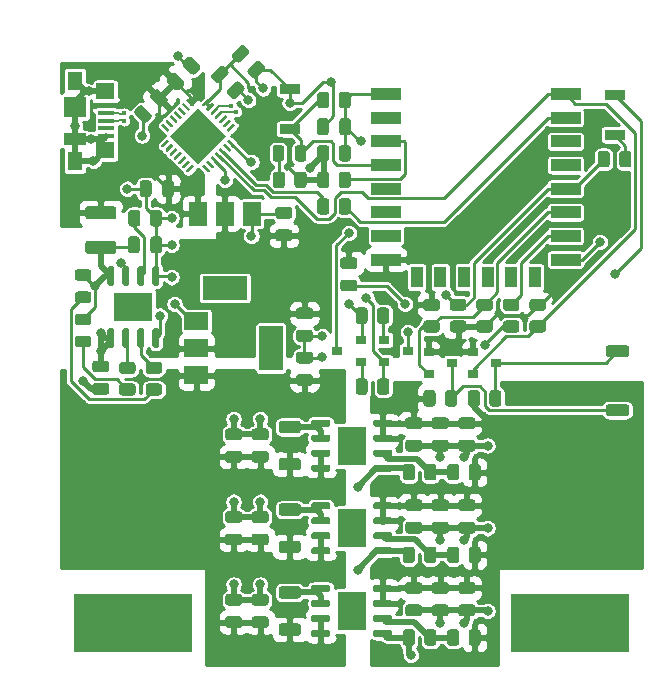
<source format=gtl>
G04 #@! TF.GenerationSoftware,KiCad,Pcbnew,(5.1.10)-1*
G04 #@! TF.CreationDate,2021-12-14T19:18:36+11:00*
G04 #@! TF.ProjectId,WLED_Controller,574c4544-5f43-46f6-9e74-726f6c6c6572,1.0*
G04 #@! TF.SameCoordinates,Original*
G04 #@! TF.FileFunction,Copper,L1,Top*
G04 #@! TF.FilePolarity,Positive*
%FSLAX46Y46*%
G04 Gerber Fmt 4.6, Leading zero omitted, Abs format (unit mm)*
G04 Created by KiCad (PCBNEW (5.1.10)-1) date 2021-12-14 19:18:36*
%MOMM*%
%LPD*%
G01*
G04 APERTURE LIST*
G04 #@! TA.AperFunction,SMDPad,CuDef*
%ADD10R,0.900000X0.800000*%
G04 #@! TD*
G04 #@! TA.AperFunction,SMDPad,CuDef*
%ADD11R,2.413000X3.302000*%
G04 #@! TD*
G04 #@! TA.AperFunction,SMDPad,CuDef*
%ADD12C,0.100000*%
G04 #@! TD*
G04 #@! TA.AperFunction,SMDPad,CuDef*
%ADD13R,2.500000X1.000000*%
G04 #@! TD*
G04 #@! TA.AperFunction,SMDPad,CuDef*
%ADD14R,1.000000X1.800000*%
G04 #@! TD*
G04 #@! TA.AperFunction,SMDPad,CuDef*
%ADD15R,3.302000X2.413000*%
G04 #@! TD*
G04 #@! TA.AperFunction,SMDPad,CuDef*
%ADD16R,1.500000X2.000000*%
G04 #@! TD*
G04 #@! TA.AperFunction,SMDPad,CuDef*
%ADD17R,3.800000X2.000000*%
G04 #@! TD*
G04 #@! TA.AperFunction,SMDPad,CuDef*
%ADD18R,2.000000X1.500000*%
G04 #@! TD*
G04 #@! TA.AperFunction,SMDPad,CuDef*
%ADD19R,2.000000X3.800000*%
G04 #@! TD*
G04 #@! TA.AperFunction,SMDPad,CuDef*
%ADD20R,1.700000X0.900000*%
G04 #@! TD*
G04 #@! TA.AperFunction,SMDPad,CuDef*
%ADD21R,10.000000X5.000000*%
G04 #@! TD*
G04 #@! TA.AperFunction,SMDPad,CuDef*
%ADD22R,1.900000X1.000000*%
G04 #@! TD*
G04 #@! TA.AperFunction,SMDPad,CuDef*
%ADD23R,1.900000X1.800000*%
G04 #@! TD*
G04 #@! TA.AperFunction,SMDPad,CuDef*
%ADD24R,1.300000X1.650000*%
G04 #@! TD*
G04 #@! TA.AperFunction,SMDPad,CuDef*
%ADD25R,1.550000X1.425000*%
G04 #@! TD*
G04 #@! TA.AperFunction,SMDPad,CuDef*
%ADD26R,1.380000X0.450000*%
G04 #@! TD*
G04 #@! TA.AperFunction,ViaPad*
%ADD27C,0.800000*%
G04 #@! TD*
G04 #@! TA.AperFunction,ViaPad*
%ADD28C,0.400000*%
G04 #@! TD*
G04 #@! TA.AperFunction,Conductor*
%ADD29C,0.500000*%
G04 #@! TD*
G04 #@! TA.AperFunction,Conductor*
%ADD30C,0.250000*%
G04 #@! TD*
G04 #@! TA.AperFunction,Conductor*
%ADD31C,0.200000*%
G04 #@! TD*
G04 #@! TA.AperFunction,Conductor*
%ADD32C,0.254000*%
G04 #@! TD*
G04 #@! TA.AperFunction,Conductor*
%ADD33C,0.100000*%
G04 #@! TD*
G04 APERTURE END LIST*
G04 #@! TA.AperFunction,SMDPad,CuDef*
G36*
G01*
X161150000Y-101950001D02*
X161150000Y-101049999D01*
G75*
G02*
X161399999Y-100800000I249999J0D01*
G01*
X161925001Y-100800000D01*
G75*
G02*
X162175000Y-101049999I0J-249999D01*
G01*
X162175000Y-101950001D01*
G75*
G02*
X161925001Y-102200000I-249999J0D01*
G01*
X161399999Y-102200000D01*
G75*
G02*
X161150000Y-101950001I0J249999D01*
G01*
G37*
G04 #@! TD.AperFunction*
G04 #@! TA.AperFunction,SMDPad,CuDef*
G36*
G01*
X159325000Y-101950001D02*
X159325000Y-101049999D01*
G75*
G02*
X159574999Y-100800000I249999J0D01*
G01*
X160100001Y-100800000D01*
G75*
G02*
X160350000Y-101049999I0J-249999D01*
G01*
X160350000Y-101950001D01*
G75*
G02*
X160100001Y-102200000I-249999J0D01*
G01*
X159574999Y-102200000D01*
G75*
G02*
X159325000Y-101950001I0J249999D01*
G01*
G37*
G04 #@! TD.AperFunction*
G04 #@! TA.AperFunction,SMDPad,CuDef*
G36*
G01*
X164799999Y-94900000D02*
X165700001Y-94900000D01*
G75*
G02*
X165950000Y-95149999I0J-249999D01*
G01*
X165950000Y-95675001D01*
G75*
G02*
X165700001Y-95925000I-249999J0D01*
G01*
X164799999Y-95925000D01*
G75*
G02*
X164550000Y-95675001I0J249999D01*
G01*
X164550000Y-95149999D01*
G75*
G02*
X164799999Y-94900000I249999J0D01*
G01*
G37*
G04 #@! TD.AperFunction*
G04 #@! TA.AperFunction,SMDPad,CuDef*
G36*
G01*
X164799999Y-93075000D02*
X165700001Y-93075000D01*
G75*
G02*
X165950000Y-93324999I0J-249999D01*
G01*
X165950000Y-93850001D01*
G75*
G02*
X165700001Y-94100000I-249999J0D01*
G01*
X164799999Y-94100000D01*
G75*
G02*
X164550000Y-93850001I0J249999D01*
G01*
X164550000Y-93324999D01*
G75*
G02*
X164799999Y-93075000I249999J0D01*
G01*
G37*
G04 #@! TD.AperFunction*
G04 #@! TA.AperFunction,SMDPad,CuDef*
G36*
G01*
X157400000Y-101950001D02*
X157400000Y-101049999D01*
G75*
G02*
X157649999Y-100800000I249999J0D01*
G01*
X158175001Y-100800000D01*
G75*
G02*
X158425000Y-101049999I0J-249999D01*
G01*
X158425000Y-101950001D01*
G75*
G02*
X158175001Y-102200000I-249999J0D01*
G01*
X157649999Y-102200000D01*
G75*
G02*
X157400000Y-101950001I0J249999D01*
G01*
G37*
G04 #@! TD.AperFunction*
G04 #@! TA.AperFunction,SMDPad,CuDef*
G36*
G01*
X155575000Y-101950001D02*
X155575000Y-101049999D01*
G75*
G02*
X155824999Y-100800000I249999J0D01*
G01*
X156350001Y-100800000D01*
G75*
G02*
X156600000Y-101049999I0J-249999D01*
G01*
X156600000Y-101950001D01*
G75*
G02*
X156350001Y-102200000I-249999J0D01*
G01*
X155824999Y-102200000D01*
G75*
G02*
X155575000Y-101950001I0J249999D01*
G01*
G37*
G04 #@! TD.AperFunction*
G04 #@! TA.AperFunction,SMDPad,CuDef*
G36*
G01*
X155799999Y-94900000D02*
X156700001Y-94900000D01*
G75*
G02*
X156950000Y-95149999I0J-249999D01*
G01*
X156950000Y-95675001D01*
G75*
G02*
X156700001Y-95925000I-249999J0D01*
G01*
X155799999Y-95925000D01*
G75*
G02*
X155550000Y-95675001I0J249999D01*
G01*
X155550000Y-95149999D01*
G75*
G02*
X155799999Y-94900000I249999J0D01*
G01*
G37*
G04 #@! TD.AperFunction*
G04 #@! TA.AperFunction,SMDPad,CuDef*
G36*
G01*
X155799999Y-93075000D02*
X156700001Y-93075000D01*
G75*
G02*
X156950000Y-93324999I0J-249999D01*
G01*
X156950000Y-93850001D01*
G75*
G02*
X156700001Y-94100000I-249999J0D01*
G01*
X155799999Y-94100000D01*
G75*
G02*
X155550000Y-93850001I0J249999D01*
G01*
X155550000Y-93324999D01*
G75*
G02*
X155799999Y-93075000I249999J0D01*
G01*
G37*
G04 #@! TD.AperFunction*
D10*
X161750000Y-98500000D03*
X159750000Y-99450000D03*
X159750000Y-97550000D03*
X158000000Y-98500000D03*
X156000000Y-99450000D03*
X156000000Y-97550000D03*
D11*
X149500000Y-119500000D03*
G04 #@! TA.AperFunction,SMDPad,CuDef*
G36*
G01*
X151300000Y-117745000D02*
X151300000Y-117445000D01*
G75*
G02*
X151450000Y-117295000I150000J0D01*
G01*
X152800000Y-117295000D01*
G75*
G02*
X152950000Y-117445000I0J-150000D01*
G01*
X152950000Y-117745000D01*
G75*
G02*
X152800000Y-117895000I-150000J0D01*
G01*
X151450000Y-117895000D01*
G75*
G02*
X151300000Y-117745000I0J150000D01*
G01*
G37*
G04 #@! TD.AperFunction*
G04 #@! TA.AperFunction,SMDPad,CuDef*
G36*
G01*
X151300000Y-119015000D02*
X151300000Y-118715000D01*
G75*
G02*
X151450000Y-118565000I150000J0D01*
G01*
X152800000Y-118565000D01*
G75*
G02*
X152950000Y-118715000I0J-150000D01*
G01*
X152950000Y-119015000D01*
G75*
G02*
X152800000Y-119165000I-150000J0D01*
G01*
X151450000Y-119165000D01*
G75*
G02*
X151300000Y-119015000I0J150000D01*
G01*
G37*
G04 #@! TD.AperFunction*
G04 #@! TA.AperFunction,SMDPad,CuDef*
G36*
G01*
X151300000Y-120285000D02*
X151300000Y-119985000D01*
G75*
G02*
X151450000Y-119835000I150000J0D01*
G01*
X152800000Y-119835000D01*
G75*
G02*
X152950000Y-119985000I0J-150000D01*
G01*
X152950000Y-120285000D01*
G75*
G02*
X152800000Y-120435000I-150000J0D01*
G01*
X151450000Y-120435000D01*
G75*
G02*
X151300000Y-120285000I0J150000D01*
G01*
G37*
G04 #@! TD.AperFunction*
G04 #@! TA.AperFunction,SMDPad,CuDef*
G36*
G01*
X151300000Y-121555000D02*
X151300000Y-121255000D01*
G75*
G02*
X151450000Y-121105000I150000J0D01*
G01*
X152800000Y-121105000D01*
G75*
G02*
X152950000Y-121255000I0J-150000D01*
G01*
X152950000Y-121555000D01*
G75*
G02*
X152800000Y-121705000I-150000J0D01*
G01*
X151450000Y-121705000D01*
G75*
G02*
X151300000Y-121555000I0J150000D01*
G01*
G37*
G04 #@! TD.AperFunction*
G04 #@! TA.AperFunction,SMDPad,CuDef*
G36*
G01*
X146050000Y-121555000D02*
X146050000Y-121255000D01*
G75*
G02*
X146200000Y-121105000I150000J0D01*
G01*
X147550000Y-121105000D01*
G75*
G02*
X147700000Y-121255000I0J-150000D01*
G01*
X147700000Y-121555000D01*
G75*
G02*
X147550000Y-121705000I-150000J0D01*
G01*
X146200000Y-121705000D01*
G75*
G02*
X146050000Y-121555000I0J150000D01*
G01*
G37*
G04 #@! TD.AperFunction*
G04 #@! TA.AperFunction,SMDPad,CuDef*
G36*
G01*
X146050000Y-120285000D02*
X146050000Y-119985000D01*
G75*
G02*
X146200000Y-119835000I150000J0D01*
G01*
X147550000Y-119835000D01*
G75*
G02*
X147700000Y-119985000I0J-150000D01*
G01*
X147700000Y-120285000D01*
G75*
G02*
X147550000Y-120435000I-150000J0D01*
G01*
X146200000Y-120435000D01*
G75*
G02*
X146050000Y-120285000I0J150000D01*
G01*
G37*
G04 #@! TD.AperFunction*
G04 #@! TA.AperFunction,SMDPad,CuDef*
G36*
G01*
X146050000Y-119015000D02*
X146050000Y-118715000D01*
G75*
G02*
X146200000Y-118565000I150000J0D01*
G01*
X147550000Y-118565000D01*
G75*
G02*
X147700000Y-118715000I0J-150000D01*
G01*
X147700000Y-119015000D01*
G75*
G02*
X147550000Y-119165000I-150000J0D01*
G01*
X146200000Y-119165000D01*
G75*
G02*
X146050000Y-119015000I0J150000D01*
G01*
G37*
G04 #@! TD.AperFunction*
G04 #@! TA.AperFunction,SMDPad,CuDef*
G36*
G01*
X146050000Y-117745000D02*
X146050000Y-117445000D01*
G75*
G02*
X146200000Y-117295000I150000J0D01*
G01*
X147550000Y-117295000D01*
G75*
G02*
X147700000Y-117445000I0J-150000D01*
G01*
X147700000Y-117745000D01*
G75*
G02*
X147550000Y-117895000I-150000J0D01*
G01*
X146200000Y-117895000D01*
G75*
G02*
X146050000Y-117745000I0J150000D01*
G01*
G37*
G04 #@! TD.AperFunction*
X149500000Y-112500000D03*
G04 #@! TA.AperFunction,SMDPad,CuDef*
G36*
G01*
X151300000Y-110745000D02*
X151300000Y-110445000D01*
G75*
G02*
X151450000Y-110295000I150000J0D01*
G01*
X152800000Y-110295000D01*
G75*
G02*
X152950000Y-110445000I0J-150000D01*
G01*
X152950000Y-110745000D01*
G75*
G02*
X152800000Y-110895000I-150000J0D01*
G01*
X151450000Y-110895000D01*
G75*
G02*
X151300000Y-110745000I0J150000D01*
G01*
G37*
G04 #@! TD.AperFunction*
G04 #@! TA.AperFunction,SMDPad,CuDef*
G36*
G01*
X151300000Y-112015000D02*
X151300000Y-111715000D01*
G75*
G02*
X151450000Y-111565000I150000J0D01*
G01*
X152800000Y-111565000D01*
G75*
G02*
X152950000Y-111715000I0J-150000D01*
G01*
X152950000Y-112015000D01*
G75*
G02*
X152800000Y-112165000I-150000J0D01*
G01*
X151450000Y-112165000D01*
G75*
G02*
X151300000Y-112015000I0J150000D01*
G01*
G37*
G04 #@! TD.AperFunction*
G04 #@! TA.AperFunction,SMDPad,CuDef*
G36*
G01*
X151300000Y-113285000D02*
X151300000Y-112985000D01*
G75*
G02*
X151450000Y-112835000I150000J0D01*
G01*
X152800000Y-112835000D01*
G75*
G02*
X152950000Y-112985000I0J-150000D01*
G01*
X152950000Y-113285000D01*
G75*
G02*
X152800000Y-113435000I-150000J0D01*
G01*
X151450000Y-113435000D01*
G75*
G02*
X151300000Y-113285000I0J150000D01*
G01*
G37*
G04 #@! TD.AperFunction*
G04 #@! TA.AperFunction,SMDPad,CuDef*
G36*
G01*
X151300000Y-114555000D02*
X151300000Y-114255000D01*
G75*
G02*
X151450000Y-114105000I150000J0D01*
G01*
X152800000Y-114105000D01*
G75*
G02*
X152950000Y-114255000I0J-150000D01*
G01*
X152950000Y-114555000D01*
G75*
G02*
X152800000Y-114705000I-150000J0D01*
G01*
X151450000Y-114705000D01*
G75*
G02*
X151300000Y-114555000I0J150000D01*
G01*
G37*
G04 #@! TD.AperFunction*
G04 #@! TA.AperFunction,SMDPad,CuDef*
G36*
G01*
X146050000Y-114555000D02*
X146050000Y-114255000D01*
G75*
G02*
X146200000Y-114105000I150000J0D01*
G01*
X147550000Y-114105000D01*
G75*
G02*
X147700000Y-114255000I0J-150000D01*
G01*
X147700000Y-114555000D01*
G75*
G02*
X147550000Y-114705000I-150000J0D01*
G01*
X146200000Y-114705000D01*
G75*
G02*
X146050000Y-114555000I0J150000D01*
G01*
G37*
G04 #@! TD.AperFunction*
G04 #@! TA.AperFunction,SMDPad,CuDef*
G36*
G01*
X146050000Y-113285000D02*
X146050000Y-112985000D01*
G75*
G02*
X146200000Y-112835000I150000J0D01*
G01*
X147550000Y-112835000D01*
G75*
G02*
X147700000Y-112985000I0J-150000D01*
G01*
X147700000Y-113285000D01*
G75*
G02*
X147550000Y-113435000I-150000J0D01*
G01*
X146200000Y-113435000D01*
G75*
G02*
X146050000Y-113285000I0J150000D01*
G01*
G37*
G04 #@! TD.AperFunction*
G04 #@! TA.AperFunction,SMDPad,CuDef*
G36*
G01*
X146050000Y-112015000D02*
X146050000Y-111715000D01*
G75*
G02*
X146200000Y-111565000I150000J0D01*
G01*
X147550000Y-111565000D01*
G75*
G02*
X147700000Y-111715000I0J-150000D01*
G01*
X147700000Y-112015000D01*
G75*
G02*
X147550000Y-112165000I-150000J0D01*
G01*
X146200000Y-112165000D01*
G75*
G02*
X146050000Y-112015000I0J150000D01*
G01*
G37*
G04 #@! TD.AperFunction*
G04 #@! TA.AperFunction,SMDPad,CuDef*
G36*
G01*
X146050000Y-110745000D02*
X146050000Y-110445000D01*
G75*
G02*
X146200000Y-110295000I150000J0D01*
G01*
X147550000Y-110295000D01*
G75*
G02*
X147700000Y-110445000I0J-150000D01*
G01*
X147700000Y-110745000D01*
G75*
G02*
X147550000Y-110895000I-150000J0D01*
G01*
X146200000Y-110895000D01*
G75*
G02*
X146050000Y-110745000I0J150000D01*
G01*
G37*
G04 #@! TD.AperFunction*
X149500000Y-105500000D03*
G04 #@! TA.AperFunction,SMDPad,CuDef*
G36*
G01*
X151300000Y-103745000D02*
X151300000Y-103445000D01*
G75*
G02*
X151450000Y-103295000I150000J0D01*
G01*
X152800000Y-103295000D01*
G75*
G02*
X152950000Y-103445000I0J-150000D01*
G01*
X152950000Y-103745000D01*
G75*
G02*
X152800000Y-103895000I-150000J0D01*
G01*
X151450000Y-103895000D01*
G75*
G02*
X151300000Y-103745000I0J150000D01*
G01*
G37*
G04 #@! TD.AperFunction*
G04 #@! TA.AperFunction,SMDPad,CuDef*
G36*
G01*
X151300000Y-105015000D02*
X151300000Y-104715000D01*
G75*
G02*
X151450000Y-104565000I150000J0D01*
G01*
X152800000Y-104565000D01*
G75*
G02*
X152950000Y-104715000I0J-150000D01*
G01*
X152950000Y-105015000D01*
G75*
G02*
X152800000Y-105165000I-150000J0D01*
G01*
X151450000Y-105165000D01*
G75*
G02*
X151300000Y-105015000I0J150000D01*
G01*
G37*
G04 #@! TD.AperFunction*
G04 #@! TA.AperFunction,SMDPad,CuDef*
G36*
G01*
X151300000Y-106285000D02*
X151300000Y-105985000D01*
G75*
G02*
X151450000Y-105835000I150000J0D01*
G01*
X152800000Y-105835000D01*
G75*
G02*
X152950000Y-105985000I0J-150000D01*
G01*
X152950000Y-106285000D01*
G75*
G02*
X152800000Y-106435000I-150000J0D01*
G01*
X151450000Y-106435000D01*
G75*
G02*
X151300000Y-106285000I0J150000D01*
G01*
G37*
G04 #@! TD.AperFunction*
G04 #@! TA.AperFunction,SMDPad,CuDef*
G36*
G01*
X151300000Y-107555000D02*
X151300000Y-107255000D01*
G75*
G02*
X151450000Y-107105000I150000J0D01*
G01*
X152800000Y-107105000D01*
G75*
G02*
X152950000Y-107255000I0J-150000D01*
G01*
X152950000Y-107555000D01*
G75*
G02*
X152800000Y-107705000I-150000J0D01*
G01*
X151450000Y-107705000D01*
G75*
G02*
X151300000Y-107555000I0J150000D01*
G01*
G37*
G04 #@! TD.AperFunction*
G04 #@! TA.AperFunction,SMDPad,CuDef*
G36*
G01*
X146050000Y-107555000D02*
X146050000Y-107255000D01*
G75*
G02*
X146200000Y-107105000I150000J0D01*
G01*
X147550000Y-107105000D01*
G75*
G02*
X147700000Y-107255000I0J-150000D01*
G01*
X147700000Y-107555000D01*
G75*
G02*
X147550000Y-107705000I-150000J0D01*
G01*
X146200000Y-107705000D01*
G75*
G02*
X146050000Y-107555000I0J150000D01*
G01*
G37*
G04 #@! TD.AperFunction*
G04 #@! TA.AperFunction,SMDPad,CuDef*
G36*
G01*
X146050000Y-106285000D02*
X146050000Y-105985000D01*
G75*
G02*
X146200000Y-105835000I150000J0D01*
G01*
X147550000Y-105835000D01*
G75*
G02*
X147700000Y-105985000I0J-150000D01*
G01*
X147700000Y-106285000D01*
G75*
G02*
X147550000Y-106435000I-150000J0D01*
G01*
X146200000Y-106435000D01*
G75*
G02*
X146050000Y-106285000I0J150000D01*
G01*
G37*
G04 #@! TD.AperFunction*
G04 #@! TA.AperFunction,SMDPad,CuDef*
G36*
G01*
X146050000Y-105015000D02*
X146050000Y-104715000D01*
G75*
G02*
X146200000Y-104565000I150000J0D01*
G01*
X147550000Y-104565000D01*
G75*
G02*
X147700000Y-104715000I0J-150000D01*
G01*
X147700000Y-105015000D01*
G75*
G02*
X147550000Y-105165000I-150000J0D01*
G01*
X146200000Y-105165000D01*
G75*
G02*
X146050000Y-105015000I0J150000D01*
G01*
G37*
G04 #@! TD.AperFunction*
G04 #@! TA.AperFunction,SMDPad,CuDef*
G36*
G01*
X146050000Y-103745000D02*
X146050000Y-103445000D01*
G75*
G02*
X146200000Y-103295000I150000J0D01*
G01*
X147550000Y-103295000D01*
G75*
G02*
X147700000Y-103445000I0J-150000D01*
G01*
X147700000Y-103745000D01*
G75*
G02*
X147550000Y-103895000I-150000J0D01*
G01*
X146200000Y-103895000D01*
G75*
G02*
X146050000Y-103745000I0J150000D01*
G01*
G37*
G04 #@! TD.AperFunction*
G04 #@! TA.AperFunction,SMDPad,CuDef*
D12*
G36*
X136500000Y-76881192D02*
G01*
X138868808Y-79250000D01*
X136500000Y-81618808D01*
X134131192Y-79250000D01*
X136500000Y-76881192D01*
G37*
G04 #@! TD.AperFunction*
G04 #@! TA.AperFunction,SMDPad,CuDef*
G36*
G01*
X139142812Y-79594714D02*
X139620109Y-80072011D01*
G75*
G02*
X139620109Y-80160399I-44194J-44194D01*
G01*
X139531720Y-80248788D01*
G75*
G02*
X139443332Y-80248788I-44194J44194D01*
G01*
X138966035Y-79771491D01*
G75*
G02*
X138966035Y-79683103I44194J44194D01*
G01*
X139054424Y-79594714D01*
G75*
G02*
X139142812Y-79594714I44194J-44194D01*
G01*
G37*
G04 #@! TD.AperFunction*
G04 #@! TA.AperFunction,SMDPad,CuDef*
G36*
G01*
X138789258Y-79948268D02*
X139266555Y-80425565D01*
G75*
G02*
X139266555Y-80513953I-44194J-44194D01*
G01*
X139178166Y-80602342D01*
G75*
G02*
X139089778Y-80602342I-44194J44194D01*
G01*
X138612481Y-80125045D01*
G75*
G02*
X138612481Y-80036657I44194J44194D01*
G01*
X138700870Y-79948268D01*
G75*
G02*
X138789258Y-79948268I44194J-44194D01*
G01*
G37*
G04 #@! TD.AperFunction*
G04 #@! TA.AperFunction,SMDPad,CuDef*
G36*
G01*
X138435705Y-80301821D02*
X138913002Y-80779118D01*
G75*
G02*
X138913002Y-80867506I-44194J-44194D01*
G01*
X138824613Y-80955895D01*
G75*
G02*
X138736225Y-80955895I-44194J44194D01*
G01*
X138258928Y-80478598D01*
G75*
G02*
X138258928Y-80390210I44194J44194D01*
G01*
X138347317Y-80301821D01*
G75*
G02*
X138435705Y-80301821I44194J-44194D01*
G01*
G37*
G04 #@! TD.AperFunction*
G04 #@! TA.AperFunction,SMDPad,CuDef*
G36*
G01*
X138082152Y-80655375D02*
X138559449Y-81132672D01*
G75*
G02*
X138559449Y-81221060I-44194J-44194D01*
G01*
X138471060Y-81309449D01*
G75*
G02*
X138382672Y-81309449I-44194J44194D01*
G01*
X137905375Y-80832152D01*
G75*
G02*
X137905375Y-80743764I44194J44194D01*
G01*
X137993764Y-80655375D01*
G75*
G02*
X138082152Y-80655375I44194J-44194D01*
G01*
G37*
G04 #@! TD.AperFunction*
G04 #@! TA.AperFunction,SMDPad,CuDef*
G36*
G01*
X137728598Y-81008928D02*
X138205895Y-81486225D01*
G75*
G02*
X138205895Y-81574613I-44194J-44194D01*
G01*
X138117506Y-81663002D01*
G75*
G02*
X138029118Y-81663002I-44194J44194D01*
G01*
X137551821Y-81185705D01*
G75*
G02*
X137551821Y-81097317I44194J44194D01*
G01*
X137640210Y-81008928D01*
G75*
G02*
X137728598Y-81008928I44194J-44194D01*
G01*
G37*
G04 #@! TD.AperFunction*
G04 #@! TA.AperFunction,SMDPad,CuDef*
G36*
G01*
X137375045Y-81362481D02*
X137852342Y-81839778D01*
G75*
G02*
X137852342Y-81928166I-44194J-44194D01*
G01*
X137763953Y-82016555D01*
G75*
G02*
X137675565Y-82016555I-44194J44194D01*
G01*
X137198268Y-81539258D01*
G75*
G02*
X137198268Y-81450870I44194J44194D01*
G01*
X137286657Y-81362481D01*
G75*
G02*
X137375045Y-81362481I44194J-44194D01*
G01*
G37*
G04 #@! TD.AperFunction*
G04 #@! TA.AperFunction,SMDPad,CuDef*
G36*
G01*
X137021491Y-81716035D02*
X137498788Y-82193332D01*
G75*
G02*
X137498788Y-82281720I-44194J-44194D01*
G01*
X137410399Y-82370109D01*
G75*
G02*
X137322011Y-82370109I-44194J44194D01*
G01*
X136844714Y-81892812D01*
G75*
G02*
X136844714Y-81804424I44194J44194D01*
G01*
X136933103Y-81716035D01*
G75*
G02*
X137021491Y-81716035I44194J-44194D01*
G01*
G37*
G04 #@! TD.AperFunction*
G04 #@! TA.AperFunction,SMDPad,CuDef*
G36*
G01*
X136066897Y-81716035D02*
X136155286Y-81804424D01*
G75*
G02*
X136155286Y-81892812I-44194J-44194D01*
G01*
X135677989Y-82370109D01*
G75*
G02*
X135589601Y-82370109I-44194J44194D01*
G01*
X135501212Y-82281720D01*
G75*
G02*
X135501212Y-82193332I44194J44194D01*
G01*
X135978509Y-81716035D01*
G75*
G02*
X136066897Y-81716035I44194J-44194D01*
G01*
G37*
G04 #@! TD.AperFunction*
G04 #@! TA.AperFunction,SMDPad,CuDef*
G36*
G01*
X135713343Y-81362481D02*
X135801732Y-81450870D01*
G75*
G02*
X135801732Y-81539258I-44194J-44194D01*
G01*
X135324435Y-82016555D01*
G75*
G02*
X135236047Y-82016555I-44194J44194D01*
G01*
X135147658Y-81928166D01*
G75*
G02*
X135147658Y-81839778I44194J44194D01*
G01*
X135624955Y-81362481D01*
G75*
G02*
X135713343Y-81362481I44194J-44194D01*
G01*
G37*
G04 #@! TD.AperFunction*
G04 #@! TA.AperFunction,SMDPad,CuDef*
G36*
G01*
X135359790Y-81008928D02*
X135448179Y-81097317D01*
G75*
G02*
X135448179Y-81185705I-44194J-44194D01*
G01*
X134970882Y-81663002D01*
G75*
G02*
X134882494Y-81663002I-44194J44194D01*
G01*
X134794105Y-81574613D01*
G75*
G02*
X134794105Y-81486225I44194J44194D01*
G01*
X135271402Y-81008928D01*
G75*
G02*
X135359790Y-81008928I44194J-44194D01*
G01*
G37*
G04 #@! TD.AperFunction*
G04 #@! TA.AperFunction,SMDPad,CuDef*
G36*
G01*
X135006236Y-80655375D02*
X135094625Y-80743764D01*
G75*
G02*
X135094625Y-80832152I-44194J-44194D01*
G01*
X134617328Y-81309449D01*
G75*
G02*
X134528940Y-81309449I-44194J44194D01*
G01*
X134440551Y-81221060D01*
G75*
G02*
X134440551Y-81132672I44194J44194D01*
G01*
X134917848Y-80655375D01*
G75*
G02*
X135006236Y-80655375I44194J-44194D01*
G01*
G37*
G04 #@! TD.AperFunction*
G04 #@! TA.AperFunction,SMDPad,CuDef*
G36*
G01*
X134652683Y-80301821D02*
X134741072Y-80390210D01*
G75*
G02*
X134741072Y-80478598I-44194J-44194D01*
G01*
X134263775Y-80955895D01*
G75*
G02*
X134175387Y-80955895I-44194J44194D01*
G01*
X134086998Y-80867506D01*
G75*
G02*
X134086998Y-80779118I44194J44194D01*
G01*
X134564295Y-80301821D01*
G75*
G02*
X134652683Y-80301821I44194J-44194D01*
G01*
G37*
G04 #@! TD.AperFunction*
G04 #@! TA.AperFunction,SMDPad,CuDef*
G36*
G01*
X134299130Y-79948268D02*
X134387519Y-80036657D01*
G75*
G02*
X134387519Y-80125045I-44194J-44194D01*
G01*
X133910222Y-80602342D01*
G75*
G02*
X133821834Y-80602342I-44194J44194D01*
G01*
X133733445Y-80513953D01*
G75*
G02*
X133733445Y-80425565I44194J44194D01*
G01*
X134210742Y-79948268D01*
G75*
G02*
X134299130Y-79948268I44194J-44194D01*
G01*
G37*
G04 #@! TD.AperFunction*
G04 #@! TA.AperFunction,SMDPad,CuDef*
G36*
G01*
X133945576Y-79594714D02*
X134033965Y-79683103D01*
G75*
G02*
X134033965Y-79771491I-44194J-44194D01*
G01*
X133556668Y-80248788D01*
G75*
G02*
X133468280Y-80248788I-44194J44194D01*
G01*
X133379891Y-80160399D01*
G75*
G02*
X133379891Y-80072011I44194J44194D01*
G01*
X133857188Y-79594714D01*
G75*
G02*
X133945576Y-79594714I44194J-44194D01*
G01*
G37*
G04 #@! TD.AperFunction*
G04 #@! TA.AperFunction,SMDPad,CuDef*
G36*
G01*
X133556668Y-78251212D02*
X134033965Y-78728509D01*
G75*
G02*
X134033965Y-78816897I-44194J-44194D01*
G01*
X133945576Y-78905286D01*
G75*
G02*
X133857188Y-78905286I-44194J44194D01*
G01*
X133379891Y-78427989D01*
G75*
G02*
X133379891Y-78339601I44194J44194D01*
G01*
X133468280Y-78251212D01*
G75*
G02*
X133556668Y-78251212I44194J-44194D01*
G01*
G37*
G04 #@! TD.AperFunction*
G04 #@! TA.AperFunction,SMDPad,CuDef*
G36*
G01*
X133910222Y-77897658D02*
X134387519Y-78374955D01*
G75*
G02*
X134387519Y-78463343I-44194J-44194D01*
G01*
X134299130Y-78551732D01*
G75*
G02*
X134210742Y-78551732I-44194J44194D01*
G01*
X133733445Y-78074435D01*
G75*
G02*
X133733445Y-77986047I44194J44194D01*
G01*
X133821834Y-77897658D01*
G75*
G02*
X133910222Y-77897658I44194J-44194D01*
G01*
G37*
G04 #@! TD.AperFunction*
G04 #@! TA.AperFunction,SMDPad,CuDef*
G36*
G01*
X134263775Y-77544105D02*
X134741072Y-78021402D01*
G75*
G02*
X134741072Y-78109790I-44194J-44194D01*
G01*
X134652683Y-78198179D01*
G75*
G02*
X134564295Y-78198179I-44194J44194D01*
G01*
X134086998Y-77720882D01*
G75*
G02*
X134086998Y-77632494I44194J44194D01*
G01*
X134175387Y-77544105D01*
G75*
G02*
X134263775Y-77544105I44194J-44194D01*
G01*
G37*
G04 #@! TD.AperFunction*
G04 #@! TA.AperFunction,SMDPad,CuDef*
G36*
G01*
X134617328Y-77190551D02*
X135094625Y-77667848D01*
G75*
G02*
X135094625Y-77756236I-44194J-44194D01*
G01*
X135006236Y-77844625D01*
G75*
G02*
X134917848Y-77844625I-44194J44194D01*
G01*
X134440551Y-77367328D01*
G75*
G02*
X134440551Y-77278940I44194J44194D01*
G01*
X134528940Y-77190551D01*
G75*
G02*
X134617328Y-77190551I44194J-44194D01*
G01*
G37*
G04 #@! TD.AperFunction*
G04 #@! TA.AperFunction,SMDPad,CuDef*
G36*
G01*
X134970882Y-76836998D02*
X135448179Y-77314295D01*
G75*
G02*
X135448179Y-77402683I-44194J-44194D01*
G01*
X135359790Y-77491072D01*
G75*
G02*
X135271402Y-77491072I-44194J44194D01*
G01*
X134794105Y-77013775D01*
G75*
G02*
X134794105Y-76925387I44194J44194D01*
G01*
X134882494Y-76836998D01*
G75*
G02*
X134970882Y-76836998I44194J-44194D01*
G01*
G37*
G04 #@! TD.AperFunction*
G04 #@! TA.AperFunction,SMDPad,CuDef*
G36*
G01*
X135324435Y-76483445D02*
X135801732Y-76960742D01*
G75*
G02*
X135801732Y-77049130I-44194J-44194D01*
G01*
X135713343Y-77137519D01*
G75*
G02*
X135624955Y-77137519I-44194J44194D01*
G01*
X135147658Y-76660222D01*
G75*
G02*
X135147658Y-76571834I44194J44194D01*
G01*
X135236047Y-76483445D01*
G75*
G02*
X135324435Y-76483445I44194J-44194D01*
G01*
G37*
G04 #@! TD.AperFunction*
G04 #@! TA.AperFunction,SMDPad,CuDef*
G36*
G01*
X135677989Y-76129891D02*
X136155286Y-76607188D01*
G75*
G02*
X136155286Y-76695576I-44194J-44194D01*
G01*
X136066897Y-76783965D01*
G75*
G02*
X135978509Y-76783965I-44194J44194D01*
G01*
X135501212Y-76306668D01*
G75*
G02*
X135501212Y-76218280I44194J44194D01*
G01*
X135589601Y-76129891D01*
G75*
G02*
X135677989Y-76129891I44194J-44194D01*
G01*
G37*
G04 #@! TD.AperFunction*
G04 #@! TA.AperFunction,SMDPad,CuDef*
G36*
G01*
X137410399Y-76129891D02*
X137498788Y-76218280D01*
G75*
G02*
X137498788Y-76306668I-44194J-44194D01*
G01*
X137021491Y-76783965D01*
G75*
G02*
X136933103Y-76783965I-44194J44194D01*
G01*
X136844714Y-76695576D01*
G75*
G02*
X136844714Y-76607188I44194J44194D01*
G01*
X137322011Y-76129891D01*
G75*
G02*
X137410399Y-76129891I44194J-44194D01*
G01*
G37*
G04 #@! TD.AperFunction*
G04 #@! TA.AperFunction,SMDPad,CuDef*
G36*
G01*
X137763953Y-76483445D02*
X137852342Y-76571834D01*
G75*
G02*
X137852342Y-76660222I-44194J-44194D01*
G01*
X137375045Y-77137519D01*
G75*
G02*
X137286657Y-77137519I-44194J44194D01*
G01*
X137198268Y-77049130D01*
G75*
G02*
X137198268Y-76960742I44194J44194D01*
G01*
X137675565Y-76483445D01*
G75*
G02*
X137763953Y-76483445I44194J-44194D01*
G01*
G37*
G04 #@! TD.AperFunction*
G04 #@! TA.AperFunction,SMDPad,CuDef*
G36*
G01*
X138117506Y-76836998D02*
X138205895Y-76925387D01*
G75*
G02*
X138205895Y-77013775I-44194J-44194D01*
G01*
X137728598Y-77491072D01*
G75*
G02*
X137640210Y-77491072I-44194J44194D01*
G01*
X137551821Y-77402683D01*
G75*
G02*
X137551821Y-77314295I44194J44194D01*
G01*
X138029118Y-76836998D01*
G75*
G02*
X138117506Y-76836998I44194J-44194D01*
G01*
G37*
G04 #@! TD.AperFunction*
G04 #@! TA.AperFunction,SMDPad,CuDef*
G36*
G01*
X138471060Y-77190551D02*
X138559449Y-77278940D01*
G75*
G02*
X138559449Y-77367328I-44194J-44194D01*
G01*
X138082152Y-77844625D01*
G75*
G02*
X137993764Y-77844625I-44194J44194D01*
G01*
X137905375Y-77756236D01*
G75*
G02*
X137905375Y-77667848I44194J44194D01*
G01*
X138382672Y-77190551D01*
G75*
G02*
X138471060Y-77190551I44194J-44194D01*
G01*
G37*
G04 #@! TD.AperFunction*
G04 #@! TA.AperFunction,SMDPad,CuDef*
G36*
G01*
X138824613Y-77544105D02*
X138913002Y-77632494D01*
G75*
G02*
X138913002Y-77720882I-44194J-44194D01*
G01*
X138435705Y-78198179D01*
G75*
G02*
X138347317Y-78198179I-44194J44194D01*
G01*
X138258928Y-78109790D01*
G75*
G02*
X138258928Y-78021402I44194J44194D01*
G01*
X138736225Y-77544105D01*
G75*
G02*
X138824613Y-77544105I44194J-44194D01*
G01*
G37*
G04 #@! TD.AperFunction*
G04 #@! TA.AperFunction,SMDPad,CuDef*
G36*
G01*
X139178166Y-77897658D02*
X139266555Y-77986047D01*
G75*
G02*
X139266555Y-78074435I-44194J-44194D01*
G01*
X138789258Y-78551732D01*
G75*
G02*
X138700870Y-78551732I-44194J44194D01*
G01*
X138612481Y-78463343D01*
G75*
G02*
X138612481Y-78374955I44194J44194D01*
G01*
X139089778Y-77897658D01*
G75*
G02*
X139178166Y-77897658I44194J-44194D01*
G01*
G37*
G04 #@! TD.AperFunction*
G04 #@! TA.AperFunction,SMDPad,CuDef*
G36*
G01*
X139531720Y-78251212D02*
X139620109Y-78339601D01*
G75*
G02*
X139620109Y-78427989I-44194J-44194D01*
G01*
X139142812Y-78905286D01*
G75*
G02*
X139054424Y-78905286I-44194J44194D01*
G01*
X138966035Y-78816897D01*
G75*
G02*
X138966035Y-78728509I44194J44194D01*
G01*
X139443332Y-78251212D01*
G75*
G02*
X139531720Y-78251212I44194J-44194D01*
G01*
G37*
G04 #@! TD.AperFunction*
D13*
X167600000Y-75750000D03*
X167600000Y-77750000D03*
X167600000Y-79750000D03*
X167600000Y-81750000D03*
X167600000Y-83750000D03*
X167600000Y-85750000D03*
X167600000Y-87750000D03*
X167600000Y-89750000D03*
D14*
X165000000Y-91250000D03*
X163000000Y-91250000D03*
X161000000Y-91250000D03*
X159000000Y-91250000D03*
X157000000Y-91250000D03*
X155000000Y-91250000D03*
D13*
X152400000Y-89750000D03*
X152400000Y-87750000D03*
X152400000Y-85750000D03*
X152400000Y-83750000D03*
X152400000Y-81750000D03*
X152400000Y-79750000D03*
X152400000Y-77750000D03*
X152400000Y-75750000D03*
D15*
X131000000Y-93750000D03*
G04 #@! TA.AperFunction,SMDPad,CuDef*
G36*
G01*
X132755000Y-95550000D02*
X133055000Y-95550000D01*
G75*
G02*
X133205000Y-95700000I0J-150000D01*
G01*
X133205000Y-97050000D01*
G75*
G02*
X133055000Y-97200000I-150000J0D01*
G01*
X132755000Y-97200000D01*
G75*
G02*
X132605000Y-97050000I0J150000D01*
G01*
X132605000Y-95700000D01*
G75*
G02*
X132755000Y-95550000I150000J0D01*
G01*
G37*
G04 #@! TD.AperFunction*
G04 #@! TA.AperFunction,SMDPad,CuDef*
G36*
G01*
X131485000Y-95550000D02*
X131785000Y-95550000D01*
G75*
G02*
X131935000Y-95700000I0J-150000D01*
G01*
X131935000Y-97050000D01*
G75*
G02*
X131785000Y-97200000I-150000J0D01*
G01*
X131485000Y-97200000D01*
G75*
G02*
X131335000Y-97050000I0J150000D01*
G01*
X131335000Y-95700000D01*
G75*
G02*
X131485000Y-95550000I150000J0D01*
G01*
G37*
G04 #@! TD.AperFunction*
G04 #@! TA.AperFunction,SMDPad,CuDef*
G36*
G01*
X130215000Y-95550000D02*
X130515000Y-95550000D01*
G75*
G02*
X130665000Y-95700000I0J-150000D01*
G01*
X130665000Y-97050000D01*
G75*
G02*
X130515000Y-97200000I-150000J0D01*
G01*
X130215000Y-97200000D01*
G75*
G02*
X130065000Y-97050000I0J150000D01*
G01*
X130065000Y-95700000D01*
G75*
G02*
X130215000Y-95550000I150000J0D01*
G01*
G37*
G04 #@! TD.AperFunction*
G04 #@! TA.AperFunction,SMDPad,CuDef*
G36*
G01*
X128945000Y-95550000D02*
X129245000Y-95550000D01*
G75*
G02*
X129395000Y-95700000I0J-150000D01*
G01*
X129395000Y-97050000D01*
G75*
G02*
X129245000Y-97200000I-150000J0D01*
G01*
X128945000Y-97200000D01*
G75*
G02*
X128795000Y-97050000I0J150000D01*
G01*
X128795000Y-95700000D01*
G75*
G02*
X128945000Y-95550000I150000J0D01*
G01*
G37*
G04 #@! TD.AperFunction*
G04 #@! TA.AperFunction,SMDPad,CuDef*
G36*
G01*
X128945000Y-90300000D02*
X129245000Y-90300000D01*
G75*
G02*
X129395000Y-90450000I0J-150000D01*
G01*
X129395000Y-91800000D01*
G75*
G02*
X129245000Y-91950000I-150000J0D01*
G01*
X128945000Y-91950000D01*
G75*
G02*
X128795000Y-91800000I0J150000D01*
G01*
X128795000Y-90450000D01*
G75*
G02*
X128945000Y-90300000I150000J0D01*
G01*
G37*
G04 #@! TD.AperFunction*
G04 #@! TA.AperFunction,SMDPad,CuDef*
G36*
G01*
X130215000Y-90300000D02*
X130515000Y-90300000D01*
G75*
G02*
X130665000Y-90450000I0J-150000D01*
G01*
X130665000Y-91800000D01*
G75*
G02*
X130515000Y-91950000I-150000J0D01*
G01*
X130215000Y-91950000D01*
G75*
G02*
X130065000Y-91800000I0J150000D01*
G01*
X130065000Y-90450000D01*
G75*
G02*
X130215000Y-90300000I150000J0D01*
G01*
G37*
G04 #@! TD.AperFunction*
G04 #@! TA.AperFunction,SMDPad,CuDef*
G36*
G01*
X131485000Y-90300000D02*
X131785000Y-90300000D01*
G75*
G02*
X131935000Y-90450000I0J-150000D01*
G01*
X131935000Y-91800000D01*
G75*
G02*
X131785000Y-91950000I-150000J0D01*
G01*
X131485000Y-91950000D01*
G75*
G02*
X131335000Y-91800000I0J150000D01*
G01*
X131335000Y-90450000D01*
G75*
G02*
X131485000Y-90300000I150000J0D01*
G01*
G37*
G04 #@! TD.AperFunction*
G04 #@! TA.AperFunction,SMDPad,CuDef*
G36*
G01*
X132755000Y-90300000D02*
X133055000Y-90300000D01*
G75*
G02*
X133205000Y-90450000I0J-150000D01*
G01*
X133205000Y-91800000D01*
G75*
G02*
X133055000Y-91950000I-150000J0D01*
G01*
X132755000Y-91950000D01*
G75*
G02*
X132605000Y-91800000I0J150000D01*
G01*
X132605000Y-90450000D01*
G75*
G02*
X132755000Y-90300000I150000J0D01*
G01*
G37*
G04 #@! TD.AperFunction*
D16*
X141050000Y-85850000D03*
X136450000Y-85850000D03*
X138750000Y-85850000D03*
D17*
X138750000Y-92150000D03*
D18*
X136350000Y-94950000D03*
X136350000Y-99550000D03*
X136350000Y-97250000D03*
D19*
X142650000Y-97250000D03*
D20*
X171750000Y-75800000D03*
X171750000Y-79200000D03*
X144250000Y-75300000D03*
X144250000Y-78700000D03*
G04 #@! TA.AperFunction,SMDPad,CuDef*
G36*
G01*
X154850000Y-121299999D02*
X154850000Y-122200001D01*
G75*
G02*
X154600001Y-122450000I-249999J0D01*
G01*
X154074999Y-122450000D01*
G75*
G02*
X153825000Y-122200001I0J249999D01*
G01*
X153825000Y-121299999D01*
G75*
G02*
X154074999Y-121050000I249999J0D01*
G01*
X154600001Y-121050000D01*
G75*
G02*
X154850000Y-121299999I0J-249999D01*
G01*
G37*
G04 #@! TD.AperFunction*
G04 #@! TA.AperFunction,SMDPad,CuDef*
G36*
G01*
X156675000Y-121299999D02*
X156675000Y-122200001D01*
G75*
G02*
X156425001Y-122450000I-249999J0D01*
G01*
X155899999Y-122450000D01*
G75*
G02*
X155650000Y-122200001I0J249999D01*
G01*
X155650000Y-121299999D01*
G75*
G02*
X155899999Y-121050000I249999J0D01*
G01*
X156425001Y-121050000D01*
G75*
G02*
X156675000Y-121299999I0J-249999D01*
G01*
G37*
G04 #@! TD.AperFunction*
G04 #@! TA.AperFunction,SMDPad,CuDef*
G36*
G01*
X158600000Y-121299999D02*
X158600000Y-122200001D01*
G75*
G02*
X158350001Y-122450000I-249999J0D01*
G01*
X157824999Y-122450000D01*
G75*
G02*
X157575000Y-122200001I0J249999D01*
G01*
X157575000Y-121299999D01*
G75*
G02*
X157824999Y-121050000I249999J0D01*
G01*
X158350001Y-121050000D01*
G75*
G02*
X158600000Y-121299999I0J-249999D01*
G01*
G37*
G04 #@! TD.AperFunction*
G04 #@! TA.AperFunction,SMDPad,CuDef*
G36*
G01*
X160425000Y-121299999D02*
X160425000Y-122200001D01*
G75*
G02*
X160175001Y-122450000I-249999J0D01*
G01*
X159649999Y-122450000D01*
G75*
G02*
X159400000Y-122200001I0J249999D01*
G01*
X159400000Y-121299999D01*
G75*
G02*
X159649999Y-121050000I249999J0D01*
G01*
X160175001Y-121050000D01*
G75*
G02*
X160425000Y-121299999I0J-249999D01*
G01*
G37*
G04 #@! TD.AperFunction*
G04 #@! TA.AperFunction,SMDPad,CuDef*
G36*
G01*
X154850000Y-114299999D02*
X154850000Y-115200001D01*
G75*
G02*
X154600001Y-115450000I-249999J0D01*
G01*
X154074999Y-115450000D01*
G75*
G02*
X153825000Y-115200001I0J249999D01*
G01*
X153825000Y-114299999D01*
G75*
G02*
X154074999Y-114050000I249999J0D01*
G01*
X154600001Y-114050000D01*
G75*
G02*
X154850000Y-114299999I0J-249999D01*
G01*
G37*
G04 #@! TD.AperFunction*
G04 #@! TA.AperFunction,SMDPad,CuDef*
G36*
G01*
X156675000Y-114299999D02*
X156675000Y-115200001D01*
G75*
G02*
X156425001Y-115450000I-249999J0D01*
G01*
X155899999Y-115450000D01*
G75*
G02*
X155650000Y-115200001I0J249999D01*
G01*
X155650000Y-114299999D01*
G75*
G02*
X155899999Y-114050000I249999J0D01*
G01*
X156425001Y-114050000D01*
G75*
G02*
X156675000Y-114299999I0J-249999D01*
G01*
G37*
G04 #@! TD.AperFunction*
G04 #@! TA.AperFunction,SMDPad,CuDef*
G36*
G01*
X158600000Y-114299999D02*
X158600000Y-115200001D01*
G75*
G02*
X158350001Y-115450000I-249999J0D01*
G01*
X157824999Y-115450000D01*
G75*
G02*
X157575000Y-115200001I0J249999D01*
G01*
X157575000Y-114299999D01*
G75*
G02*
X157824999Y-114050000I249999J0D01*
G01*
X158350001Y-114050000D01*
G75*
G02*
X158600000Y-114299999I0J-249999D01*
G01*
G37*
G04 #@! TD.AperFunction*
G04 #@! TA.AperFunction,SMDPad,CuDef*
G36*
G01*
X160425000Y-114299999D02*
X160425000Y-115200001D01*
G75*
G02*
X160175001Y-115450000I-249999J0D01*
G01*
X159649999Y-115450000D01*
G75*
G02*
X159400000Y-115200001I0J249999D01*
G01*
X159400000Y-114299999D01*
G75*
G02*
X159649999Y-114050000I249999J0D01*
G01*
X160175001Y-114050000D01*
G75*
G02*
X160425000Y-114299999I0J-249999D01*
G01*
G37*
G04 #@! TD.AperFunction*
G04 #@! TA.AperFunction,SMDPad,CuDef*
G36*
G01*
X154850000Y-107299999D02*
X154850000Y-108200001D01*
G75*
G02*
X154600001Y-108450000I-249999J0D01*
G01*
X154074999Y-108450000D01*
G75*
G02*
X153825000Y-108200001I0J249999D01*
G01*
X153825000Y-107299999D01*
G75*
G02*
X154074999Y-107050000I249999J0D01*
G01*
X154600001Y-107050000D01*
G75*
G02*
X154850000Y-107299999I0J-249999D01*
G01*
G37*
G04 #@! TD.AperFunction*
G04 #@! TA.AperFunction,SMDPad,CuDef*
G36*
G01*
X156675000Y-107299999D02*
X156675000Y-108200001D01*
G75*
G02*
X156425001Y-108450000I-249999J0D01*
G01*
X155899999Y-108450000D01*
G75*
G02*
X155650000Y-108200001I0J249999D01*
G01*
X155650000Y-107299999D01*
G75*
G02*
X155899999Y-107050000I249999J0D01*
G01*
X156425001Y-107050000D01*
G75*
G02*
X156675000Y-107299999I0J-249999D01*
G01*
G37*
G04 #@! TD.AperFunction*
G04 #@! TA.AperFunction,SMDPad,CuDef*
G36*
G01*
X158600000Y-107299999D02*
X158600000Y-108200001D01*
G75*
G02*
X158350001Y-108450000I-249999J0D01*
G01*
X157824999Y-108450000D01*
G75*
G02*
X157575000Y-108200001I0J249999D01*
G01*
X157575000Y-107299999D01*
G75*
G02*
X157824999Y-107050000I249999J0D01*
G01*
X158350001Y-107050000D01*
G75*
G02*
X158600000Y-107299999I0J-249999D01*
G01*
G37*
G04 #@! TD.AperFunction*
G04 #@! TA.AperFunction,SMDPad,CuDef*
G36*
G01*
X160425000Y-107299999D02*
X160425000Y-108200001D01*
G75*
G02*
X160175001Y-108450000I-249999J0D01*
G01*
X159649999Y-108450000D01*
G75*
G02*
X159400000Y-108200001I0J249999D01*
G01*
X159400000Y-107299999D01*
G75*
G02*
X159649999Y-107050000I249999J0D01*
G01*
X160175001Y-107050000D01*
G75*
G02*
X160425000Y-107299999I0J-249999D01*
G01*
G37*
G04 #@! TD.AperFunction*
G04 #@! TA.AperFunction,SMDPad,CuDef*
G36*
G01*
X147600000Y-84799999D02*
X147600000Y-85700001D01*
G75*
G02*
X147350001Y-85950000I-249999J0D01*
G01*
X146824999Y-85950000D01*
G75*
G02*
X146575000Y-85700001I0J249999D01*
G01*
X146575000Y-84799999D01*
G75*
G02*
X146824999Y-84550000I249999J0D01*
G01*
X147350001Y-84550000D01*
G75*
G02*
X147600000Y-84799999I0J-249999D01*
G01*
G37*
G04 #@! TD.AperFunction*
G04 #@! TA.AperFunction,SMDPad,CuDef*
G36*
G01*
X149425000Y-84799999D02*
X149425000Y-85700001D01*
G75*
G02*
X149175001Y-85950000I-249999J0D01*
G01*
X148649999Y-85950000D01*
G75*
G02*
X148400000Y-85700001I0J249999D01*
G01*
X148400000Y-84799999D01*
G75*
G02*
X148649999Y-84550000I249999J0D01*
G01*
X149175001Y-84550000D01*
G75*
G02*
X149425000Y-84799999I0J-249999D01*
G01*
G37*
G04 #@! TD.AperFunction*
G04 #@! TA.AperFunction,SMDPad,CuDef*
G36*
G01*
X150850000Y-94049999D02*
X150850000Y-94950001D01*
G75*
G02*
X150600001Y-95200000I-249999J0D01*
G01*
X150074999Y-95200000D01*
G75*
G02*
X149825000Y-94950001I0J249999D01*
G01*
X149825000Y-94049999D01*
G75*
G02*
X150074999Y-93800000I249999J0D01*
G01*
X150600001Y-93800000D01*
G75*
G02*
X150850000Y-94049999I0J-249999D01*
G01*
G37*
G04 #@! TD.AperFunction*
G04 #@! TA.AperFunction,SMDPad,CuDef*
G36*
G01*
X152675000Y-94049999D02*
X152675000Y-94950001D01*
G75*
G02*
X152425001Y-95200000I-249999J0D01*
G01*
X151899999Y-95200000D01*
G75*
G02*
X151650000Y-94950001I0J249999D01*
G01*
X151650000Y-94049999D01*
G75*
G02*
X151899999Y-93800000I249999J0D01*
G01*
X152425001Y-93800000D01*
G75*
G02*
X152675000Y-94049999I0J-249999D01*
G01*
G37*
G04 #@! TD.AperFunction*
G04 #@! TA.AperFunction,SMDPad,CuDef*
G36*
G01*
X151650000Y-100950001D02*
X151650000Y-100049999D01*
G75*
G02*
X151899999Y-99800000I249999J0D01*
G01*
X152425001Y-99800000D01*
G75*
G02*
X152675000Y-100049999I0J-249999D01*
G01*
X152675000Y-100950001D01*
G75*
G02*
X152425001Y-101200000I-249999J0D01*
G01*
X151899999Y-101200000D01*
G75*
G02*
X151650000Y-100950001I0J249999D01*
G01*
G37*
G04 #@! TD.AperFunction*
G04 #@! TA.AperFunction,SMDPad,CuDef*
G36*
G01*
X149825000Y-100950001D02*
X149825000Y-100049999D01*
G75*
G02*
X150074999Y-99800000I249999J0D01*
G01*
X150600001Y-99800000D01*
G75*
G02*
X150850000Y-100049999I0J-249999D01*
G01*
X150850000Y-100950001D01*
G75*
G02*
X150600001Y-101200000I-249999J0D01*
G01*
X150074999Y-101200000D01*
G75*
G02*
X149825000Y-100950001I0J249999D01*
G01*
G37*
G04 #@! TD.AperFunction*
G04 #@! TA.AperFunction,SMDPad,CuDef*
G36*
G01*
X172150000Y-81700001D02*
X172150000Y-80799999D01*
G75*
G02*
X172399999Y-80550000I249999J0D01*
G01*
X172925001Y-80550000D01*
G75*
G02*
X173175000Y-80799999I0J-249999D01*
G01*
X173175000Y-81700001D01*
G75*
G02*
X172925001Y-81950000I-249999J0D01*
G01*
X172399999Y-81950000D01*
G75*
G02*
X172150000Y-81700001I0J249999D01*
G01*
G37*
G04 #@! TD.AperFunction*
G04 #@! TA.AperFunction,SMDPad,CuDef*
G36*
G01*
X170325000Y-81700001D02*
X170325000Y-80799999D01*
G75*
G02*
X170574999Y-80550000I249999J0D01*
G01*
X171100001Y-80550000D01*
G75*
G02*
X171350000Y-80799999I0J-249999D01*
G01*
X171350000Y-81700001D01*
G75*
G02*
X171100001Y-81950000I-249999J0D01*
G01*
X170574999Y-81950000D01*
G75*
G02*
X170325000Y-81700001I0J249999D01*
G01*
G37*
G04 #@! TD.AperFunction*
G04 #@! TA.AperFunction,SMDPad,CuDef*
G36*
G01*
X132400000Y-86700001D02*
X132400000Y-85799999D01*
G75*
G02*
X132649999Y-85550000I249999J0D01*
G01*
X133175001Y-85550000D01*
G75*
G02*
X133425000Y-85799999I0J-249999D01*
G01*
X133425000Y-86700001D01*
G75*
G02*
X133175001Y-86950000I-249999J0D01*
G01*
X132649999Y-86950000D01*
G75*
G02*
X132400000Y-86700001I0J249999D01*
G01*
G37*
G04 #@! TD.AperFunction*
G04 #@! TA.AperFunction,SMDPad,CuDef*
G36*
G01*
X130575000Y-86700001D02*
X130575000Y-85799999D01*
G75*
G02*
X130824999Y-85550000I249999J0D01*
G01*
X131350001Y-85550000D01*
G75*
G02*
X131600000Y-85799999I0J-249999D01*
G01*
X131600000Y-86700001D01*
G75*
G02*
X131350001Y-86950000I-249999J0D01*
G01*
X130824999Y-86950000D01*
G75*
G02*
X130575000Y-86700001I0J249999D01*
G01*
G37*
G04 #@! TD.AperFunction*
G04 #@! TA.AperFunction,SMDPad,CuDef*
G36*
G01*
X147600000Y-75799999D02*
X147600000Y-76700001D01*
G75*
G02*
X147350001Y-76950000I-249999J0D01*
G01*
X146824999Y-76950000D01*
G75*
G02*
X146575000Y-76700001I0J249999D01*
G01*
X146575000Y-75799999D01*
G75*
G02*
X146824999Y-75550000I249999J0D01*
G01*
X147350001Y-75550000D01*
G75*
G02*
X147600000Y-75799999I0J-249999D01*
G01*
G37*
G04 #@! TD.AperFunction*
G04 #@! TA.AperFunction,SMDPad,CuDef*
G36*
G01*
X149425000Y-75799999D02*
X149425000Y-76700001D01*
G75*
G02*
X149175001Y-76950000I-249999J0D01*
G01*
X148649999Y-76950000D01*
G75*
G02*
X148400000Y-76700001I0J249999D01*
G01*
X148400000Y-75799999D01*
G75*
G02*
X148649999Y-75550000I249999J0D01*
G01*
X149175001Y-75550000D01*
G75*
G02*
X149425000Y-75799999I0J-249999D01*
G01*
G37*
G04 #@! TD.AperFunction*
G04 #@! TA.AperFunction,SMDPad,CuDef*
G36*
G01*
X143850000Y-82549999D02*
X143850000Y-83450001D01*
G75*
G02*
X143600001Y-83700000I-249999J0D01*
G01*
X143074999Y-83700000D01*
G75*
G02*
X142825000Y-83450001I0J249999D01*
G01*
X142825000Y-82549999D01*
G75*
G02*
X143074999Y-82300000I249999J0D01*
G01*
X143600001Y-82300000D01*
G75*
G02*
X143850000Y-82549999I0J-249999D01*
G01*
G37*
G04 #@! TD.AperFunction*
G04 #@! TA.AperFunction,SMDPad,CuDef*
G36*
G01*
X145675000Y-82549999D02*
X145675000Y-83450001D01*
G75*
G02*
X145425001Y-83700000I-249999J0D01*
G01*
X144899999Y-83700000D01*
G75*
G02*
X144650000Y-83450001I0J249999D01*
G01*
X144650000Y-82549999D01*
G75*
G02*
X144899999Y-82300000I249999J0D01*
G01*
X145425001Y-82300000D01*
G75*
G02*
X145675000Y-82549999I0J-249999D01*
G01*
G37*
G04 #@! TD.AperFunction*
G04 #@! TA.AperFunction,SMDPad,CuDef*
G36*
G01*
X130049999Y-100237500D02*
X130950001Y-100237500D01*
G75*
G02*
X131200000Y-100487499I0J-249999D01*
G01*
X131200000Y-101012501D01*
G75*
G02*
X130950001Y-101262500I-249999J0D01*
G01*
X130049999Y-101262500D01*
G75*
G02*
X129800000Y-101012501I0J249999D01*
G01*
X129800000Y-100487499D01*
G75*
G02*
X130049999Y-100237500I249999J0D01*
G01*
G37*
G04 #@! TD.AperFunction*
G04 #@! TA.AperFunction,SMDPad,CuDef*
G36*
G01*
X130049999Y-98412500D02*
X130950001Y-98412500D01*
G75*
G02*
X131200000Y-98662499I0J-249999D01*
G01*
X131200000Y-99187501D01*
G75*
G02*
X130950001Y-99437500I-249999J0D01*
G01*
X130049999Y-99437500D01*
G75*
G02*
X129800000Y-99187501I0J249999D01*
G01*
X129800000Y-98662499D01*
G75*
G02*
X130049999Y-98412500I249999J0D01*
G01*
G37*
G04 #@! TD.AperFunction*
G04 #@! TA.AperFunction,SMDPad,CuDef*
G36*
G01*
X132299999Y-100237500D02*
X133200001Y-100237500D01*
G75*
G02*
X133450000Y-100487499I0J-249999D01*
G01*
X133450000Y-101012501D01*
G75*
G02*
X133200001Y-101262500I-249999J0D01*
G01*
X132299999Y-101262500D01*
G75*
G02*
X132050000Y-101012501I0J249999D01*
G01*
X132050000Y-100487499D01*
G75*
G02*
X132299999Y-100237500I249999J0D01*
G01*
G37*
G04 #@! TD.AperFunction*
G04 #@! TA.AperFunction,SMDPad,CuDef*
G36*
G01*
X132299999Y-98412500D02*
X133200001Y-98412500D01*
G75*
G02*
X133450000Y-98662499I0J-249999D01*
G01*
X133450000Y-99187501D01*
G75*
G02*
X133200001Y-99437500I-249999J0D01*
G01*
X132299999Y-99437500D01*
G75*
G02*
X132050000Y-99187501I0J249999D01*
G01*
X132050000Y-98662499D01*
G75*
G02*
X132299999Y-98412500I249999J0D01*
G01*
G37*
G04 #@! TD.AperFunction*
G04 #@! TA.AperFunction,SMDPad,CuDef*
G36*
G01*
X162549999Y-94900000D02*
X163450001Y-94900000D01*
G75*
G02*
X163700000Y-95149999I0J-249999D01*
G01*
X163700000Y-95675001D01*
G75*
G02*
X163450001Y-95925000I-249999J0D01*
G01*
X162549999Y-95925000D01*
G75*
G02*
X162300000Y-95675001I0J249999D01*
G01*
X162300000Y-95149999D01*
G75*
G02*
X162549999Y-94900000I249999J0D01*
G01*
G37*
G04 #@! TD.AperFunction*
G04 #@! TA.AperFunction,SMDPad,CuDef*
G36*
G01*
X162549999Y-93075000D02*
X163450001Y-93075000D01*
G75*
G02*
X163700000Y-93324999I0J-249999D01*
G01*
X163700000Y-93850001D01*
G75*
G02*
X163450001Y-94100000I-249999J0D01*
G01*
X162549999Y-94100000D01*
G75*
G02*
X162300000Y-93850001I0J249999D01*
G01*
X162300000Y-93324999D01*
G75*
G02*
X162549999Y-93075000I249999J0D01*
G01*
G37*
G04 #@! TD.AperFunction*
G04 #@! TA.AperFunction,SMDPad,CuDef*
G36*
G01*
X147600000Y-80299999D02*
X147600000Y-81200001D01*
G75*
G02*
X147350001Y-81450000I-249999J0D01*
G01*
X146824999Y-81450000D01*
G75*
G02*
X146575000Y-81200001I0J249999D01*
G01*
X146575000Y-80299999D01*
G75*
G02*
X146824999Y-80050000I249999J0D01*
G01*
X147350001Y-80050000D01*
G75*
G02*
X147600000Y-80299999I0J-249999D01*
G01*
G37*
G04 #@! TD.AperFunction*
G04 #@! TA.AperFunction,SMDPad,CuDef*
G36*
G01*
X149425000Y-80299999D02*
X149425000Y-81200001D01*
G75*
G02*
X149175001Y-81450000I-249999J0D01*
G01*
X148649999Y-81450000D01*
G75*
G02*
X148400000Y-81200001I0J249999D01*
G01*
X148400000Y-80299999D01*
G75*
G02*
X148649999Y-80050000I249999J0D01*
G01*
X149175001Y-80050000D01*
G75*
G02*
X149425000Y-80299999I0J-249999D01*
G01*
G37*
G04 #@! TD.AperFunction*
G04 #@! TA.AperFunction,SMDPad,CuDef*
G36*
G01*
X147600000Y-82549999D02*
X147600000Y-83450001D01*
G75*
G02*
X147350001Y-83700000I-249999J0D01*
G01*
X146824999Y-83700000D01*
G75*
G02*
X146575000Y-83450001I0J249999D01*
G01*
X146575000Y-82549999D01*
G75*
G02*
X146824999Y-82300000I249999J0D01*
G01*
X147350001Y-82300000D01*
G75*
G02*
X147600000Y-82549999I0J-249999D01*
G01*
G37*
G04 #@! TD.AperFunction*
G04 #@! TA.AperFunction,SMDPad,CuDef*
G36*
G01*
X149425000Y-82549999D02*
X149425000Y-83450001D01*
G75*
G02*
X149175001Y-83700000I-249999J0D01*
G01*
X148649999Y-83700000D01*
G75*
G02*
X148400000Y-83450001I0J249999D01*
G01*
X148400000Y-82549999D01*
G75*
G02*
X148649999Y-82300000I249999J0D01*
G01*
X149175001Y-82300000D01*
G75*
G02*
X149425000Y-82549999I0J-249999D01*
G01*
G37*
G04 #@! TD.AperFunction*
G04 #@! TA.AperFunction,SMDPad,CuDef*
G36*
G01*
X160299999Y-94900000D02*
X161200001Y-94900000D01*
G75*
G02*
X161450000Y-95149999I0J-249999D01*
G01*
X161450000Y-95675001D01*
G75*
G02*
X161200001Y-95925000I-249999J0D01*
G01*
X160299999Y-95925000D01*
G75*
G02*
X160050000Y-95675001I0J249999D01*
G01*
X160050000Y-95149999D01*
G75*
G02*
X160299999Y-94900000I249999J0D01*
G01*
G37*
G04 #@! TD.AperFunction*
G04 #@! TA.AperFunction,SMDPad,CuDef*
G36*
G01*
X160299999Y-93075000D02*
X161200001Y-93075000D01*
G75*
G02*
X161450000Y-93324999I0J-249999D01*
G01*
X161450000Y-93850001D01*
G75*
G02*
X161200001Y-94100000I-249999J0D01*
G01*
X160299999Y-94100000D01*
G75*
G02*
X160050000Y-93850001I0J249999D01*
G01*
X160050000Y-93324999D01*
G75*
G02*
X160299999Y-93075000I249999J0D01*
G01*
G37*
G04 #@! TD.AperFunction*
G04 #@! TA.AperFunction,SMDPad,CuDef*
G36*
G01*
X158049999Y-94900000D02*
X158950001Y-94900000D01*
G75*
G02*
X159200000Y-95149999I0J-249999D01*
G01*
X159200000Y-95675001D01*
G75*
G02*
X158950001Y-95925000I-249999J0D01*
G01*
X158049999Y-95925000D01*
G75*
G02*
X157800000Y-95675001I0J249999D01*
G01*
X157800000Y-95149999D01*
G75*
G02*
X158049999Y-94900000I249999J0D01*
G01*
G37*
G04 #@! TD.AperFunction*
G04 #@! TA.AperFunction,SMDPad,CuDef*
G36*
G01*
X158049999Y-93075000D02*
X158950001Y-93075000D01*
G75*
G02*
X159200000Y-93324999I0J-249999D01*
G01*
X159200000Y-93850001D01*
G75*
G02*
X158950001Y-94100000I-249999J0D01*
G01*
X158049999Y-94100000D01*
G75*
G02*
X157800000Y-93850001I0J249999D01*
G01*
X157800000Y-93324999D01*
G75*
G02*
X158049999Y-93075000I249999J0D01*
G01*
G37*
G04 #@! TD.AperFunction*
G04 #@! TA.AperFunction,SMDPad,CuDef*
G36*
G01*
X129325001Y-86350000D02*
X127174999Y-86350000D01*
G75*
G02*
X126925000Y-86100001I0J249999D01*
G01*
X126925000Y-85474999D01*
G75*
G02*
X127174999Y-85225000I249999J0D01*
G01*
X129325001Y-85225000D01*
G75*
G02*
X129575000Y-85474999I0J-249999D01*
G01*
X129575000Y-86100001D01*
G75*
G02*
X129325001Y-86350000I-249999J0D01*
G01*
G37*
G04 #@! TD.AperFunction*
G04 #@! TA.AperFunction,SMDPad,CuDef*
G36*
G01*
X129325001Y-89275000D02*
X127174999Y-89275000D01*
G75*
G02*
X126925000Y-89025001I0J249999D01*
G01*
X126925000Y-88399999D01*
G75*
G02*
X127174999Y-88150000I249999J0D01*
G01*
X129325001Y-88150000D01*
G75*
G02*
X129575000Y-88399999I0J-249999D01*
G01*
X129575000Y-89025001D01*
G75*
G02*
X129325001Y-89275000I-249999J0D01*
G01*
G37*
G04 #@! TD.AperFunction*
D10*
X154250000Y-97500000D03*
X152250000Y-98450000D03*
X152250000Y-96550000D03*
X148250000Y-97500000D03*
X150250000Y-96550000D03*
X150250000Y-98450000D03*
G04 #@! TA.AperFunction,SMDPad,CuDef*
G36*
G01*
X144950001Y-118450000D02*
X143549999Y-118450000D01*
G75*
G02*
X143300000Y-118200001I0J249999D01*
G01*
X143300000Y-117649999D01*
G75*
G02*
X143549999Y-117400000I249999J0D01*
G01*
X144950001Y-117400000D01*
G75*
G02*
X145200000Y-117649999I0J-249999D01*
G01*
X145200000Y-118200001D01*
G75*
G02*
X144950001Y-118450000I-249999J0D01*
G01*
G37*
G04 #@! TD.AperFunction*
G04 #@! TA.AperFunction,SMDPad,CuDef*
G36*
G01*
X144950001Y-121600000D02*
X143549999Y-121600000D01*
G75*
G02*
X143300000Y-121350001I0J249999D01*
G01*
X143300000Y-120799999D01*
G75*
G02*
X143549999Y-120550000I249999J0D01*
G01*
X144950001Y-120550000D01*
G75*
G02*
X145200000Y-120799999I0J-249999D01*
G01*
X145200000Y-121350001D01*
G75*
G02*
X144950001Y-121600000I-249999J0D01*
G01*
G37*
G04 #@! TD.AperFunction*
G04 #@! TA.AperFunction,SMDPad,CuDef*
G36*
G01*
X144950001Y-111450000D02*
X143549999Y-111450000D01*
G75*
G02*
X143300000Y-111200001I0J249999D01*
G01*
X143300000Y-110649999D01*
G75*
G02*
X143549999Y-110400000I249999J0D01*
G01*
X144950001Y-110400000D01*
G75*
G02*
X145200000Y-110649999I0J-249999D01*
G01*
X145200000Y-111200001D01*
G75*
G02*
X144950001Y-111450000I-249999J0D01*
G01*
G37*
G04 #@! TD.AperFunction*
G04 #@! TA.AperFunction,SMDPad,CuDef*
G36*
G01*
X144950001Y-114600000D02*
X143549999Y-114600000D01*
G75*
G02*
X143300000Y-114350001I0J249999D01*
G01*
X143300000Y-113799999D01*
G75*
G02*
X143549999Y-113550000I249999J0D01*
G01*
X144950001Y-113550000D01*
G75*
G02*
X145200000Y-113799999I0J-249999D01*
G01*
X145200000Y-114350001D01*
G75*
G02*
X144950001Y-114600000I-249999J0D01*
G01*
G37*
G04 #@! TD.AperFunction*
G04 #@! TA.AperFunction,SMDPad,CuDef*
G36*
G01*
X144950001Y-104450000D02*
X143549999Y-104450000D01*
G75*
G02*
X143300000Y-104200001I0J249999D01*
G01*
X143300000Y-103649999D01*
G75*
G02*
X143549999Y-103400000I249999J0D01*
G01*
X144950001Y-103400000D01*
G75*
G02*
X145200000Y-103649999I0J-249999D01*
G01*
X145200000Y-104200001D01*
G75*
G02*
X144950001Y-104450000I-249999J0D01*
G01*
G37*
G04 #@! TD.AperFunction*
G04 #@! TA.AperFunction,SMDPad,CuDef*
G36*
G01*
X144950001Y-107600000D02*
X143549999Y-107600000D01*
G75*
G02*
X143300000Y-107350001I0J249999D01*
G01*
X143300000Y-106799999D01*
G75*
G02*
X143549999Y-106550000I249999J0D01*
G01*
X144950001Y-106550000D01*
G75*
G02*
X145200000Y-106799999I0J-249999D01*
G01*
X145200000Y-107350001D01*
G75*
G02*
X144950001Y-107600000I-249999J0D01*
G01*
G37*
G04 #@! TD.AperFunction*
G04 #@! TA.AperFunction,SMDPad,CuDef*
G36*
G01*
X172750000Y-98000000D02*
X171250000Y-98000000D01*
G75*
G02*
X171000000Y-97750000I0J250000D01*
G01*
X171000000Y-97250000D01*
G75*
G02*
X171250000Y-97000000I250000J0D01*
G01*
X172750000Y-97000000D01*
G75*
G02*
X173000000Y-97250000I0J-250000D01*
G01*
X173000000Y-97750000D01*
G75*
G02*
X172750000Y-98000000I-250000J0D01*
G01*
G37*
G04 #@! TD.AperFunction*
G04 #@! TA.AperFunction,SMDPad,CuDef*
G36*
G01*
X172750000Y-103000000D02*
X171250000Y-103000000D01*
G75*
G02*
X171000000Y-102750000I0J250000D01*
G01*
X171000000Y-102250000D01*
G75*
G02*
X171250000Y-102000000I250000J0D01*
G01*
X172750000Y-102000000D01*
G75*
G02*
X173000000Y-102250000I0J-250000D01*
G01*
X173000000Y-102750000D01*
G75*
G02*
X172750000Y-103000000I-250000J0D01*
G01*
G37*
G04 #@! TD.AperFunction*
D21*
X167980000Y-120500000D03*
X167980000Y-109750000D03*
X131000000Y-120500000D03*
D22*
X126050000Y-79550000D03*
D23*
X126050000Y-76850000D03*
D24*
X126050000Y-81375000D03*
X126050000Y-74625000D03*
D25*
X128625000Y-80487500D03*
X128625000Y-75512500D03*
D26*
X128710000Y-79300000D03*
X128710000Y-78650000D03*
X128710000Y-78000000D03*
X128710000Y-77350000D03*
X128710000Y-76700000D03*
D21*
X131000000Y-109750000D03*
G04 #@! TA.AperFunction,SMDPad,CuDef*
G36*
G01*
X143780000Y-80293750D02*
X143780000Y-81206250D01*
G75*
G02*
X143536250Y-81450000I-243750J0D01*
G01*
X143048750Y-81450000D01*
G75*
G02*
X142805000Y-81206250I0J243750D01*
G01*
X142805000Y-80293750D01*
G75*
G02*
X143048750Y-80050000I243750J0D01*
G01*
X143536250Y-80050000D01*
G75*
G02*
X143780000Y-80293750I0J-243750D01*
G01*
G37*
G04 #@! TD.AperFunction*
G04 #@! TA.AperFunction,SMDPad,CuDef*
G36*
G01*
X145655000Y-80293750D02*
X145655000Y-81206250D01*
G75*
G02*
X145411250Y-81450000I-243750J0D01*
G01*
X144923750Y-81450000D01*
G75*
G02*
X144680000Y-81206250I0J243750D01*
G01*
X144680000Y-80293750D01*
G75*
G02*
X144923750Y-80050000I243750J0D01*
G01*
X145411250Y-80050000D01*
G75*
G02*
X145655000Y-80293750I0J-243750D01*
G01*
G37*
G04 #@! TD.AperFunction*
G04 #@! TA.AperFunction,SMDPad,CuDef*
G36*
G01*
X127206250Y-91550000D02*
X126293750Y-91550000D01*
G75*
G02*
X126050000Y-91306250I0J243750D01*
G01*
X126050000Y-90818750D01*
G75*
G02*
X126293750Y-90575000I243750J0D01*
G01*
X127206250Y-90575000D01*
G75*
G02*
X127450000Y-90818750I0J-243750D01*
G01*
X127450000Y-91306250D01*
G75*
G02*
X127206250Y-91550000I-243750J0D01*
G01*
G37*
G04 #@! TD.AperFunction*
G04 #@! TA.AperFunction,SMDPad,CuDef*
G36*
G01*
X127206250Y-93425000D02*
X126293750Y-93425000D01*
G75*
G02*
X126050000Y-93181250I0J243750D01*
G01*
X126050000Y-92693750D01*
G75*
G02*
X126293750Y-92450000I243750J0D01*
G01*
X127206250Y-92450000D01*
G75*
G02*
X127450000Y-92693750I0J-243750D01*
G01*
X127450000Y-93181250D01*
G75*
G02*
X127206250Y-93425000I-243750J0D01*
G01*
G37*
G04 #@! TD.AperFunction*
G04 #@! TA.AperFunction,SMDPad,CuDef*
G36*
G01*
X127206250Y-95300000D02*
X126293750Y-95300000D01*
G75*
G02*
X126050000Y-95056250I0J243750D01*
G01*
X126050000Y-94568750D01*
G75*
G02*
X126293750Y-94325000I243750J0D01*
G01*
X127206250Y-94325000D01*
G75*
G02*
X127450000Y-94568750I0J-243750D01*
G01*
X127450000Y-95056250D01*
G75*
G02*
X127206250Y-95300000I-243750J0D01*
G01*
G37*
G04 #@! TD.AperFunction*
G04 #@! TA.AperFunction,SMDPad,CuDef*
G36*
G01*
X127206250Y-97175000D02*
X126293750Y-97175000D01*
G75*
G02*
X126050000Y-96931250I0J243750D01*
G01*
X126050000Y-96443750D01*
G75*
G02*
X126293750Y-96200000I243750J0D01*
G01*
X127206250Y-96200000D01*
G75*
G02*
X127450000Y-96443750I0J-243750D01*
G01*
X127450000Y-96931250D01*
G75*
G02*
X127206250Y-97175000I-243750J0D01*
G01*
G37*
G04 #@! TD.AperFunction*
G04 #@! TA.AperFunction,SMDPad,CuDef*
G36*
G01*
X158775000Y-118950000D02*
X159725000Y-118950000D01*
G75*
G02*
X159975000Y-119200000I0J-250000D01*
G01*
X159975000Y-119700000D01*
G75*
G02*
X159725000Y-119950000I-250000J0D01*
G01*
X158775000Y-119950000D01*
G75*
G02*
X158525000Y-119700000I0J250000D01*
G01*
X158525000Y-119200000D01*
G75*
G02*
X158775000Y-118950000I250000J0D01*
G01*
G37*
G04 #@! TD.AperFunction*
G04 #@! TA.AperFunction,SMDPad,CuDef*
G36*
G01*
X158775000Y-117050000D02*
X159725000Y-117050000D01*
G75*
G02*
X159975000Y-117300000I0J-250000D01*
G01*
X159975000Y-117800000D01*
G75*
G02*
X159725000Y-118050000I-250000J0D01*
G01*
X158775000Y-118050000D01*
G75*
G02*
X158525000Y-117800000I0J250000D01*
G01*
X158525000Y-117300000D01*
G75*
G02*
X158775000Y-117050000I250000J0D01*
G01*
G37*
G04 #@! TD.AperFunction*
G04 #@! TA.AperFunction,SMDPad,CuDef*
G36*
G01*
X158775000Y-111950000D02*
X159725000Y-111950000D01*
G75*
G02*
X159975000Y-112200000I0J-250000D01*
G01*
X159975000Y-112700000D01*
G75*
G02*
X159725000Y-112950000I-250000J0D01*
G01*
X158775000Y-112950000D01*
G75*
G02*
X158525000Y-112700000I0J250000D01*
G01*
X158525000Y-112200000D01*
G75*
G02*
X158775000Y-111950000I250000J0D01*
G01*
G37*
G04 #@! TD.AperFunction*
G04 #@! TA.AperFunction,SMDPad,CuDef*
G36*
G01*
X158775000Y-110050000D02*
X159725000Y-110050000D01*
G75*
G02*
X159975000Y-110300000I0J-250000D01*
G01*
X159975000Y-110800000D01*
G75*
G02*
X159725000Y-111050000I-250000J0D01*
G01*
X158775000Y-111050000D01*
G75*
G02*
X158525000Y-110800000I0J250000D01*
G01*
X158525000Y-110300000D01*
G75*
G02*
X158775000Y-110050000I250000J0D01*
G01*
G37*
G04 #@! TD.AperFunction*
G04 #@! TA.AperFunction,SMDPad,CuDef*
G36*
G01*
X154275000Y-105000000D02*
X155225000Y-105000000D01*
G75*
G02*
X155475000Y-105250000I0J-250000D01*
G01*
X155475000Y-105750000D01*
G75*
G02*
X155225000Y-106000000I-250000J0D01*
G01*
X154275000Y-106000000D01*
G75*
G02*
X154025000Y-105750000I0J250000D01*
G01*
X154025000Y-105250000D01*
G75*
G02*
X154275000Y-105000000I250000J0D01*
G01*
G37*
G04 #@! TD.AperFunction*
G04 #@! TA.AperFunction,SMDPad,CuDef*
G36*
G01*
X154275000Y-103100000D02*
X155225000Y-103100000D01*
G75*
G02*
X155475000Y-103350000I0J-250000D01*
G01*
X155475000Y-103850000D01*
G75*
G02*
X155225000Y-104100000I-250000J0D01*
G01*
X154275000Y-104100000D01*
G75*
G02*
X154025000Y-103850000I0J250000D01*
G01*
X154025000Y-103350000D01*
G75*
G02*
X154275000Y-103100000I250000J0D01*
G01*
G37*
G04 #@! TD.AperFunction*
G04 #@! TA.AperFunction,SMDPad,CuDef*
G36*
G01*
X156525000Y-118950000D02*
X157475000Y-118950000D01*
G75*
G02*
X157725000Y-119200000I0J-250000D01*
G01*
X157725000Y-119700000D01*
G75*
G02*
X157475000Y-119950000I-250000J0D01*
G01*
X156525000Y-119950000D01*
G75*
G02*
X156275000Y-119700000I0J250000D01*
G01*
X156275000Y-119200000D01*
G75*
G02*
X156525000Y-118950000I250000J0D01*
G01*
G37*
G04 #@! TD.AperFunction*
G04 #@! TA.AperFunction,SMDPad,CuDef*
G36*
G01*
X156525000Y-117050000D02*
X157475000Y-117050000D01*
G75*
G02*
X157725000Y-117300000I0J-250000D01*
G01*
X157725000Y-117800000D01*
G75*
G02*
X157475000Y-118050000I-250000J0D01*
G01*
X156525000Y-118050000D01*
G75*
G02*
X156275000Y-117800000I0J250000D01*
G01*
X156275000Y-117300000D01*
G75*
G02*
X156525000Y-117050000I250000J0D01*
G01*
G37*
G04 #@! TD.AperFunction*
G04 #@! TA.AperFunction,SMDPad,CuDef*
G36*
G01*
X156525000Y-111950000D02*
X157475000Y-111950000D01*
G75*
G02*
X157725000Y-112200000I0J-250000D01*
G01*
X157725000Y-112700000D01*
G75*
G02*
X157475000Y-112950000I-250000J0D01*
G01*
X156525000Y-112950000D01*
G75*
G02*
X156275000Y-112700000I0J250000D01*
G01*
X156275000Y-112200000D01*
G75*
G02*
X156525000Y-111950000I250000J0D01*
G01*
G37*
G04 #@! TD.AperFunction*
G04 #@! TA.AperFunction,SMDPad,CuDef*
G36*
G01*
X156525000Y-110050000D02*
X157475000Y-110050000D01*
G75*
G02*
X157725000Y-110300000I0J-250000D01*
G01*
X157725000Y-110800000D01*
G75*
G02*
X157475000Y-111050000I-250000J0D01*
G01*
X156525000Y-111050000D01*
G75*
G02*
X156275000Y-110800000I0J250000D01*
G01*
X156275000Y-110300000D01*
G75*
G02*
X156525000Y-110050000I250000J0D01*
G01*
G37*
G04 #@! TD.AperFunction*
G04 #@! TA.AperFunction,SMDPad,CuDef*
G36*
G01*
X156525000Y-105000000D02*
X157475000Y-105000000D01*
G75*
G02*
X157725000Y-105250000I0J-250000D01*
G01*
X157725000Y-105750000D01*
G75*
G02*
X157475000Y-106000000I-250000J0D01*
G01*
X156525000Y-106000000D01*
G75*
G02*
X156275000Y-105750000I0J250000D01*
G01*
X156275000Y-105250000D01*
G75*
G02*
X156525000Y-105000000I250000J0D01*
G01*
G37*
G04 #@! TD.AperFunction*
G04 #@! TA.AperFunction,SMDPad,CuDef*
G36*
G01*
X156525000Y-103100000D02*
X157475000Y-103100000D01*
G75*
G02*
X157725000Y-103350000I0J-250000D01*
G01*
X157725000Y-103850000D01*
G75*
G02*
X157475000Y-104100000I-250000J0D01*
G01*
X156525000Y-104100000D01*
G75*
G02*
X156275000Y-103850000I0J250000D01*
G01*
X156275000Y-103350000D01*
G75*
G02*
X156525000Y-103100000I250000J0D01*
G01*
G37*
G04 #@! TD.AperFunction*
G04 #@! TA.AperFunction,SMDPad,CuDef*
G36*
G01*
X154275000Y-118950000D02*
X155225000Y-118950000D01*
G75*
G02*
X155475000Y-119200000I0J-250000D01*
G01*
X155475000Y-119700000D01*
G75*
G02*
X155225000Y-119950000I-250000J0D01*
G01*
X154275000Y-119950000D01*
G75*
G02*
X154025000Y-119700000I0J250000D01*
G01*
X154025000Y-119200000D01*
G75*
G02*
X154275000Y-118950000I250000J0D01*
G01*
G37*
G04 #@! TD.AperFunction*
G04 #@! TA.AperFunction,SMDPad,CuDef*
G36*
G01*
X154275000Y-117050000D02*
X155225000Y-117050000D01*
G75*
G02*
X155475000Y-117300000I0J-250000D01*
G01*
X155475000Y-117800000D01*
G75*
G02*
X155225000Y-118050000I-250000J0D01*
G01*
X154275000Y-118050000D01*
G75*
G02*
X154025000Y-117800000I0J250000D01*
G01*
X154025000Y-117300000D01*
G75*
G02*
X154275000Y-117050000I250000J0D01*
G01*
G37*
G04 #@! TD.AperFunction*
G04 #@! TA.AperFunction,SMDPad,CuDef*
G36*
G01*
X154275000Y-111950000D02*
X155225000Y-111950000D01*
G75*
G02*
X155475000Y-112200000I0J-250000D01*
G01*
X155475000Y-112700000D01*
G75*
G02*
X155225000Y-112950000I-250000J0D01*
G01*
X154275000Y-112950000D01*
G75*
G02*
X154025000Y-112700000I0J250000D01*
G01*
X154025000Y-112200000D01*
G75*
G02*
X154275000Y-111950000I250000J0D01*
G01*
G37*
G04 #@! TD.AperFunction*
G04 #@! TA.AperFunction,SMDPad,CuDef*
G36*
G01*
X154275000Y-110050000D02*
X155225000Y-110050000D01*
G75*
G02*
X155475000Y-110300000I0J-250000D01*
G01*
X155475000Y-110800000D01*
G75*
G02*
X155225000Y-111050000I-250000J0D01*
G01*
X154275000Y-111050000D01*
G75*
G02*
X154025000Y-110800000I0J250000D01*
G01*
X154025000Y-110300000D01*
G75*
G02*
X154275000Y-110050000I250000J0D01*
G01*
G37*
G04 #@! TD.AperFunction*
G04 #@! TA.AperFunction,SMDPad,CuDef*
G36*
G01*
X158775000Y-105000000D02*
X159725000Y-105000000D01*
G75*
G02*
X159975000Y-105250000I0J-250000D01*
G01*
X159975000Y-105750000D01*
G75*
G02*
X159725000Y-106000000I-250000J0D01*
G01*
X158775000Y-106000000D01*
G75*
G02*
X158525000Y-105750000I0J250000D01*
G01*
X158525000Y-105250000D01*
G75*
G02*
X158775000Y-105000000I250000J0D01*
G01*
G37*
G04 #@! TD.AperFunction*
G04 #@! TA.AperFunction,SMDPad,CuDef*
G36*
G01*
X158775000Y-103100000D02*
X159725000Y-103100000D01*
G75*
G02*
X159975000Y-103350000I0J-250000D01*
G01*
X159975000Y-103850000D01*
G75*
G02*
X159725000Y-104100000I-250000J0D01*
G01*
X158775000Y-104100000D01*
G75*
G02*
X158525000Y-103850000I0J250000D01*
G01*
X158525000Y-103350000D01*
G75*
G02*
X158775000Y-103100000I250000J0D01*
G01*
G37*
G04 #@! TD.AperFunction*
G04 #@! TA.AperFunction,SMDPad,CuDef*
G36*
G01*
X142225000Y-119050000D02*
X141275000Y-119050000D01*
G75*
G02*
X141025000Y-118800000I0J250000D01*
G01*
X141025000Y-118300000D01*
G75*
G02*
X141275000Y-118050000I250000J0D01*
G01*
X142225000Y-118050000D01*
G75*
G02*
X142475000Y-118300000I0J-250000D01*
G01*
X142475000Y-118800000D01*
G75*
G02*
X142225000Y-119050000I-250000J0D01*
G01*
G37*
G04 #@! TD.AperFunction*
G04 #@! TA.AperFunction,SMDPad,CuDef*
G36*
G01*
X142225000Y-120950000D02*
X141275000Y-120950000D01*
G75*
G02*
X141025000Y-120700000I0J250000D01*
G01*
X141025000Y-120200000D01*
G75*
G02*
X141275000Y-119950000I250000J0D01*
G01*
X142225000Y-119950000D01*
G75*
G02*
X142475000Y-120200000I0J-250000D01*
G01*
X142475000Y-120700000D01*
G75*
G02*
X142225000Y-120950000I-250000J0D01*
G01*
G37*
G04 #@! TD.AperFunction*
G04 #@! TA.AperFunction,SMDPad,CuDef*
G36*
G01*
X142225000Y-112050000D02*
X141275000Y-112050000D01*
G75*
G02*
X141025000Y-111800000I0J250000D01*
G01*
X141025000Y-111300000D01*
G75*
G02*
X141275000Y-111050000I250000J0D01*
G01*
X142225000Y-111050000D01*
G75*
G02*
X142475000Y-111300000I0J-250000D01*
G01*
X142475000Y-111800000D01*
G75*
G02*
X142225000Y-112050000I-250000J0D01*
G01*
G37*
G04 #@! TD.AperFunction*
G04 #@! TA.AperFunction,SMDPad,CuDef*
G36*
G01*
X142225000Y-113950000D02*
X141275000Y-113950000D01*
G75*
G02*
X141025000Y-113700000I0J250000D01*
G01*
X141025000Y-113200000D01*
G75*
G02*
X141275000Y-112950000I250000J0D01*
G01*
X142225000Y-112950000D01*
G75*
G02*
X142475000Y-113200000I0J-250000D01*
G01*
X142475000Y-113700000D01*
G75*
G02*
X142225000Y-113950000I-250000J0D01*
G01*
G37*
G04 #@! TD.AperFunction*
G04 #@! TA.AperFunction,SMDPad,CuDef*
G36*
G01*
X139975000Y-105050000D02*
X139025000Y-105050000D01*
G75*
G02*
X138775000Y-104800000I0J250000D01*
G01*
X138775000Y-104300000D01*
G75*
G02*
X139025000Y-104050000I250000J0D01*
G01*
X139975000Y-104050000D01*
G75*
G02*
X140225000Y-104300000I0J-250000D01*
G01*
X140225000Y-104800000D01*
G75*
G02*
X139975000Y-105050000I-250000J0D01*
G01*
G37*
G04 #@! TD.AperFunction*
G04 #@! TA.AperFunction,SMDPad,CuDef*
G36*
G01*
X139975000Y-106950000D02*
X139025000Y-106950000D01*
G75*
G02*
X138775000Y-106700000I0J250000D01*
G01*
X138775000Y-106200000D01*
G75*
G02*
X139025000Y-105950000I250000J0D01*
G01*
X139975000Y-105950000D01*
G75*
G02*
X140225000Y-106200000I0J-250000D01*
G01*
X140225000Y-106700000D01*
G75*
G02*
X139975000Y-106950000I-250000J0D01*
G01*
G37*
G04 #@! TD.AperFunction*
G04 #@! TA.AperFunction,SMDPad,CuDef*
G36*
G01*
X139975000Y-119050000D02*
X139025000Y-119050000D01*
G75*
G02*
X138775000Y-118800000I0J250000D01*
G01*
X138775000Y-118300000D01*
G75*
G02*
X139025000Y-118050000I250000J0D01*
G01*
X139975000Y-118050000D01*
G75*
G02*
X140225000Y-118300000I0J-250000D01*
G01*
X140225000Y-118800000D01*
G75*
G02*
X139975000Y-119050000I-250000J0D01*
G01*
G37*
G04 #@! TD.AperFunction*
G04 #@! TA.AperFunction,SMDPad,CuDef*
G36*
G01*
X139975000Y-120950000D02*
X139025000Y-120950000D01*
G75*
G02*
X138775000Y-120700000I0J250000D01*
G01*
X138775000Y-120200000D01*
G75*
G02*
X139025000Y-119950000I250000J0D01*
G01*
X139975000Y-119950000D01*
G75*
G02*
X140225000Y-120200000I0J-250000D01*
G01*
X140225000Y-120700000D01*
G75*
G02*
X139975000Y-120950000I-250000J0D01*
G01*
G37*
G04 #@! TD.AperFunction*
G04 #@! TA.AperFunction,SMDPad,CuDef*
G36*
G01*
X139975000Y-112050000D02*
X139025000Y-112050000D01*
G75*
G02*
X138775000Y-111800000I0J250000D01*
G01*
X138775000Y-111300000D01*
G75*
G02*
X139025000Y-111050000I250000J0D01*
G01*
X139975000Y-111050000D01*
G75*
G02*
X140225000Y-111300000I0J-250000D01*
G01*
X140225000Y-111800000D01*
G75*
G02*
X139975000Y-112050000I-250000J0D01*
G01*
G37*
G04 #@! TD.AperFunction*
G04 #@! TA.AperFunction,SMDPad,CuDef*
G36*
G01*
X139975000Y-113950000D02*
X139025000Y-113950000D01*
G75*
G02*
X138775000Y-113700000I0J250000D01*
G01*
X138775000Y-113200000D01*
G75*
G02*
X139025000Y-112950000I250000J0D01*
G01*
X139975000Y-112950000D01*
G75*
G02*
X140225000Y-113200000I0J-250000D01*
G01*
X140225000Y-113700000D01*
G75*
G02*
X139975000Y-113950000I-250000J0D01*
G01*
G37*
G04 #@! TD.AperFunction*
G04 #@! TA.AperFunction,SMDPad,CuDef*
G36*
G01*
X142225000Y-105050000D02*
X141275000Y-105050000D01*
G75*
G02*
X141025000Y-104800000I0J250000D01*
G01*
X141025000Y-104300000D01*
G75*
G02*
X141275000Y-104050000I250000J0D01*
G01*
X142225000Y-104050000D01*
G75*
G02*
X142475000Y-104300000I0J-250000D01*
G01*
X142475000Y-104800000D01*
G75*
G02*
X142225000Y-105050000I-250000J0D01*
G01*
G37*
G04 #@! TD.AperFunction*
G04 #@! TA.AperFunction,SMDPad,CuDef*
G36*
G01*
X142225000Y-106950000D02*
X141275000Y-106950000D01*
G75*
G02*
X141025000Y-106700000I0J250000D01*
G01*
X141025000Y-106200000D01*
G75*
G02*
X141275000Y-105950000I250000J0D01*
G01*
X142225000Y-105950000D01*
G75*
G02*
X142475000Y-106200000I0J-250000D01*
G01*
X142475000Y-106700000D01*
G75*
G02*
X142225000Y-106950000I-250000J0D01*
G01*
G37*
G04 #@! TD.AperFunction*
G04 #@! TA.AperFunction,SMDPad,CuDef*
G36*
G01*
X138982322Y-75404073D02*
X139654073Y-74732322D01*
G75*
G02*
X140007627Y-74732322I176777J-176777D01*
G01*
X140361180Y-75085875D01*
G75*
G02*
X140361180Y-75439429I-176777J-176777D01*
G01*
X139689429Y-76111180D01*
G75*
G02*
X139335875Y-76111180I-176777J176777D01*
G01*
X138982322Y-75757627D01*
G75*
G02*
X138982322Y-75404073I176777J176777D01*
G01*
G37*
G04 #@! TD.AperFunction*
G04 #@! TA.AperFunction,SMDPad,CuDef*
G36*
G01*
X137638820Y-74060571D02*
X138310571Y-73388820D01*
G75*
G02*
X138664125Y-73388820I176777J-176777D01*
G01*
X139017678Y-73742373D01*
G75*
G02*
X139017678Y-74095927I-176777J-176777D01*
G01*
X138345927Y-74767678D01*
G75*
G02*
X137992373Y-74767678I-176777J176777D01*
G01*
X137638820Y-74414125D01*
G75*
G02*
X137638820Y-74060571I176777J176777D01*
G01*
G37*
G04 #@! TD.AperFunction*
G04 #@! TA.AperFunction,SMDPad,CuDef*
G36*
G01*
X140732322Y-73654073D02*
X141404073Y-72982322D01*
G75*
G02*
X141757627Y-72982322I176777J-176777D01*
G01*
X142111180Y-73335875D01*
G75*
G02*
X142111180Y-73689429I-176777J-176777D01*
G01*
X141439429Y-74361180D01*
G75*
G02*
X141085875Y-74361180I-176777J176777D01*
G01*
X140732322Y-74007627D01*
G75*
G02*
X140732322Y-73654073I176777J176777D01*
G01*
G37*
G04 #@! TD.AperFunction*
G04 #@! TA.AperFunction,SMDPad,CuDef*
G36*
G01*
X139388820Y-72310571D02*
X140060571Y-71638820D01*
G75*
G02*
X140414125Y-71638820I176777J-176777D01*
G01*
X140767678Y-71992373D01*
G75*
G02*
X140767678Y-72345927I-176777J-176777D01*
G01*
X140095927Y-73017678D01*
G75*
G02*
X139742373Y-73017678I-176777J176777D01*
G01*
X139388820Y-72664125D01*
G75*
G02*
X139388820Y-72310571I176777J176777D01*
G01*
G37*
G04 #@! TD.AperFunction*
G04 #@! TA.AperFunction,SMDPad,CuDef*
G36*
G01*
X149725000Y-90550000D02*
X148775000Y-90550000D01*
G75*
G02*
X148525000Y-90300000I0J250000D01*
G01*
X148525000Y-89800000D01*
G75*
G02*
X148775000Y-89550000I250000J0D01*
G01*
X149725000Y-89550000D01*
G75*
G02*
X149975000Y-89800000I0J-250000D01*
G01*
X149975000Y-90300000D01*
G75*
G02*
X149725000Y-90550000I-250000J0D01*
G01*
G37*
G04 #@! TD.AperFunction*
G04 #@! TA.AperFunction,SMDPad,CuDef*
G36*
G01*
X149725000Y-92450000D02*
X148775000Y-92450000D01*
G75*
G02*
X148525000Y-92200000I0J250000D01*
G01*
X148525000Y-91700000D01*
G75*
G02*
X148775000Y-91450000I250000J0D01*
G01*
X149725000Y-91450000D01*
G75*
G02*
X149975000Y-91700000I0J-250000D01*
G01*
X149975000Y-92200000D01*
G75*
G02*
X149725000Y-92450000I-250000J0D01*
G01*
G37*
G04 #@! TD.AperFunction*
G04 #@! TA.AperFunction,SMDPad,CuDef*
G36*
G01*
X135904073Y-74017678D02*
X135232322Y-73345927D01*
G75*
G02*
X135232322Y-72992373I176777J176777D01*
G01*
X135585875Y-72638820D01*
G75*
G02*
X135939429Y-72638820I176777J-176777D01*
G01*
X136611180Y-73310571D01*
G75*
G02*
X136611180Y-73664125I-176777J-176777D01*
G01*
X136257627Y-74017678D01*
G75*
G02*
X135904073Y-74017678I-176777J176777D01*
G01*
G37*
G04 #@! TD.AperFunction*
G04 #@! TA.AperFunction,SMDPad,CuDef*
G36*
G01*
X134560571Y-75361180D02*
X133888820Y-74689429D01*
G75*
G02*
X133888820Y-74335875I176777J176777D01*
G01*
X134242373Y-73982322D01*
G75*
G02*
X134595927Y-73982322I176777J-176777D01*
G01*
X135267678Y-74654073D01*
G75*
G02*
X135267678Y-75007627I-176777J-176777D01*
G01*
X134914125Y-75361180D01*
G75*
G02*
X134560571Y-75361180I-176777J176777D01*
G01*
G37*
G04 #@! TD.AperFunction*
G04 #@! TA.AperFunction,SMDPad,CuDef*
G36*
G01*
X131845927Y-76732322D02*
X132517678Y-77404073D01*
G75*
G02*
X132517678Y-77757627I-176777J-176777D01*
G01*
X132164125Y-78111180D01*
G75*
G02*
X131810571Y-78111180I-176777J176777D01*
G01*
X131138820Y-77439429D01*
G75*
G02*
X131138820Y-77085875I176777J176777D01*
G01*
X131492373Y-76732322D01*
G75*
G02*
X131845927Y-76732322I176777J-176777D01*
G01*
G37*
G04 #@! TD.AperFunction*
G04 #@! TA.AperFunction,SMDPad,CuDef*
G36*
G01*
X133189429Y-75388820D02*
X133861180Y-76060571D01*
G75*
G02*
X133861180Y-76414125I-176777J-176777D01*
G01*
X133507627Y-76767678D01*
G75*
G02*
X133154073Y-76767678I-176777J176777D01*
G01*
X132482322Y-76095927D01*
G75*
G02*
X132482322Y-75742373I176777J176777D01*
G01*
X132835875Y-75388820D01*
G75*
G02*
X133189429Y-75388820I176777J-176777D01*
G01*
G37*
G04 #@! TD.AperFunction*
G04 #@! TA.AperFunction,SMDPad,CuDef*
G36*
G01*
X127775000Y-100200000D02*
X128725000Y-100200000D01*
G75*
G02*
X128975000Y-100450000I0J-250000D01*
G01*
X128975000Y-100950000D01*
G75*
G02*
X128725000Y-101200000I-250000J0D01*
G01*
X127775000Y-101200000D01*
G75*
G02*
X127525000Y-100950000I0J250000D01*
G01*
X127525000Y-100450000D01*
G75*
G02*
X127775000Y-100200000I250000J0D01*
G01*
G37*
G04 #@! TD.AperFunction*
G04 #@! TA.AperFunction,SMDPad,CuDef*
G36*
G01*
X127775000Y-98300000D02*
X128725000Y-98300000D01*
G75*
G02*
X128975000Y-98550000I0J-250000D01*
G01*
X128975000Y-99050000D01*
G75*
G02*
X128725000Y-99300000I-250000J0D01*
G01*
X127775000Y-99300000D01*
G75*
G02*
X127525000Y-99050000I0J250000D01*
G01*
X127525000Y-98550000D01*
G75*
G02*
X127775000Y-98300000I250000J0D01*
G01*
G37*
G04 #@! TD.AperFunction*
G04 #@! TA.AperFunction,SMDPad,CuDef*
G36*
G01*
X144225000Y-86300000D02*
X143275000Y-86300000D01*
G75*
G02*
X143025000Y-86050000I0J250000D01*
G01*
X143025000Y-85550000D01*
G75*
G02*
X143275000Y-85300000I250000J0D01*
G01*
X144225000Y-85300000D01*
G75*
G02*
X144475000Y-85550000I0J-250000D01*
G01*
X144475000Y-86050000D01*
G75*
G02*
X144225000Y-86300000I-250000J0D01*
G01*
G37*
G04 #@! TD.AperFunction*
G04 #@! TA.AperFunction,SMDPad,CuDef*
G36*
G01*
X144225000Y-88200000D02*
X143275000Y-88200000D01*
G75*
G02*
X143025000Y-87950000I0J250000D01*
G01*
X143025000Y-87450000D01*
G75*
G02*
X143275000Y-87200000I250000J0D01*
G01*
X144225000Y-87200000D01*
G75*
G02*
X144475000Y-87450000I0J-250000D01*
G01*
X144475000Y-87950000D01*
G75*
G02*
X144225000Y-88200000I-250000J0D01*
G01*
G37*
G04 #@! TD.AperFunction*
G04 #@! TA.AperFunction,SMDPad,CuDef*
G36*
G01*
X145025000Y-95700000D02*
X145975000Y-95700000D01*
G75*
G02*
X146225000Y-95950000I0J-250000D01*
G01*
X146225000Y-96450000D01*
G75*
G02*
X145975000Y-96700000I-250000J0D01*
G01*
X145025000Y-96700000D01*
G75*
G02*
X144775000Y-96450000I0J250000D01*
G01*
X144775000Y-95950000D01*
G75*
G02*
X145025000Y-95700000I250000J0D01*
G01*
G37*
G04 #@! TD.AperFunction*
G04 #@! TA.AperFunction,SMDPad,CuDef*
G36*
G01*
X145025000Y-93800000D02*
X145975000Y-93800000D01*
G75*
G02*
X146225000Y-94050000I0J-250000D01*
G01*
X146225000Y-94550000D01*
G75*
G02*
X145975000Y-94800000I-250000J0D01*
G01*
X145025000Y-94800000D01*
G75*
G02*
X144775000Y-94550000I0J250000D01*
G01*
X144775000Y-94050000D01*
G75*
G02*
X145025000Y-93800000I250000J0D01*
G01*
G37*
G04 #@! TD.AperFunction*
G04 #@! TA.AperFunction,SMDPad,CuDef*
G36*
G01*
X132550000Y-83275000D02*
X132550000Y-84225000D01*
G75*
G02*
X132300000Y-84475000I-250000J0D01*
G01*
X131800000Y-84475000D01*
G75*
G02*
X131550000Y-84225000I0J250000D01*
G01*
X131550000Y-83275000D01*
G75*
G02*
X131800000Y-83025000I250000J0D01*
G01*
X132300000Y-83025000D01*
G75*
G02*
X132550000Y-83275000I0J-250000D01*
G01*
G37*
G04 #@! TD.AperFunction*
G04 #@! TA.AperFunction,SMDPad,CuDef*
G36*
G01*
X134450000Y-83275000D02*
X134450000Y-84225000D01*
G75*
G02*
X134200000Y-84475000I-250000J0D01*
G01*
X133700000Y-84475000D01*
G75*
G02*
X133450000Y-84225000I0J250000D01*
G01*
X133450000Y-83275000D01*
G75*
G02*
X133700000Y-83025000I250000J0D01*
G01*
X134200000Y-83025000D01*
G75*
G02*
X134450000Y-83275000I0J-250000D01*
G01*
G37*
G04 #@! TD.AperFunction*
G04 #@! TA.AperFunction,SMDPad,CuDef*
G36*
G01*
X147550000Y-78025000D02*
X147550000Y-78975000D01*
G75*
G02*
X147300000Y-79225000I-250000J0D01*
G01*
X146800000Y-79225000D01*
G75*
G02*
X146550000Y-78975000I0J250000D01*
G01*
X146550000Y-78025000D01*
G75*
G02*
X146800000Y-77775000I250000J0D01*
G01*
X147300000Y-77775000D01*
G75*
G02*
X147550000Y-78025000I0J-250000D01*
G01*
G37*
G04 #@! TD.AperFunction*
G04 #@! TA.AperFunction,SMDPad,CuDef*
G36*
G01*
X149450000Y-78025000D02*
X149450000Y-78975000D01*
G75*
G02*
X149200000Y-79225000I-250000J0D01*
G01*
X148700000Y-79225000D01*
G75*
G02*
X148450000Y-78975000I0J250000D01*
G01*
X148450000Y-78025000D01*
G75*
G02*
X148700000Y-77775000I250000J0D01*
G01*
X149200000Y-77775000D01*
G75*
G02*
X149450000Y-78025000I0J-250000D01*
G01*
G37*
G04 #@! TD.AperFunction*
G04 #@! TA.AperFunction,SMDPad,CuDef*
G36*
G01*
X145975000Y-98550000D02*
X145025000Y-98550000D01*
G75*
G02*
X144775000Y-98300000I0J250000D01*
G01*
X144775000Y-97800000D01*
G75*
G02*
X145025000Y-97550000I250000J0D01*
G01*
X145975000Y-97550000D01*
G75*
G02*
X146225000Y-97800000I0J-250000D01*
G01*
X146225000Y-98300000D01*
G75*
G02*
X145975000Y-98550000I-250000J0D01*
G01*
G37*
G04 #@! TD.AperFunction*
G04 #@! TA.AperFunction,SMDPad,CuDef*
G36*
G01*
X145975000Y-100450000D02*
X145025000Y-100450000D01*
G75*
G02*
X144775000Y-100200000I0J250000D01*
G01*
X144775000Y-99700000D01*
G75*
G02*
X145025000Y-99450000I250000J0D01*
G01*
X145975000Y-99450000D01*
G75*
G02*
X146225000Y-99700000I0J-250000D01*
G01*
X146225000Y-100200000D01*
G75*
G02*
X145975000Y-100450000I-250000J0D01*
G01*
G37*
G04 #@! TD.AperFunction*
G04 #@! TA.AperFunction,SMDPad,CuDef*
G36*
G01*
X132450000Y-88975000D02*
X132450000Y-88025000D01*
G75*
G02*
X132700000Y-87775000I250000J0D01*
G01*
X133200000Y-87775000D01*
G75*
G02*
X133450000Y-88025000I0J-250000D01*
G01*
X133450000Y-88975000D01*
G75*
G02*
X133200000Y-89225000I-250000J0D01*
G01*
X132700000Y-89225000D01*
G75*
G02*
X132450000Y-88975000I0J250000D01*
G01*
G37*
G04 #@! TD.AperFunction*
G04 #@! TA.AperFunction,SMDPad,CuDef*
G36*
G01*
X130550000Y-88975000D02*
X130550000Y-88025000D01*
G75*
G02*
X130800000Y-87775000I250000J0D01*
G01*
X131300000Y-87775000D01*
G75*
G02*
X131550000Y-88025000I0J-250000D01*
G01*
X131550000Y-88975000D01*
G75*
G02*
X131300000Y-89225000I-250000J0D01*
G01*
X130800000Y-89225000D01*
G75*
G02*
X130550000Y-88975000I0J250000D01*
G01*
G37*
G04 #@! TD.AperFunction*
D27*
X132000000Y-122000000D03*
X133500000Y-122000000D03*
X135000000Y-122000000D03*
X135000000Y-120500000D03*
X133500000Y-120500000D03*
X132000000Y-120500000D03*
X132000000Y-119000000D03*
X133500000Y-119000000D03*
X135000000Y-119000000D03*
X167000000Y-122000000D03*
X165500000Y-122000000D03*
X164000000Y-122000000D03*
X167000000Y-120500000D03*
X165500000Y-120500000D03*
X164000000Y-120500000D03*
X167000000Y-119000000D03*
X165500000Y-119000000D03*
X164000000Y-119000000D03*
X137500000Y-79250000D03*
X136500000Y-80250000D03*
X135500000Y-79250000D03*
X128250000Y-97500000D03*
X128250000Y-102500000D03*
X128250000Y-96000000D03*
X129750000Y-102500000D03*
X131250000Y-102500000D03*
X131000000Y-93250000D03*
X132000000Y-93250000D03*
X132000000Y-94250000D03*
X131000000Y-94250000D03*
X130000000Y-94250000D03*
X130000000Y-93250000D03*
X150000000Y-120500000D03*
X150000000Y-118500000D03*
X150000000Y-119500000D03*
X149000000Y-119500000D03*
X149000000Y-120500000D03*
X149000000Y-118500000D03*
X150000000Y-113500000D03*
X150000000Y-111500000D03*
X150000000Y-112500000D03*
X149000000Y-112500000D03*
X149000000Y-113500000D03*
X149000000Y-111500000D03*
X150000000Y-106500000D03*
X149000000Y-106500000D03*
X150000000Y-105500000D03*
X149000000Y-105500000D03*
X150000000Y-104500000D03*
X149000000Y-104500000D03*
X139500000Y-117250000D03*
X141750000Y-117250000D03*
X139500000Y-110250000D03*
X141750000Y-110250000D03*
X141750000Y-103250000D03*
X139500000Y-103250000D03*
X154500000Y-123250000D03*
X161000000Y-105500000D03*
X161000000Y-112500000D03*
X161000000Y-119500000D03*
X126750000Y-100000000D03*
X127625000Y-81375000D03*
X127450000Y-79550000D03*
X127237500Y-75512500D03*
X126050000Y-78450000D03*
X160807873Y-96981820D03*
X171750000Y-91000000D03*
X170500000Y-88250000D03*
X154000000Y-93500000D03*
X147000000Y-96250000D03*
X147000000Y-98000000D03*
X141000000Y-87750000D03*
X134250000Y-91250000D03*
X134250000Y-88500000D03*
X134250000Y-86250000D03*
X130500000Y-83750000D03*
X134500000Y-93500000D03*
X144250000Y-76500000D03*
X142000000Y-75250000D03*
X140750000Y-76250000D03*
X147750000Y-74750000D03*
X134750000Y-72500000D03*
X131750000Y-79250000D03*
X130000000Y-90000000D03*
X150000000Y-109000000D03*
X150000000Y-116000000D03*
X157000000Y-113500000D03*
X157000000Y-106500000D03*
X157000000Y-120500000D03*
X159000000Y-106500000D03*
X159000000Y-113500000D03*
X159000000Y-120500000D03*
X127750000Y-92000000D03*
X133251002Y-94500000D03*
X149250000Y-87500000D03*
X150250000Y-79750000D03*
X146000000Y-82000000D03*
X145500000Y-86500000D03*
D28*
X130250000Y-78000000D03*
X139729810Y-77229810D03*
X130250000Y-77350000D03*
X139270190Y-76770190D03*
D27*
X149250000Y-93500000D03*
X138750000Y-83000000D03*
X157500000Y-92750002D03*
X154250000Y-95886810D03*
X150750000Y-93000000D03*
X141000000Y-81500000D03*
D29*
X141750000Y-118550000D02*
X139500000Y-118550000D01*
X139500000Y-118550000D02*
X139500000Y-117250000D01*
X141750000Y-118550000D02*
X141750000Y-117250000D01*
X141750000Y-111550000D02*
X139500000Y-111550000D01*
X139500000Y-104550000D02*
X141750000Y-104550000D01*
X139500000Y-111550000D02*
X139500000Y-110250000D01*
X141750000Y-111550000D02*
X141750000Y-110250000D01*
X141750000Y-104550000D02*
X141750000Y-103250000D01*
X139500000Y-104550000D02*
X139500000Y-103250000D01*
X152470000Y-121750000D02*
X152125000Y-121405000D01*
X154337500Y-121750000D02*
X152470000Y-121750000D01*
X154337500Y-123087500D02*
X154500000Y-123250000D01*
X154337500Y-121750000D02*
X154337500Y-123087500D01*
X153992500Y-114405000D02*
X154337500Y-114750000D01*
X152125000Y-114405000D02*
X153992500Y-114405000D01*
X153992500Y-107405000D02*
X154337500Y-107750000D01*
X152125000Y-107405000D02*
X153992500Y-107405000D01*
X154750000Y-105500000D02*
X159250000Y-105500000D01*
X159250000Y-105500000D02*
X161000000Y-105500000D01*
X154750000Y-112450000D02*
X157000000Y-112450000D01*
X157000000Y-112450000D02*
X159250000Y-112450000D01*
X160950000Y-112450000D02*
X161000000Y-112500000D01*
X159250000Y-112450000D02*
X160950000Y-112450000D01*
X154750000Y-119450000D02*
X157000000Y-119450000D01*
X157000000Y-119450000D02*
X159250000Y-119450000D01*
X160950000Y-119450000D02*
X161000000Y-119500000D01*
X159250000Y-119450000D02*
X160950000Y-119450000D01*
X126937500Y-75512500D02*
X126050000Y-74625000D01*
X128625000Y-75512500D02*
X127237500Y-75512500D01*
X126050000Y-76400000D02*
X126937500Y-75512500D01*
X126050000Y-76850000D02*
X126050000Y-76400000D01*
X126050000Y-76850000D02*
X126050000Y-78450000D01*
X126050000Y-79550000D02*
X126050000Y-81375000D01*
X127737500Y-81375000D02*
X128625000Y-80487500D01*
X126050000Y-81375000D02*
X127625000Y-81375000D01*
X128485001Y-79550000D02*
X128710000Y-79325001D01*
X126050000Y-79550000D02*
X127450000Y-79550000D01*
X127625000Y-81375000D02*
X127737500Y-81375000D01*
X127450000Y-79550000D02*
X128485001Y-79550000D01*
X127237500Y-75512500D02*
X126937500Y-75512500D01*
X126050000Y-78450000D02*
X126050000Y-79550000D01*
D30*
X160807873Y-96880317D02*
X160807873Y-96981820D01*
X162275690Y-95412500D02*
X160807873Y-96880317D01*
X163000000Y-95412500D02*
X162275690Y-95412500D01*
X173950019Y-88799981D02*
X171750000Y-91000000D01*
X173950019Y-78000019D02*
X173950019Y-88799981D01*
X171750000Y-75800000D02*
X173950019Y-78000019D01*
X169000000Y-89750000D02*
X170500000Y-88250000D01*
X167600000Y-89750000D02*
X169000000Y-89750000D01*
X152450000Y-91950000D02*
X154000000Y-93500000D01*
X149250000Y-91950000D02*
X152450000Y-91950000D01*
X145500000Y-98050000D02*
X145500000Y-96200000D01*
X146950000Y-96200000D02*
X147000000Y-96250000D01*
X145500000Y-96200000D02*
X146950000Y-96200000D01*
X146950000Y-98050000D02*
X147000000Y-98000000D01*
X145500000Y-98050000D02*
X146950000Y-98050000D01*
X143700000Y-85850000D02*
X143750000Y-85800000D01*
X141050000Y-85850000D02*
X143700000Y-85850000D01*
X141050000Y-87700000D02*
X141000000Y-87750000D01*
X141050000Y-85850000D02*
X141050000Y-87700000D01*
X132050000Y-85387500D02*
X132912500Y-86250000D01*
X132050000Y-83750000D02*
X132050000Y-85387500D01*
X132912500Y-88462500D02*
X132950000Y-88500000D01*
X132912500Y-86250000D02*
X132912500Y-88462500D01*
X132950000Y-91080000D02*
X132905000Y-91125000D01*
X132950000Y-88500000D02*
X132950000Y-91080000D01*
X134125000Y-91125000D02*
X134250000Y-91250000D01*
X132905000Y-91125000D02*
X134125000Y-91125000D01*
X132950000Y-88500000D02*
X134250000Y-88500000D01*
X132912500Y-86250000D02*
X134250000Y-86250000D01*
X132050000Y-83750000D02*
X130500000Y-83750000D01*
X135950000Y-94950000D02*
X134500000Y-93500000D01*
X136350000Y-94950000D02*
X135950000Y-94950000D01*
X142621751Y-73671751D02*
X144250000Y-75300000D01*
X141421751Y-73671751D02*
X142621751Y-73671751D01*
X144250000Y-75300000D02*
X144250000Y-76500000D01*
X141421751Y-74671751D02*
X142000000Y-75250000D01*
X141421751Y-73671751D02*
X141421751Y-74671751D01*
X139921751Y-75421751D02*
X140750000Y-76250000D01*
X139671751Y-75421751D02*
X139921751Y-75421751D01*
X147925010Y-74925010D02*
X147750000Y-74750000D01*
X147925010Y-77624990D02*
X147925010Y-74925010D01*
X147050000Y-78500000D02*
X147925010Y-77624990D01*
X135578249Y-73328249D02*
X134750000Y-72500000D01*
X135921751Y-73328249D02*
X135578249Y-73328249D01*
X131828249Y-79171751D02*
X131750000Y-79250000D01*
X131828249Y-77421751D02*
X131828249Y-79171751D01*
X130365000Y-90365000D02*
X130000000Y-90000000D01*
X130365000Y-91125000D02*
X130365000Y-90365000D01*
D29*
X151595000Y-107405000D02*
X150000000Y-109000000D01*
X152125000Y-107405000D02*
X151595000Y-107405000D01*
X151595000Y-114405000D02*
X150000000Y-116000000D01*
X152125000Y-114405000D02*
X151595000Y-114405000D01*
X157000000Y-112450000D02*
X157000000Y-113500000D01*
X157000000Y-105500000D02*
X157000000Y-106500000D01*
X157000000Y-119450000D02*
X157000000Y-120500000D01*
X159250000Y-106250000D02*
X159000000Y-106500000D01*
X159250000Y-105500000D02*
X159250000Y-106250000D01*
X159250000Y-113250000D02*
X159000000Y-113500000D01*
X159250000Y-112450000D02*
X159250000Y-113250000D01*
X159250000Y-120250000D02*
X159000000Y-120500000D01*
X159250000Y-119450000D02*
X159250000Y-120250000D01*
D30*
X145311810Y-76500000D02*
X144250000Y-76500000D01*
X147061810Y-74750000D02*
X145311810Y-76500000D01*
X147750000Y-74750000D02*
X147061810Y-74750000D01*
D29*
X127450000Y-100700000D02*
X126750000Y-100000000D01*
X128250000Y-100700000D02*
X127450000Y-100700000D01*
D30*
X127775010Y-92087510D02*
X126750000Y-91062500D01*
X127775010Y-93787490D02*
X127775010Y-92087510D01*
X126750000Y-94812500D02*
X127775010Y-93787490D01*
X133251002Y-96028998D02*
X132905000Y-96375000D01*
X133251002Y-94500000D02*
X133251002Y-96028998D01*
X130837500Y-88712500D02*
X131050000Y-88500000D01*
X128250000Y-88712500D02*
X130837500Y-88712500D01*
D29*
X128250000Y-90280000D02*
X129095000Y-91125000D01*
X128250000Y-88712500D02*
X128250000Y-90280000D01*
X128625000Y-91125000D02*
X127750000Y-92000000D01*
X129095000Y-91125000D02*
X128625000Y-91125000D01*
X128625000Y-96375000D02*
X128250000Y-96000000D01*
X129095000Y-96375000D02*
X128625000Y-96375000D01*
X129095000Y-96655000D02*
X128250000Y-97500000D01*
X129095000Y-96375000D02*
X129095000Y-96655000D01*
X128250000Y-96000000D02*
X128250000Y-97500000D01*
X128250000Y-97500000D02*
X128250000Y-98800000D01*
D30*
X148912500Y-78537500D02*
X148950000Y-78500000D01*
X148912500Y-80750000D02*
X148912500Y-78537500D01*
X148950000Y-76287500D02*
X148912500Y-76250000D01*
X148950000Y-78500000D02*
X148950000Y-76287500D01*
X149412500Y-75750000D02*
X148912500Y-76250000D01*
X152400000Y-75750000D02*
X149412500Y-75750000D01*
X148199990Y-88550010D02*
X149250000Y-87500000D01*
X148199990Y-97449990D02*
X148199990Y-88550010D01*
X148250000Y-97500000D02*
X148199990Y-97449990D01*
X150200000Y-79750000D02*
X148950000Y-78500000D01*
X150250000Y-79750000D02*
X150200000Y-79750000D01*
X129650000Y-76700000D02*
X131350000Y-75000000D01*
X128710000Y-76700000D02*
X129650000Y-76700000D01*
X132093502Y-75000000D02*
X133171751Y-76078249D01*
X131350000Y-75000000D02*
X132093502Y-75000000D01*
X133036575Y-78223282D02*
X133036575Y-82836575D01*
X133171751Y-78088106D02*
X133036575Y-78223282D01*
X133036575Y-82836575D02*
X133950000Y-83750000D01*
X133171751Y-76078249D02*
X133171751Y-78088106D01*
X135828249Y-75921751D02*
X134578249Y-74671751D01*
X135828249Y-76456928D02*
X135828249Y-75921751D01*
X164412490Y-94425010D02*
X165250000Y-93587500D01*
X161737490Y-94425010D02*
X164412490Y-94425010D01*
X160750000Y-95412500D02*
X161737490Y-94425010D01*
X165250000Y-93587500D02*
X165412500Y-93587500D01*
X165412500Y-93587500D02*
X166500000Y-92500000D01*
X166500000Y-92500000D02*
X167000000Y-92000000D01*
X138328249Y-75300430D02*
X137171751Y-76456928D01*
X138328249Y-74078249D02*
X138328249Y-75300430D01*
X137171751Y-76456928D02*
X137525305Y-76810482D01*
D29*
X147087500Y-80912500D02*
X146000000Y-82000000D01*
X147087500Y-80750000D02*
X147087500Y-80912500D01*
D30*
X140759413Y-75186411D02*
X140759413Y-74759413D01*
X140759413Y-74759413D02*
X139203249Y-73203249D01*
X141475001Y-75901999D02*
X140759413Y-75186411D01*
X143139999Y-79475001D02*
X141475001Y-77810003D01*
X144105010Y-80058160D02*
X143521851Y-79475001D01*
X145162500Y-83000000D02*
X144105010Y-81942510D01*
X143521851Y-79475001D02*
X143139999Y-79475001D01*
X139203249Y-73203249D02*
X138328249Y-74078249D01*
X141475001Y-77810003D02*
X141475001Y-75901999D01*
X144105010Y-81942510D02*
X144105010Y-80058160D01*
X140078249Y-72328249D02*
X139203249Y-73203249D01*
D29*
X159837500Y-102200000D02*
X160737518Y-103100018D01*
X159837500Y-101500000D02*
X159837500Y-102200000D01*
D30*
X126750000Y-98838190D02*
X126750000Y-96687500D01*
X127786800Y-99874990D02*
X126750000Y-98838190D01*
X129624990Y-99874990D02*
X127786800Y-99874990D01*
X130500000Y-100750000D02*
X129624990Y-99874990D01*
X125724990Y-93962510D02*
X126750000Y-92937500D01*
X125724990Y-100047992D02*
X125724990Y-93962510D01*
X127264508Y-101587510D02*
X125724990Y-100047992D01*
X131912490Y-101587510D02*
X127264508Y-101587510D01*
X132750000Y-100750000D02*
X131912490Y-101587510D01*
X143337500Y-80795000D02*
X143292500Y-80750000D01*
X143337500Y-83000000D02*
X143337500Y-80795000D01*
X147713160Y-79724990D02*
X146192510Y-79724990D01*
X146192510Y-79724990D02*
X145167500Y-80750000D01*
X147925010Y-79936840D02*
X147713160Y-79724990D01*
X147925010Y-81425010D02*
X147925010Y-79936840D01*
X148275010Y-81775010D02*
X147925010Y-81425010D01*
X152374990Y-81775010D02*
X148275010Y-81775010D01*
X152400000Y-81750000D02*
X152374990Y-81775010D01*
X145167500Y-79617500D02*
X144250000Y-78700000D01*
X145167500Y-80750000D02*
X145167500Y-79617500D01*
X146700000Y-76250000D02*
X144250000Y-78700000D01*
X147087500Y-76250000D02*
X146700000Y-76250000D01*
D31*
X130150000Y-77900000D02*
X130250000Y-78000000D01*
X129845001Y-77900000D02*
X130150000Y-77900000D01*
X129745001Y-78000000D02*
X129845001Y-77900000D01*
X128710000Y-78000000D02*
X129745001Y-78000000D01*
X138232412Y-77482234D02*
X138232412Y-77517588D01*
X138930576Y-77225789D02*
X138488857Y-77225789D01*
X138974978Y-77270191D02*
X138930576Y-77225789D01*
X139510191Y-77270191D02*
X138974978Y-77270191D01*
X139550572Y-77229810D02*
X139510191Y-77270191D01*
X138488857Y-77225789D02*
X138232412Y-77482234D01*
X139729810Y-77229810D02*
X139550572Y-77229810D01*
X129745001Y-77350000D02*
X129845001Y-77450000D01*
X128710000Y-77350000D02*
X129745001Y-77350000D01*
X130150000Y-77450000D02*
X130250000Y-77350000D01*
X129845001Y-77450000D02*
X130150000Y-77450000D01*
X138302450Y-76775798D02*
X137914213Y-77164035D01*
X139116968Y-76775798D02*
X138302450Y-76775798D01*
X139120980Y-76779810D02*
X139116968Y-76775798D01*
X139260570Y-76779810D02*
X139120980Y-76779810D01*
X139270190Y-76770190D02*
X139260570Y-76779810D01*
X137914213Y-77164035D02*
X137878858Y-77164035D01*
D30*
X161825001Y-92512499D02*
X160750000Y-93587500D01*
X161825001Y-90024999D02*
X161825001Y-92512499D01*
X166100000Y-85750000D02*
X161825001Y-90024999D01*
X167600000Y-85750000D02*
X166100000Y-85750000D01*
X155224999Y-98674999D02*
X156000000Y-99450000D01*
X155224999Y-95737501D02*
X155224999Y-98674999D01*
X155550000Y-95412500D02*
X155224999Y-95737501D01*
X156250000Y-95412500D02*
X155550000Y-95412500D01*
X159762510Y-94574990D02*
X160750000Y-93587500D01*
X157087510Y-94574990D02*
X159762510Y-94574990D01*
X156250000Y-95412500D02*
X157087510Y-94574990D01*
X138303107Y-80982412D02*
X141208897Y-83888200D01*
X138232412Y-80982412D02*
X138303107Y-80982412D01*
X142063600Y-83888200D02*
X142650420Y-84475020D01*
X141208897Y-83888200D02*
X142063600Y-83888200D01*
X142650420Y-84475020D02*
X144725020Y-84475020D01*
X157274999Y-84575001D02*
X166100000Y-75750000D01*
X150340008Y-84025010D02*
X150889999Y-84575001D01*
X148611800Y-84025010D02*
X150340008Y-84025010D01*
X166100000Y-75750000D02*
X167600000Y-75750000D01*
X150889999Y-84575001D02*
X157274999Y-84575001D01*
X148074990Y-85788200D02*
X148074990Y-84561820D01*
X147588180Y-86275010D02*
X148074990Y-85788200D01*
X146525010Y-86275010D02*
X147588180Y-86275010D01*
X148074990Y-84561820D02*
X148611800Y-84025010D01*
X144725020Y-84475020D02*
X146525010Y-86275010D01*
X168425001Y-76575001D02*
X167600000Y-75750000D01*
X173500010Y-79065008D02*
X171010003Y-76575001D01*
X171010003Y-76575001D02*
X168425001Y-76575001D01*
X173500010Y-87162490D02*
X173500010Y-79065008D01*
X165250000Y-95412500D02*
X173500010Y-87162490D01*
X159750000Y-99064998D02*
X159750000Y-99450000D01*
X162564988Y-96250010D02*
X159750000Y-99064998D01*
X164412490Y-96250010D02*
X162564988Y-96250010D01*
X165250000Y-95412500D02*
X164412490Y-96250010D01*
X166100000Y-77750000D02*
X167600000Y-77750000D01*
X157274999Y-86575001D02*
X166100000Y-77750000D01*
X150237501Y-86575001D02*
X157274999Y-86575001D01*
X148912500Y-85250000D02*
X150237501Y-86575001D01*
D29*
X146545000Y-103925000D02*
X146875000Y-103595000D01*
X144250000Y-103925000D02*
X146545000Y-103925000D01*
X146875000Y-104255000D02*
X146545000Y-103925000D01*
X146875000Y-104865000D02*
X146875000Y-104255000D01*
X146545000Y-110925000D02*
X146875000Y-110595000D01*
X144250000Y-110925000D02*
X146545000Y-110925000D01*
X146875000Y-111255000D02*
X146545000Y-110925000D01*
X146875000Y-111865000D02*
X146875000Y-111255000D01*
X146545000Y-117925000D02*
X146875000Y-117595000D01*
X144250000Y-117925000D02*
X146545000Y-117925000D01*
X146875000Y-118255000D02*
X146545000Y-117925000D01*
X146875000Y-118865000D02*
X146875000Y-118255000D01*
D30*
X150337500Y-96462500D02*
X150250000Y-96550000D01*
X150337500Y-94500000D02*
X150337500Y-96462500D01*
X150250000Y-94500000D02*
X149250000Y-93500000D01*
X150337500Y-94500000D02*
X150250000Y-94500000D01*
X138750000Y-82207107D02*
X137878858Y-81335965D01*
X138750000Y-83000000D02*
X138750000Y-82207107D01*
X150337500Y-98537500D02*
X150250000Y-98450000D01*
X150337500Y-100500000D02*
X150337500Y-98537500D01*
X168337500Y-83750000D02*
X167600000Y-83750000D01*
X170837500Y-81250000D02*
X168337500Y-83750000D01*
X159200000Y-93587500D02*
X158500000Y-93587500D01*
X159825001Y-92962499D02*
X159200000Y-93587500D01*
X159825001Y-90024999D02*
X159825001Y-92962499D01*
X166100000Y-83750000D02*
X159825001Y-90024999D01*
X167600000Y-83750000D02*
X166100000Y-83750000D01*
X154250000Y-97500000D02*
X154250000Y-95886810D01*
X158337498Y-93587500D02*
X157500000Y-92750002D01*
X158500000Y-93587500D02*
X158337498Y-93587500D01*
X152162500Y-98537500D02*
X152250000Y-98450000D01*
X152162500Y-100500000D02*
X152162500Y-98537500D01*
X151324990Y-93574990D02*
X150750000Y-93000000D01*
X151324990Y-97524990D02*
X151324990Y-93574990D01*
X152250000Y-98450000D02*
X151324990Y-97524990D01*
X140871321Y-81500000D02*
X139293072Y-79921751D01*
X141000000Y-81500000D02*
X140871321Y-81500000D01*
X152162500Y-96462500D02*
X152250000Y-96550000D01*
X152162500Y-94500000D02*
X152162500Y-96462500D01*
X153560003Y-82924999D02*
X148987501Y-82924999D01*
X153975001Y-82510001D02*
X153560003Y-82924999D01*
X148987501Y-82924999D02*
X148912500Y-83000000D01*
X153975001Y-79825001D02*
X153975001Y-82510001D01*
X153900000Y-79750000D02*
X153975001Y-79825001D01*
X152400000Y-79750000D02*
X153900000Y-79750000D01*
X163825001Y-92762499D02*
X163000000Y-93587500D01*
X163825001Y-90024999D02*
X163825001Y-92762499D01*
X166100000Y-87750000D02*
X163825001Y-90024999D01*
X167600000Y-87750000D02*
X166100000Y-87750000D01*
X131635000Y-97810000D02*
X131635000Y-96375000D01*
X132750000Y-98925000D02*
X131635000Y-97810000D01*
X130500000Y-96510000D02*
X130365000Y-96375000D01*
X130500000Y-98925000D02*
X130500000Y-96510000D01*
X131935000Y-90825000D02*
X131635000Y-91125000D01*
X131935000Y-87797500D02*
X131935000Y-90825000D01*
X131087500Y-86950000D02*
X131935000Y-87797500D01*
X131087500Y-86250000D02*
X131087500Y-86950000D01*
X172662500Y-80112500D02*
X171750000Y-79200000D01*
X172662500Y-81250000D02*
X172662500Y-80112500D01*
X147087500Y-84550000D02*
X146562510Y-84025010D01*
X147087500Y-85250000D02*
X147087500Y-84550000D01*
X142836820Y-84025010D02*
X142250000Y-83438190D01*
X146562510Y-84025010D02*
X142836820Y-84025010D01*
X141395297Y-83438190D02*
X138585965Y-80628858D01*
X142250000Y-83438190D02*
X141395297Y-83438190D01*
D29*
X158087500Y-107750000D02*
X156162500Y-107750000D01*
X152589990Y-106599990D02*
X152125000Y-106135000D01*
X155012490Y-106599990D02*
X152589990Y-106599990D01*
X156162500Y-107750000D02*
X155012490Y-106599990D01*
X158087500Y-114750000D02*
X156162500Y-114750000D01*
X152425000Y-113435000D02*
X152125000Y-113135000D01*
X154847500Y-113435000D02*
X152425000Y-113435000D01*
X156162500Y-114750000D02*
X154847500Y-113435000D01*
X158087500Y-121750000D02*
X156162500Y-121750000D01*
X152390010Y-120400010D02*
X152125000Y-120135000D01*
X154812510Y-120400010D02*
X152390010Y-120400010D01*
X156162500Y-121750000D02*
X154812510Y-120400010D01*
D30*
X158000000Y-101412500D02*
X157912500Y-101500000D01*
X158000000Y-98500000D02*
X158000000Y-101412500D01*
X160824990Y-102188180D02*
X161161820Y-102525010D01*
X160824990Y-100961800D02*
X160824990Y-102188180D01*
X160338180Y-100474990D02*
X160824990Y-100961800D01*
X158937510Y-100474990D02*
X160338180Y-100474990D01*
X171974990Y-102525010D02*
X172000000Y-102500000D01*
X161161820Y-102525010D02*
X171974990Y-102525010D01*
X157912500Y-101500000D02*
X158937510Y-100474990D01*
X161662500Y-98587500D02*
X161750000Y-98500000D01*
X161662500Y-101500000D02*
X161662500Y-98587500D01*
X171000000Y-98500000D02*
X172000000Y-97500000D01*
X161750000Y-98500000D02*
X171000000Y-98500000D01*
D32*
X125218990Y-100023146D02*
X125216543Y-100047992D01*
X125218990Y-100072838D01*
X125218990Y-100072845D01*
X125226312Y-100147184D01*
X125255245Y-100242566D01*
X125302231Y-100330471D01*
X125365463Y-100407519D01*
X125384775Y-100423368D01*
X126889136Y-101927730D01*
X126904981Y-101947037D01*
X126982029Y-102010269D01*
X127069933Y-102057255D01*
X127165314Y-102086188D01*
X127175202Y-102087162D01*
X127239654Y-102093510D01*
X127239661Y-102093510D01*
X127264507Y-102095957D01*
X127289353Y-102093510D01*
X131887644Y-102093510D01*
X131912490Y-102095957D01*
X131937336Y-102093510D01*
X131937344Y-102093510D01*
X132011683Y-102086188D01*
X132107065Y-102057255D01*
X132194969Y-102010269D01*
X132272017Y-101947037D01*
X132287866Y-101927725D01*
X132570248Y-101645343D01*
X133200001Y-101645343D01*
X133323462Y-101633183D01*
X133442179Y-101597171D01*
X133551589Y-101538690D01*
X133647488Y-101459988D01*
X133726190Y-101364089D01*
X133784671Y-101254679D01*
X133820683Y-101135962D01*
X133832843Y-101012501D01*
X133832843Y-100487499D01*
X133820683Y-100364038D01*
X133801258Y-100300000D01*
X134711928Y-100300000D01*
X134724188Y-100424482D01*
X134760498Y-100544180D01*
X134819463Y-100654494D01*
X134898815Y-100751185D01*
X134995506Y-100830537D01*
X135105820Y-100889502D01*
X135225518Y-100925812D01*
X135350000Y-100938072D01*
X136064250Y-100935000D01*
X136223000Y-100776250D01*
X136223000Y-99677000D01*
X136477000Y-99677000D01*
X136477000Y-100776250D01*
X136635750Y-100935000D01*
X137350000Y-100938072D01*
X137474482Y-100925812D01*
X137594180Y-100889502D01*
X137704494Y-100830537D01*
X137801185Y-100751185D01*
X137880537Y-100654494D01*
X137939502Y-100544180D01*
X137968071Y-100450000D01*
X144136928Y-100450000D01*
X144149188Y-100574482D01*
X144185498Y-100694180D01*
X144244463Y-100804494D01*
X144323815Y-100901185D01*
X144420506Y-100980537D01*
X144530820Y-101039502D01*
X144650518Y-101075812D01*
X144775000Y-101088072D01*
X145214250Y-101085000D01*
X145373000Y-100926250D01*
X145373000Y-100077000D01*
X145627000Y-100077000D01*
X145627000Y-100926250D01*
X145785750Y-101085000D01*
X146225000Y-101088072D01*
X146349482Y-101075812D01*
X146469180Y-101039502D01*
X146579494Y-100980537D01*
X146676185Y-100901185D01*
X146755537Y-100804494D01*
X146814502Y-100694180D01*
X146850812Y-100574482D01*
X146863072Y-100450000D01*
X146860000Y-100235750D01*
X146701250Y-100077000D01*
X145627000Y-100077000D01*
X145373000Y-100077000D01*
X144298750Y-100077000D01*
X144140000Y-100235750D01*
X144136928Y-100450000D01*
X137968071Y-100450000D01*
X137975812Y-100424482D01*
X137988072Y-100300000D01*
X137985000Y-99835750D01*
X137826250Y-99677000D01*
X136477000Y-99677000D01*
X136223000Y-99677000D01*
X134873750Y-99677000D01*
X134715000Y-99835750D01*
X134711928Y-100300000D01*
X133801258Y-100300000D01*
X133784671Y-100245321D01*
X133726190Y-100135911D01*
X133647488Y-100040012D01*
X133551589Y-99961310D01*
X133442179Y-99902829D01*
X133323462Y-99866817D01*
X133200001Y-99854657D01*
X132299999Y-99854657D01*
X132176538Y-99866817D01*
X132057821Y-99902829D01*
X131948411Y-99961310D01*
X131852512Y-100040012D01*
X131773810Y-100135911D01*
X131715329Y-100245321D01*
X131679317Y-100364038D01*
X131667157Y-100487499D01*
X131667157Y-101012501D01*
X131673954Y-101081510D01*
X131576046Y-101081510D01*
X131582843Y-101012501D01*
X131582843Y-100487499D01*
X131570683Y-100364038D01*
X131534671Y-100245321D01*
X131476190Y-100135911D01*
X131397488Y-100040012D01*
X131301589Y-99961310D01*
X131192179Y-99902829D01*
X131073462Y-99866817D01*
X130950001Y-99854657D01*
X130320248Y-99854657D01*
X130285934Y-99820343D01*
X130950001Y-99820343D01*
X131073462Y-99808183D01*
X131192179Y-99772171D01*
X131301589Y-99713690D01*
X131397488Y-99634988D01*
X131476190Y-99539089D01*
X131534671Y-99429679D01*
X131570683Y-99310962D01*
X131582843Y-99187501D01*
X131582843Y-99127000D01*
X131667157Y-99127000D01*
X131667157Y-99187501D01*
X131679317Y-99310962D01*
X131715329Y-99429679D01*
X131773810Y-99539089D01*
X131852512Y-99634988D01*
X131948411Y-99713690D01*
X132057821Y-99772171D01*
X132176538Y-99808183D01*
X132299999Y-99820343D01*
X133200001Y-99820343D01*
X133323462Y-99808183D01*
X133442179Y-99772171D01*
X133551589Y-99713690D01*
X133647488Y-99634988D01*
X133726190Y-99539089D01*
X133784671Y-99429679D01*
X133820683Y-99310962D01*
X133832843Y-99187501D01*
X133832843Y-99127000D01*
X134714092Y-99127000D01*
X134715000Y-99264250D01*
X134873750Y-99423000D01*
X136223000Y-99423000D01*
X136223000Y-99403000D01*
X136477000Y-99403000D01*
X136477000Y-99423000D01*
X137826250Y-99423000D01*
X137985000Y-99264250D01*
X137985908Y-99127000D01*
X141267157Y-99127000D01*
X141267157Y-99150000D01*
X141274513Y-99224689D01*
X141296299Y-99296508D01*
X141331678Y-99362696D01*
X141379289Y-99420711D01*
X141437304Y-99468322D01*
X141503492Y-99503701D01*
X141575311Y-99525487D01*
X141650000Y-99532843D01*
X143650000Y-99532843D01*
X143724689Y-99525487D01*
X143796508Y-99503701D01*
X143862696Y-99468322D01*
X143920711Y-99420711D01*
X143968322Y-99362696D01*
X144003701Y-99296508D01*
X144025487Y-99224689D01*
X144032843Y-99150000D01*
X144032843Y-99127000D01*
X144227629Y-99127000D01*
X144185498Y-99205820D01*
X144149188Y-99325518D01*
X144136928Y-99450000D01*
X144140000Y-99664250D01*
X144298750Y-99823000D01*
X145373000Y-99823000D01*
X145373000Y-99803000D01*
X145627000Y-99803000D01*
X145627000Y-99823000D01*
X146701250Y-99823000D01*
X146860000Y-99664250D01*
X146863072Y-99450000D01*
X146850812Y-99325518D01*
X146814502Y-99205820D01*
X146772371Y-99127000D01*
X148873000Y-99127000D01*
X148873000Y-103466157D01*
X148293500Y-103466157D01*
X148218811Y-103473513D01*
X148146992Y-103495299D01*
X148082843Y-103529588D01*
X148082843Y-103445000D01*
X148072605Y-103341047D01*
X148042283Y-103241090D01*
X147993043Y-103148968D01*
X147926777Y-103068223D01*
X147846032Y-103001957D01*
X147753910Y-102952717D01*
X147653953Y-102922395D01*
X147550000Y-102912157D01*
X146200000Y-102912157D01*
X146096047Y-102922395D01*
X145996090Y-102952717D01*
X145903968Y-103001957D01*
X145823223Y-103068223D01*
X145756957Y-103148968D01*
X145707717Y-103241090D01*
X145691667Y-103294000D01*
X145472570Y-103294000D01*
X145397488Y-103202512D01*
X145301589Y-103123810D01*
X145192179Y-103065329D01*
X145073462Y-103029317D01*
X144950001Y-103017157D01*
X143549999Y-103017157D01*
X143426538Y-103029317D01*
X143307821Y-103065329D01*
X143198411Y-103123810D01*
X143102512Y-103202512D01*
X143023810Y-103298411D01*
X142965329Y-103407821D01*
X142929317Y-103526538D01*
X142917157Y-103649999D01*
X142917157Y-104200001D01*
X142929317Y-104323462D01*
X142965329Y-104442179D01*
X143023810Y-104551589D01*
X143102512Y-104647488D01*
X143198411Y-104726190D01*
X143307821Y-104784671D01*
X143426538Y-104820683D01*
X143549999Y-104832843D01*
X144950001Y-104832843D01*
X145073462Y-104820683D01*
X145192179Y-104784671D01*
X145301589Y-104726190D01*
X145397488Y-104647488D01*
X145472570Y-104556000D01*
X145694094Y-104556000D01*
X145677395Y-104611047D01*
X145667157Y-104715000D01*
X145667157Y-105015000D01*
X145677395Y-105118953D01*
X145707717Y-105218910D01*
X145740571Y-105280375D01*
X145695506Y-105304463D01*
X145598815Y-105383815D01*
X145519463Y-105480506D01*
X145460498Y-105590820D01*
X145424188Y-105710518D01*
X145411928Y-105835000D01*
X145415000Y-105849250D01*
X145573748Y-106007998D01*
X145533045Y-106007998D01*
X145444180Y-105960498D01*
X145324482Y-105924188D01*
X145200000Y-105911928D01*
X144535750Y-105915000D01*
X144377000Y-106073750D01*
X144377000Y-106948000D01*
X144397000Y-106948000D01*
X144397000Y-107202000D01*
X144377000Y-107202000D01*
X144377000Y-108076250D01*
X144535750Y-108235000D01*
X145200000Y-108238072D01*
X145324482Y-108225812D01*
X145444180Y-108189502D01*
X145554494Y-108130537D01*
X145568400Y-108119124D01*
X145598815Y-108156185D01*
X145695506Y-108235537D01*
X145805820Y-108294502D01*
X145925518Y-108330812D01*
X146050000Y-108343072D01*
X146589250Y-108340000D01*
X146748000Y-108181250D01*
X146748000Y-107532000D01*
X146728000Y-107532000D01*
X146728000Y-107278000D01*
X146748000Y-107278000D01*
X146748000Y-106262000D01*
X146728000Y-106262000D01*
X146728000Y-106008000D01*
X146748000Y-106008000D01*
X146748000Y-105988000D01*
X147002000Y-105988000D01*
X147002000Y-106008000D01*
X147022000Y-106008000D01*
X147022000Y-106262000D01*
X147002000Y-106262000D01*
X147002000Y-107278000D01*
X147022000Y-107278000D01*
X147022000Y-107532000D01*
X147002000Y-107532000D01*
X147002000Y-108181250D01*
X147160750Y-108340000D01*
X147700000Y-108343072D01*
X147824482Y-108330812D01*
X147944180Y-108294502D01*
X148054494Y-108235537D01*
X148151185Y-108156185D01*
X148230537Y-108059494D01*
X148289502Y-107949180D01*
X148325812Y-107829482D01*
X148338072Y-107705000D01*
X148335000Y-107690750D01*
X148176252Y-107532002D01*
X148274807Y-107532002D01*
X148293500Y-107533843D01*
X148873000Y-107533843D01*
X148873000Y-110466157D01*
X148293500Y-110466157D01*
X148218811Y-110473513D01*
X148146992Y-110495299D01*
X148082843Y-110529588D01*
X148082843Y-110445000D01*
X148072605Y-110341047D01*
X148042283Y-110241090D01*
X147993043Y-110148968D01*
X147926777Y-110068223D01*
X147846032Y-110001957D01*
X147753910Y-109952717D01*
X147653953Y-109922395D01*
X147550000Y-109912157D01*
X146200000Y-109912157D01*
X146096047Y-109922395D01*
X145996090Y-109952717D01*
X145903968Y-110001957D01*
X145823223Y-110068223D01*
X145756957Y-110148968D01*
X145707717Y-110241090D01*
X145691667Y-110294000D01*
X145472570Y-110294000D01*
X145397488Y-110202512D01*
X145301589Y-110123810D01*
X145192179Y-110065329D01*
X145073462Y-110029317D01*
X144950001Y-110017157D01*
X143549999Y-110017157D01*
X143426538Y-110029317D01*
X143307821Y-110065329D01*
X143198411Y-110123810D01*
X143102512Y-110202512D01*
X143023810Y-110298411D01*
X142965329Y-110407821D01*
X142929317Y-110526538D01*
X142917157Y-110649999D01*
X142917157Y-111200001D01*
X142929317Y-111323462D01*
X142965329Y-111442179D01*
X143023810Y-111551589D01*
X143102512Y-111647488D01*
X143198411Y-111726190D01*
X143307821Y-111784671D01*
X143426538Y-111820683D01*
X143549999Y-111832843D01*
X144950001Y-111832843D01*
X145073462Y-111820683D01*
X145192179Y-111784671D01*
X145301589Y-111726190D01*
X145397488Y-111647488D01*
X145472570Y-111556000D01*
X145694094Y-111556000D01*
X145677395Y-111611047D01*
X145667157Y-111715000D01*
X145667157Y-112015000D01*
X145677395Y-112118953D01*
X145707717Y-112218910D01*
X145740571Y-112280375D01*
X145695506Y-112304463D01*
X145598815Y-112383815D01*
X145519463Y-112480506D01*
X145460498Y-112590820D01*
X145424188Y-112710518D01*
X145411928Y-112835000D01*
X145415000Y-112849250D01*
X145573748Y-113007998D01*
X145533045Y-113007998D01*
X145444180Y-112960498D01*
X145324482Y-112924188D01*
X145200000Y-112911928D01*
X144535750Y-112915000D01*
X144377000Y-113073750D01*
X144377000Y-113948000D01*
X144397000Y-113948000D01*
X144397000Y-114202000D01*
X144377000Y-114202000D01*
X144377000Y-115076250D01*
X144535750Y-115235000D01*
X145200000Y-115238072D01*
X145324482Y-115225812D01*
X145444180Y-115189502D01*
X145554494Y-115130537D01*
X145568400Y-115119124D01*
X145598815Y-115156185D01*
X145695506Y-115235537D01*
X145805820Y-115294502D01*
X145925518Y-115330812D01*
X146050000Y-115343072D01*
X146589250Y-115340000D01*
X146748000Y-115181250D01*
X146748000Y-114532000D01*
X146728000Y-114532000D01*
X146728000Y-114278000D01*
X146748000Y-114278000D01*
X146748000Y-113262000D01*
X146728000Y-113262000D01*
X146728000Y-113008000D01*
X146748000Y-113008000D01*
X146748000Y-112988000D01*
X147002000Y-112988000D01*
X147002000Y-113008000D01*
X147022000Y-113008000D01*
X147022000Y-113262000D01*
X147002000Y-113262000D01*
X147002000Y-114278000D01*
X147022000Y-114278000D01*
X147022000Y-114532000D01*
X147002000Y-114532000D01*
X147002000Y-115181250D01*
X147160750Y-115340000D01*
X147700000Y-115343072D01*
X147824482Y-115330812D01*
X147944180Y-115294502D01*
X148054494Y-115235537D01*
X148151185Y-115156185D01*
X148230537Y-115059494D01*
X148289502Y-114949180D01*
X148325812Y-114829482D01*
X148338072Y-114705000D01*
X148335000Y-114690750D01*
X148176252Y-114532002D01*
X148274807Y-114532002D01*
X148293500Y-114533843D01*
X148873000Y-114533843D01*
X148873000Y-117466157D01*
X148293500Y-117466157D01*
X148218811Y-117473513D01*
X148146992Y-117495299D01*
X148082843Y-117529588D01*
X148082843Y-117445000D01*
X148072605Y-117341047D01*
X148042283Y-117241090D01*
X147993043Y-117148968D01*
X147926777Y-117068223D01*
X147846032Y-117001957D01*
X147753910Y-116952717D01*
X147653953Y-116922395D01*
X147550000Y-116912157D01*
X146200000Y-116912157D01*
X146096047Y-116922395D01*
X145996090Y-116952717D01*
X145903968Y-117001957D01*
X145823223Y-117068223D01*
X145756957Y-117148968D01*
X145707717Y-117241090D01*
X145691667Y-117294000D01*
X145472570Y-117294000D01*
X145397488Y-117202512D01*
X145301589Y-117123810D01*
X145192179Y-117065329D01*
X145073462Y-117029317D01*
X144950001Y-117017157D01*
X143549999Y-117017157D01*
X143426538Y-117029317D01*
X143307821Y-117065329D01*
X143198411Y-117123810D01*
X143102512Y-117202512D01*
X143023810Y-117298411D01*
X142965329Y-117407821D01*
X142929317Y-117526538D01*
X142917157Y-117649999D01*
X142917157Y-118200001D01*
X142929317Y-118323462D01*
X142965329Y-118442179D01*
X143023810Y-118551589D01*
X143102512Y-118647488D01*
X143198411Y-118726190D01*
X143307821Y-118784671D01*
X143426538Y-118820683D01*
X143549999Y-118832843D01*
X144950001Y-118832843D01*
X145073462Y-118820683D01*
X145192179Y-118784671D01*
X145301589Y-118726190D01*
X145397488Y-118647488D01*
X145472570Y-118556000D01*
X145694094Y-118556000D01*
X145677395Y-118611047D01*
X145667157Y-118715000D01*
X145667157Y-119015000D01*
X145677395Y-119118953D01*
X145707717Y-119218910D01*
X145740571Y-119280375D01*
X145695506Y-119304463D01*
X145598815Y-119383815D01*
X145519463Y-119480506D01*
X145460498Y-119590820D01*
X145424188Y-119710518D01*
X145411928Y-119835000D01*
X145415000Y-119849250D01*
X145573748Y-120007998D01*
X145533045Y-120007998D01*
X145444180Y-119960498D01*
X145324482Y-119924188D01*
X145200000Y-119911928D01*
X144535750Y-119915000D01*
X144377000Y-120073750D01*
X144377000Y-120948000D01*
X144397000Y-120948000D01*
X144397000Y-121202000D01*
X144377000Y-121202000D01*
X144377000Y-122076250D01*
X144535750Y-122235000D01*
X145200000Y-122238072D01*
X145324482Y-122225812D01*
X145444180Y-122189502D01*
X145554494Y-122130537D01*
X145568400Y-122119124D01*
X145598815Y-122156185D01*
X145695506Y-122235537D01*
X145805820Y-122294502D01*
X145925518Y-122330812D01*
X146050000Y-122343072D01*
X146589250Y-122340000D01*
X146748000Y-122181250D01*
X146748000Y-121532000D01*
X146728000Y-121532000D01*
X146728000Y-121278000D01*
X146748000Y-121278000D01*
X146748000Y-120262000D01*
X146728000Y-120262000D01*
X146728000Y-120008000D01*
X146748000Y-120008000D01*
X146748000Y-119988000D01*
X147002000Y-119988000D01*
X147002000Y-120008000D01*
X147022000Y-120008000D01*
X147022000Y-120262000D01*
X147002000Y-120262000D01*
X147002000Y-121278000D01*
X147022000Y-121278000D01*
X147022000Y-121532000D01*
X147002000Y-121532000D01*
X147002000Y-122181250D01*
X147160750Y-122340000D01*
X147700000Y-122343072D01*
X147824482Y-122330812D01*
X147944180Y-122294502D01*
X148054494Y-122235537D01*
X148151185Y-122156185D01*
X148230537Y-122059494D01*
X148289502Y-121949180D01*
X148325812Y-121829482D01*
X148338072Y-121705000D01*
X148335000Y-121690750D01*
X148176252Y-121532002D01*
X148274807Y-121532002D01*
X148293500Y-121533843D01*
X148873000Y-121533843D01*
X148873000Y-124094000D01*
X137127000Y-124094000D01*
X137127000Y-120950000D01*
X138136928Y-120950000D01*
X138149188Y-121074482D01*
X138185498Y-121194180D01*
X138244463Y-121304494D01*
X138323815Y-121401185D01*
X138420506Y-121480537D01*
X138530820Y-121539502D01*
X138650518Y-121575812D01*
X138775000Y-121588072D01*
X139214250Y-121585000D01*
X139373000Y-121426250D01*
X139373000Y-120577000D01*
X139627000Y-120577000D01*
X139627000Y-121426250D01*
X139785750Y-121585000D01*
X140225000Y-121588072D01*
X140349482Y-121575812D01*
X140469180Y-121539502D01*
X140579494Y-121480537D01*
X140625000Y-121443191D01*
X140670506Y-121480537D01*
X140780820Y-121539502D01*
X140900518Y-121575812D01*
X141025000Y-121588072D01*
X141464250Y-121585000D01*
X141623000Y-121426250D01*
X141623000Y-120577000D01*
X139627000Y-120577000D01*
X139373000Y-120577000D01*
X138298750Y-120577000D01*
X138140000Y-120735750D01*
X138136928Y-120950000D01*
X137127000Y-120950000D01*
X137127000Y-119950000D01*
X138136928Y-119950000D01*
X138140000Y-120164250D01*
X138298750Y-120323000D01*
X139373000Y-120323000D01*
X139373000Y-120303000D01*
X139627000Y-120303000D01*
X139627000Y-120323000D01*
X141623000Y-120323000D01*
X141623000Y-120303000D01*
X141877000Y-120303000D01*
X141877000Y-120323000D01*
X141897000Y-120323000D01*
X141897000Y-120577000D01*
X141877000Y-120577000D01*
X141877000Y-121426250D01*
X142035750Y-121585000D01*
X142475000Y-121588072D01*
X142599482Y-121575812D01*
X142662484Y-121556701D01*
X142661928Y-121600000D01*
X142674188Y-121724482D01*
X142710498Y-121844180D01*
X142769463Y-121954494D01*
X142848815Y-122051185D01*
X142945506Y-122130537D01*
X143055820Y-122189502D01*
X143175518Y-122225812D01*
X143300000Y-122238072D01*
X143964250Y-122235000D01*
X144123000Y-122076250D01*
X144123000Y-121202000D01*
X144103000Y-121202000D01*
X144103000Y-120948000D01*
X144123000Y-120948000D01*
X144123000Y-120073750D01*
X143964250Y-119915000D01*
X143300000Y-119911928D01*
X143175518Y-119924188D01*
X143112415Y-119943330D01*
X143100812Y-119825518D01*
X143064502Y-119705820D01*
X143005537Y-119595506D01*
X142926185Y-119498815D01*
X142829494Y-119419463D01*
X142719180Y-119360498D01*
X142599482Y-119324188D01*
X142581220Y-119322389D01*
X142672488Y-119247488D01*
X142751190Y-119151589D01*
X142809671Y-119042179D01*
X142845683Y-118923462D01*
X142857843Y-118800000D01*
X142857843Y-118300000D01*
X142845683Y-118176538D01*
X142809671Y-118057821D01*
X142751190Y-117948411D01*
X142672488Y-117852512D01*
X142576589Y-117773810D01*
X142467179Y-117715329D01*
X142393343Y-117692931D01*
X142442113Y-117619942D01*
X142500987Y-117477809D01*
X142531000Y-117326922D01*
X142531000Y-117173078D01*
X142500987Y-117022191D01*
X142442113Y-116880058D01*
X142356642Y-116752141D01*
X142247859Y-116643358D01*
X142119942Y-116557887D01*
X141977809Y-116499013D01*
X141826922Y-116469000D01*
X141673078Y-116469000D01*
X141522191Y-116499013D01*
X141380058Y-116557887D01*
X141252141Y-116643358D01*
X141143358Y-116752141D01*
X141057887Y-116880058D01*
X140999013Y-117022191D01*
X140969000Y-117173078D01*
X140969000Y-117326922D01*
X140999013Y-117477809D01*
X141057887Y-117619942D01*
X141106657Y-117692931D01*
X141032821Y-117715329D01*
X140923411Y-117773810D01*
X140827512Y-117852512D01*
X140772947Y-117919000D01*
X140477053Y-117919000D01*
X140422488Y-117852512D01*
X140326589Y-117773810D01*
X140217179Y-117715329D01*
X140143343Y-117692931D01*
X140192113Y-117619942D01*
X140250987Y-117477809D01*
X140281000Y-117326922D01*
X140281000Y-117173078D01*
X140250987Y-117022191D01*
X140192113Y-116880058D01*
X140106642Y-116752141D01*
X139997859Y-116643358D01*
X139869942Y-116557887D01*
X139727809Y-116499013D01*
X139576922Y-116469000D01*
X139423078Y-116469000D01*
X139272191Y-116499013D01*
X139130058Y-116557887D01*
X139002141Y-116643358D01*
X138893358Y-116752141D01*
X138807887Y-116880058D01*
X138749013Y-117022191D01*
X138719000Y-117173078D01*
X138719000Y-117326922D01*
X138749013Y-117477809D01*
X138807887Y-117619942D01*
X138856657Y-117692931D01*
X138782821Y-117715329D01*
X138673411Y-117773810D01*
X138577512Y-117852512D01*
X138498810Y-117948411D01*
X138440329Y-118057821D01*
X138404317Y-118176538D01*
X138392157Y-118300000D01*
X138392157Y-118800000D01*
X138404317Y-118923462D01*
X138440329Y-119042179D01*
X138498810Y-119151589D01*
X138577512Y-119247488D01*
X138668780Y-119322389D01*
X138650518Y-119324188D01*
X138530820Y-119360498D01*
X138420506Y-119419463D01*
X138323815Y-119498815D01*
X138244463Y-119595506D01*
X138185498Y-119705820D01*
X138149188Y-119825518D01*
X138136928Y-119950000D01*
X137127000Y-119950000D01*
X137127000Y-116000000D01*
X137124560Y-115975224D01*
X137117333Y-115951399D01*
X137105597Y-115929443D01*
X137089803Y-115910197D01*
X137070557Y-115894403D01*
X137048601Y-115882667D01*
X137024776Y-115875440D01*
X137000000Y-115873000D01*
X124906000Y-115873000D01*
X124906000Y-113950000D01*
X138136928Y-113950000D01*
X138149188Y-114074482D01*
X138185498Y-114194180D01*
X138244463Y-114304494D01*
X138323815Y-114401185D01*
X138420506Y-114480537D01*
X138530820Y-114539502D01*
X138650518Y-114575812D01*
X138775000Y-114588072D01*
X139214250Y-114585000D01*
X139373000Y-114426250D01*
X139373000Y-113577000D01*
X139627000Y-113577000D01*
X139627000Y-114426250D01*
X139785750Y-114585000D01*
X140225000Y-114588072D01*
X140349482Y-114575812D01*
X140469180Y-114539502D01*
X140579494Y-114480537D01*
X140625000Y-114443191D01*
X140670506Y-114480537D01*
X140780820Y-114539502D01*
X140900518Y-114575812D01*
X141025000Y-114588072D01*
X141464250Y-114585000D01*
X141623000Y-114426250D01*
X141623000Y-113577000D01*
X139627000Y-113577000D01*
X139373000Y-113577000D01*
X138298750Y-113577000D01*
X138140000Y-113735750D01*
X138136928Y-113950000D01*
X124906000Y-113950000D01*
X124906000Y-112950000D01*
X138136928Y-112950000D01*
X138140000Y-113164250D01*
X138298750Y-113323000D01*
X139373000Y-113323000D01*
X139373000Y-113303000D01*
X139627000Y-113303000D01*
X139627000Y-113323000D01*
X141623000Y-113323000D01*
X141623000Y-113303000D01*
X141877000Y-113303000D01*
X141877000Y-113323000D01*
X141897000Y-113323000D01*
X141897000Y-113577000D01*
X141877000Y-113577000D01*
X141877000Y-114426250D01*
X142035750Y-114585000D01*
X142475000Y-114588072D01*
X142599482Y-114575812D01*
X142662484Y-114556701D01*
X142661928Y-114600000D01*
X142674188Y-114724482D01*
X142710498Y-114844180D01*
X142769463Y-114954494D01*
X142848815Y-115051185D01*
X142945506Y-115130537D01*
X143055820Y-115189502D01*
X143175518Y-115225812D01*
X143300000Y-115238072D01*
X143964250Y-115235000D01*
X144123000Y-115076250D01*
X144123000Y-114202000D01*
X144103000Y-114202000D01*
X144103000Y-113948000D01*
X144123000Y-113948000D01*
X144123000Y-113073750D01*
X143964250Y-112915000D01*
X143300000Y-112911928D01*
X143175518Y-112924188D01*
X143112415Y-112943330D01*
X143100812Y-112825518D01*
X143064502Y-112705820D01*
X143005537Y-112595506D01*
X142926185Y-112498815D01*
X142829494Y-112419463D01*
X142719180Y-112360498D01*
X142599482Y-112324188D01*
X142581220Y-112322389D01*
X142672488Y-112247488D01*
X142751190Y-112151589D01*
X142809671Y-112042179D01*
X142845683Y-111923462D01*
X142857843Y-111800000D01*
X142857843Y-111300000D01*
X142845683Y-111176538D01*
X142809671Y-111057821D01*
X142751190Y-110948411D01*
X142672488Y-110852512D01*
X142576589Y-110773810D01*
X142467179Y-110715329D01*
X142393343Y-110692931D01*
X142442113Y-110619942D01*
X142500987Y-110477809D01*
X142531000Y-110326922D01*
X142531000Y-110173078D01*
X142500987Y-110022191D01*
X142442113Y-109880058D01*
X142356642Y-109752141D01*
X142247859Y-109643358D01*
X142119942Y-109557887D01*
X141977809Y-109499013D01*
X141826922Y-109469000D01*
X141673078Y-109469000D01*
X141522191Y-109499013D01*
X141380058Y-109557887D01*
X141252141Y-109643358D01*
X141143358Y-109752141D01*
X141057887Y-109880058D01*
X140999013Y-110022191D01*
X140969000Y-110173078D01*
X140969000Y-110326922D01*
X140999013Y-110477809D01*
X141057887Y-110619942D01*
X141106657Y-110692931D01*
X141032821Y-110715329D01*
X140923411Y-110773810D01*
X140827512Y-110852512D01*
X140772947Y-110919000D01*
X140477053Y-110919000D01*
X140422488Y-110852512D01*
X140326589Y-110773810D01*
X140217179Y-110715329D01*
X140143343Y-110692931D01*
X140192113Y-110619942D01*
X140250987Y-110477809D01*
X140281000Y-110326922D01*
X140281000Y-110173078D01*
X140250987Y-110022191D01*
X140192113Y-109880058D01*
X140106642Y-109752141D01*
X139997859Y-109643358D01*
X139869942Y-109557887D01*
X139727809Y-109499013D01*
X139576922Y-109469000D01*
X139423078Y-109469000D01*
X139272191Y-109499013D01*
X139130058Y-109557887D01*
X139002141Y-109643358D01*
X138893358Y-109752141D01*
X138807887Y-109880058D01*
X138749013Y-110022191D01*
X138719000Y-110173078D01*
X138719000Y-110326922D01*
X138749013Y-110477809D01*
X138807887Y-110619942D01*
X138856657Y-110692931D01*
X138782821Y-110715329D01*
X138673411Y-110773810D01*
X138577512Y-110852512D01*
X138498810Y-110948411D01*
X138440329Y-111057821D01*
X138404317Y-111176538D01*
X138392157Y-111300000D01*
X138392157Y-111800000D01*
X138404317Y-111923462D01*
X138440329Y-112042179D01*
X138498810Y-112151589D01*
X138577512Y-112247488D01*
X138668780Y-112322389D01*
X138650518Y-112324188D01*
X138530820Y-112360498D01*
X138420506Y-112419463D01*
X138323815Y-112498815D01*
X138244463Y-112595506D01*
X138185498Y-112705820D01*
X138149188Y-112825518D01*
X138136928Y-112950000D01*
X124906000Y-112950000D01*
X124906000Y-106950000D01*
X138136928Y-106950000D01*
X138149188Y-107074482D01*
X138185498Y-107194180D01*
X138244463Y-107304494D01*
X138323815Y-107401185D01*
X138420506Y-107480537D01*
X138530820Y-107539502D01*
X138650518Y-107575812D01*
X138775000Y-107588072D01*
X139214250Y-107585000D01*
X139373000Y-107426250D01*
X139373000Y-106577000D01*
X139627000Y-106577000D01*
X139627000Y-107426250D01*
X139785750Y-107585000D01*
X140225000Y-107588072D01*
X140349482Y-107575812D01*
X140469180Y-107539502D01*
X140579494Y-107480537D01*
X140625000Y-107443191D01*
X140670506Y-107480537D01*
X140780820Y-107539502D01*
X140900518Y-107575812D01*
X141025000Y-107588072D01*
X141464250Y-107585000D01*
X141623000Y-107426250D01*
X141623000Y-106577000D01*
X139627000Y-106577000D01*
X139373000Y-106577000D01*
X138298750Y-106577000D01*
X138140000Y-106735750D01*
X138136928Y-106950000D01*
X124906000Y-106950000D01*
X124906000Y-105950000D01*
X138136928Y-105950000D01*
X138140000Y-106164250D01*
X138298750Y-106323000D01*
X139373000Y-106323000D01*
X139373000Y-106303000D01*
X139627000Y-106303000D01*
X139627000Y-106323000D01*
X141623000Y-106323000D01*
X141623000Y-106303000D01*
X141877000Y-106303000D01*
X141877000Y-106323000D01*
X141897000Y-106323000D01*
X141897000Y-106577000D01*
X141877000Y-106577000D01*
X141877000Y-107426250D01*
X142035750Y-107585000D01*
X142475000Y-107588072D01*
X142599482Y-107575812D01*
X142662484Y-107556701D01*
X142661928Y-107600000D01*
X142674188Y-107724482D01*
X142710498Y-107844180D01*
X142769463Y-107954494D01*
X142848815Y-108051185D01*
X142945506Y-108130537D01*
X143055820Y-108189502D01*
X143175518Y-108225812D01*
X143300000Y-108238072D01*
X143964250Y-108235000D01*
X144123000Y-108076250D01*
X144123000Y-107202000D01*
X144103000Y-107202000D01*
X144103000Y-106948000D01*
X144123000Y-106948000D01*
X144123000Y-106073750D01*
X143964250Y-105915000D01*
X143300000Y-105911928D01*
X143175518Y-105924188D01*
X143112415Y-105943330D01*
X143100812Y-105825518D01*
X143064502Y-105705820D01*
X143005537Y-105595506D01*
X142926185Y-105498815D01*
X142829494Y-105419463D01*
X142719180Y-105360498D01*
X142599482Y-105324188D01*
X142581220Y-105322389D01*
X142672488Y-105247488D01*
X142751190Y-105151589D01*
X142809671Y-105042179D01*
X142845683Y-104923462D01*
X142857843Y-104800000D01*
X142857843Y-104300000D01*
X142845683Y-104176538D01*
X142809671Y-104057821D01*
X142751190Y-103948411D01*
X142672488Y-103852512D01*
X142576589Y-103773810D01*
X142467179Y-103715329D01*
X142393343Y-103692931D01*
X142442113Y-103619942D01*
X142500987Y-103477809D01*
X142531000Y-103326922D01*
X142531000Y-103173078D01*
X142500987Y-103022191D01*
X142442113Y-102880058D01*
X142356642Y-102752141D01*
X142247859Y-102643358D01*
X142119942Y-102557887D01*
X141977809Y-102499013D01*
X141826922Y-102469000D01*
X141673078Y-102469000D01*
X141522191Y-102499013D01*
X141380058Y-102557887D01*
X141252141Y-102643358D01*
X141143358Y-102752141D01*
X141057887Y-102880058D01*
X140999013Y-103022191D01*
X140969000Y-103173078D01*
X140969000Y-103326922D01*
X140999013Y-103477809D01*
X141057887Y-103619942D01*
X141106657Y-103692931D01*
X141032821Y-103715329D01*
X140923411Y-103773810D01*
X140827512Y-103852512D01*
X140772947Y-103919000D01*
X140477053Y-103919000D01*
X140422488Y-103852512D01*
X140326589Y-103773810D01*
X140217179Y-103715329D01*
X140143343Y-103692931D01*
X140192113Y-103619942D01*
X140250987Y-103477809D01*
X140281000Y-103326922D01*
X140281000Y-103173078D01*
X140250987Y-103022191D01*
X140192113Y-102880058D01*
X140106642Y-102752141D01*
X139997859Y-102643358D01*
X139869942Y-102557887D01*
X139727809Y-102499013D01*
X139576922Y-102469000D01*
X139423078Y-102469000D01*
X139272191Y-102499013D01*
X139130058Y-102557887D01*
X139002141Y-102643358D01*
X138893358Y-102752141D01*
X138807887Y-102880058D01*
X138749013Y-103022191D01*
X138719000Y-103173078D01*
X138719000Y-103326922D01*
X138749013Y-103477809D01*
X138807887Y-103619942D01*
X138856657Y-103692931D01*
X138782821Y-103715329D01*
X138673411Y-103773810D01*
X138577512Y-103852512D01*
X138498810Y-103948411D01*
X138440329Y-104057821D01*
X138404317Y-104176538D01*
X138392157Y-104300000D01*
X138392157Y-104800000D01*
X138404317Y-104923462D01*
X138440329Y-105042179D01*
X138498810Y-105151589D01*
X138577512Y-105247488D01*
X138668780Y-105322389D01*
X138650518Y-105324188D01*
X138530820Y-105360498D01*
X138420506Y-105419463D01*
X138323815Y-105498815D01*
X138244463Y-105595506D01*
X138185498Y-105705820D01*
X138149188Y-105825518D01*
X138136928Y-105950000D01*
X124906000Y-105950000D01*
X124906000Y-99127000D01*
X125218990Y-99127000D01*
X125218990Y-100023146D01*
G04 #@! TA.AperFunction,Conductor*
D33*
G36*
X125218990Y-100023146D02*
G01*
X125216543Y-100047992D01*
X125218990Y-100072838D01*
X125218990Y-100072845D01*
X125226312Y-100147184D01*
X125255245Y-100242566D01*
X125302231Y-100330471D01*
X125365463Y-100407519D01*
X125384775Y-100423368D01*
X126889136Y-101927730D01*
X126904981Y-101947037D01*
X126982029Y-102010269D01*
X127069933Y-102057255D01*
X127165314Y-102086188D01*
X127175202Y-102087162D01*
X127239654Y-102093510D01*
X127239661Y-102093510D01*
X127264507Y-102095957D01*
X127289353Y-102093510D01*
X131887644Y-102093510D01*
X131912490Y-102095957D01*
X131937336Y-102093510D01*
X131937344Y-102093510D01*
X132011683Y-102086188D01*
X132107065Y-102057255D01*
X132194969Y-102010269D01*
X132272017Y-101947037D01*
X132287866Y-101927725D01*
X132570248Y-101645343D01*
X133200001Y-101645343D01*
X133323462Y-101633183D01*
X133442179Y-101597171D01*
X133551589Y-101538690D01*
X133647488Y-101459988D01*
X133726190Y-101364089D01*
X133784671Y-101254679D01*
X133820683Y-101135962D01*
X133832843Y-101012501D01*
X133832843Y-100487499D01*
X133820683Y-100364038D01*
X133801258Y-100300000D01*
X134711928Y-100300000D01*
X134724188Y-100424482D01*
X134760498Y-100544180D01*
X134819463Y-100654494D01*
X134898815Y-100751185D01*
X134995506Y-100830537D01*
X135105820Y-100889502D01*
X135225518Y-100925812D01*
X135350000Y-100938072D01*
X136064250Y-100935000D01*
X136223000Y-100776250D01*
X136223000Y-99677000D01*
X136477000Y-99677000D01*
X136477000Y-100776250D01*
X136635750Y-100935000D01*
X137350000Y-100938072D01*
X137474482Y-100925812D01*
X137594180Y-100889502D01*
X137704494Y-100830537D01*
X137801185Y-100751185D01*
X137880537Y-100654494D01*
X137939502Y-100544180D01*
X137968071Y-100450000D01*
X144136928Y-100450000D01*
X144149188Y-100574482D01*
X144185498Y-100694180D01*
X144244463Y-100804494D01*
X144323815Y-100901185D01*
X144420506Y-100980537D01*
X144530820Y-101039502D01*
X144650518Y-101075812D01*
X144775000Y-101088072D01*
X145214250Y-101085000D01*
X145373000Y-100926250D01*
X145373000Y-100077000D01*
X145627000Y-100077000D01*
X145627000Y-100926250D01*
X145785750Y-101085000D01*
X146225000Y-101088072D01*
X146349482Y-101075812D01*
X146469180Y-101039502D01*
X146579494Y-100980537D01*
X146676185Y-100901185D01*
X146755537Y-100804494D01*
X146814502Y-100694180D01*
X146850812Y-100574482D01*
X146863072Y-100450000D01*
X146860000Y-100235750D01*
X146701250Y-100077000D01*
X145627000Y-100077000D01*
X145373000Y-100077000D01*
X144298750Y-100077000D01*
X144140000Y-100235750D01*
X144136928Y-100450000D01*
X137968071Y-100450000D01*
X137975812Y-100424482D01*
X137988072Y-100300000D01*
X137985000Y-99835750D01*
X137826250Y-99677000D01*
X136477000Y-99677000D01*
X136223000Y-99677000D01*
X134873750Y-99677000D01*
X134715000Y-99835750D01*
X134711928Y-100300000D01*
X133801258Y-100300000D01*
X133784671Y-100245321D01*
X133726190Y-100135911D01*
X133647488Y-100040012D01*
X133551589Y-99961310D01*
X133442179Y-99902829D01*
X133323462Y-99866817D01*
X133200001Y-99854657D01*
X132299999Y-99854657D01*
X132176538Y-99866817D01*
X132057821Y-99902829D01*
X131948411Y-99961310D01*
X131852512Y-100040012D01*
X131773810Y-100135911D01*
X131715329Y-100245321D01*
X131679317Y-100364038D01*
X131667157Y-100487499D01*
X131667157Y-101012501D01*
X131673954Y-101081510D01*
X131576046Y-101081510D01*
X131582843Y-101012501D01*
X131582843Y-100487499D01*
X131570683Y-100364038D01*
X131534671Y-100245321D01*
X131476190Y-100135911D01*
X131397488Y-100040012D01*
X131301589Y-99961310D01*
X131192179Y-99902829D01*
X131073462Y-99866817D01*
X130950001Y-99854657D01*
X130320248Y-99854657D01*
X130285934Y-99820343D01*
X130950001Y-99820343D01*
X131073462Y-99808183D01*
X131192179Y-99772171D01*
X131301589Y-99713690D01*
X131397488Y-99634988D01*
X131476190Y-99539089D01*
X131534671Y-99429679D01*
X131570683Y-99310962D01*
X131582843Y-99187501D01*
X131582843Y-99127000D01*
X131667157Y-99127000D01*
X131667157Y-99187501D01*
X131679317Y-99310962D01*
X131715329Y-99429679D01*
X131773810Y-99539089D01*
X131852512Y-99634988D01*
X131948411Y-99713690D01*
X132057821Y-99772171D01*
X132176538Y-99808183D01*
X132299999Y-99820343D01*
X133200001Y-99820343D01*
X133323462Y-99808183D01*
X133442179Y-99772171D01*
X133551589Y-99713690D01*
X133647488Y-99634988D01*
X133726190Y-99539089D01*
X133784671Y-99429679D01*
X133820683Y-99310962D01*
X133832843Y-99187501D01*
X133832843Y-99127000D01*
X134714092Y-99127000D01*
X134715000Y-99264250D01*
X134873750Y-99423000D01*
X136223000Y-99423000D01*
X136223000Y-99403000D01*
X136477000Y-99403000D01*
X136477000Y-99423000D01*
X137826250Y-99423000D01*
X137985000Y-99264250D01*
X137985908Y-99127000D01*
X141267157Y-99127000D01*
X141267157Y-99150000D01*
X141274513Y-99224689D01*
X141296299Y-99296508D01*
X141331678Y-99362696D01*
X141379289Y-99420711D01*
X141437304Y-99468322D01*
X141503492Y-99503701D01*
X141575311Y-99525487D01*
X141650000Y-99532843D01*
X143650000Y-99532843D01*
X143724689Y-99525487D01*
X143796508Y-99503701D01*
X143862696Y-99468322D01*
X143920711Y-99420711D01*
X143968322Y-99362696D01*
X144003701Y-99296508D01*
X144025487Y-99224689D01*
X144032843Y-99150000D01*
X144032843Y-99127000D01*
X144227629Y-99127000D01*
X144185498Y-99205820D01*
X144149188Y-99325518D01*
X144136928Y-99450000D01*
X144140000Y-99664250D01*
X144298750Y-99823000D01*
X145373000Y-99823000D01*
X145373000Y-99803000D01*
X145627000Y-99803000D01*
X145627000Y-99823000D01*
X146701250Y-99823000D01*
X146860000Y-99664250D01*
X146863072Y-99450000D01*
X146850812Y-99325518D01*
X146814502Y-99205820D01*
X146772371Y-99127000D01*
X148873000Y-99127000D01*
X148873000Y-103466157D01*
X148293500Y-103466157D01*
X148218811Y-103473513D01*
X148146992Y-103495299D01*
X148082843Y-103529588D01*
X148082843Y-103445000D01*
X148072605Y-103341047D01*
X148042283Y-103241090D01*
X147993043Y-103148968D01*
X147926777Y-103068223D01*
X147846032Y-103001957D01*
X147753910Y-102952717D01*
X147653953Y-102922395D01*
X147550000Y-102912157D01*
X146200000Y-102912157D01*
X146096047Y-102922395D01*
X145996090Y-102952717D01*
X145903968Y-103001957D01*
X145823223Y-103068223D01*
X145756957Y-103148968D01*
X145707717Y-103241090D01*
X145691667Y-103294000D01*
X145472570Y-103294000D01*
X145397488Y-103202512D01*
X145301589Y-103123810D01*
X145192179Y-103065329D01*
X145073462Y-103029317D01*
X144950001Y-103017157D01*
X143549999Y-103017157D01*
X143426538Y-103029317D01*
X143307821Y-103065329D01*
X143198411Y-103123810D01*
X143102512Y-103202512D01*
X143023810Y-103298411D01*
X142965329Y-103407821D01*
X142929317Y-103526538D01*
X142917157Y-103649999D01*
X142917157Y-104200001D01*
X142929317Y-104323462D01*
X142965329Y-104442179D01*
X143023810Y-104551589D01*
X143102512Y-104647488D01*
X143198411Y-104726190D01*
X143307821Y-104784671D01*
X143426538Y-104820683D01*
X143549999Y-104832843D01*
X144950001Y-104832843D01*
X145073462Y-104820683D01*
X145192179Y-104784671D01*
X145301589Y-104726190D01*
X145397488Y-104647488D01*
X145472570Y-104556000D01*
X145694094Y-104556000D01*
X145677395Y-104611047D01*
X145667157Y-104715000D01*
X145667157Y-105015000D01*
X145677395Y-105118953D01*
X145707717Y-105218910D01*
X145740571Y-105280375D01*
X145695506Y-105304463D01*
X145598815Y-105383815D01*
X145519463Y-105480506D01*
X145460498Y-105590820D01*
X145424188Y-105710518D01*
X145411928Y-105835000D01*
X145415000Y-105849250D01*
X145573748Y-106007998D01*
X145533045Y-106007998D01*
X145444180Y-105960498D01*
X145324482Y-105924188D01*
X145200000Y-105911928D01*
X144535750Y-105915000D01*
X144377000Y-106073750D01*
X144377000Y-106948000D01*
X144397000Y-106948000D01*
X144397000Y-107202000D01*
X144377000Y-107202000D01*
X144377000Y-108076250D01*
X144535750Y-108235000D01*
X145200000Y-108238072D01*
X145324482Y-108225812D01*
X145444180Y-108189502D01*
X145554494Y-108130537D01*
X145568400Y-108119124D01*
X145598815Y-108156185D01*
X145695506Y-108235537D01*
X145805820Y-108294502D01*
X145925518Y-108330812D01*
X146050000Y-108343072D01*
X146589250Y-108340000D01*
X146748000Y-108181250D01*
X146748000Y-107532000D01*
X146728000Y-107532000D01*
X146728000Y-107278000D01*
X146748000Y-107278000D01*
X146748000Y-106262000D01*
X146728000Y-106262000D01*
X146728000Y-106008000D01*
X146748000Y-106008000D01*
X146748000Y-105988000D01*
X147002000Y-105988000D01*
X147002000Y-106008000D01*
X147022000Y-106008000D01*
X147022000Y-106262000D01*
X147002000Y-106262000D01*
X147002000Y-107278000D01*
X147022000Y-107278000D01*
X147022000Y-107532000D01*
X147002000Y-107532000D01*
X147002000Y-108181250D01*
X147160750Y-108340000D01*
X147700000Y-108343072D01*
X147824482Y-108330812D01*
X147944180Y-108294502D01*
X148054494Y-108235537D01*
X148151185Y-108156185D01*
X148230537Y-108059494D01*
X148289502Y-107949180D01*
X148325812Y-107829482D01*
X148338072Y-107705000D01*
X148335000Y-107690750D01*
X148176252Y-107532002D01*
X148274807Y-107532002D01*
X148293500Y-107533843D01*
X148873000Y-107533843D01*
X148873000Y-110466157D01*
X148293500Y-110466157D01*
X148218811Y-110473513D01*
X148146992Y-110495299D01*
X148082843Y-110529588D01*
X148082843Y-110445000D01*
X148072605Y-110341047D01*
X148042283Y-110241090D01*
X147993043Y-110148968D01*
X147926777Y-110068223D01*
X147846032Y-110001957D01*
X147753910Y-109952717D01*
X147653953Y-109922395D01*
X147550000Y-109912157D01*
X146200000Y-109912157D01*
X146096047Y-109922395D01*
X145996090Y-109952717D01*
X145903968Y-110001957D01*
X145823223Y-110068223D01*
X145756957Y-110148968D01*
X145707717Y-110241090D01*
X145691667Y-110294000D01*
X145472570Y-110294000D01*
X145397488Y-110202512D01*
X145301589Y-110123810D01*
X145192179Y-110065329D01*
X145073462Y-110029317D01*
X144950001Y-110017157D01*
X143549999Y-110017157D01*
X143426538Y-110029317D01*
X143307821Y-110065329D01*
X143198411Y-110123810D01*
X143102512Y-110202512D01*
X143023810Y-110298411D01*
X142965329Y-110407821D01*
X142929317Y-110526538D01*
X142917157Y-110649999D01*
X142917157Y-111200001D01*
X142929317Y-111323462D01*
X142965329Y-111442179D01*
X143023810Y-111551589D01*
X143102512Y-111647488D01*
X143198411Y-111726190D01*
X143307821Y-111784671D01*
X143426538Y-111820683D01*
X143549999Y-111832843D01*
X144950001Y-111832843D01*
X145073462Y-111820683D01*
X145192179Y-111784671D01*
X145301589Y-111726190D01*
X145397488Y-111647488D01*
X145472570Y-111556000D01*
X145694094Y-111556000D01*
X145677395Y-111611047D01*
X145667157Y-111715000D01*
X145667157Y-112015000D01*
X145677395Y-112118953D01*
X145707717Y-112218910D01*
X145740571Y-112280375D01*
X145695506Y-112304463D01*
X145598815Y-112383815D01*
X145519463Y-112480506D01*
X145460498Y-112590820D01*
X145424188Y-112710518D01*
X145411928Y-112835000D01*
X145415000Y-112849250D01*
X145573748Y-113007998D01*
X145533045Y-113007998D01*
X145444180Y-112960498D01*
X145324482Y-112924188D01*
X145200000Y-112911928D01*
X144535750Y-112915000D01*
X144377000Y-113073750D01*
X144377000Y-113948000D01*
X144397000Y-113948000D01*
X144397000Y-114202000D01*
X144377000Y-114202000D01*
X144377000Y-115076250D01*
X144535750Y-115235000D01*
X145200000Y-115238072D01*
X145324482Y-115225812D01*
X145444180Y-115189502D01*
X145554494Y-115130537D01*
X145568400Y-115119124D01*
X145598815Y-115156185D01*
X145695506Y-115235537D01*
X145805820Y-115294502D01*
X145925518Y-115330812D01*
X146050000Y-115343072D01*
X146589250Y-115340000D01*
X146748000Y-115181250D01*
X146748000Y-114532000D01*
X146728000Y-114532000D01*
X146728000Y-114278000D01*
X146748000Y-114278000D01*
X146748000Y-113262000D01*
X146728000Y-113262000D01*
X146728000Y-113008000D01*
X146748000Y-113008000D01*
X146748000Y-112988000D01*
X147002000Y-112988000D01*
X147002000Y-113008000D01*
X147022000Y-113008000D01*
X147022000Y-113262000D01*
X147002000Y-113262000D01*
X147002000Y-114278000D01*
X147022000Y-114278000D01*
X147022000Y-114532000D01*
X147002000Y-114532000D01*
X147002000Y-115181250D01*
X147160750Y-115340000D01*
X147700000Y-115343072D01*
X147824482Y-115330812D01*
X147944180Y-115294502D01*
X148054494Y-115235537D01*
X148151185Y-115156185D01*
X148230537Y-115059494D01*
X148289502Y-114949180D01*
X148325812Y-114829482D01*
X148338072Y-114705000D01*
X148335000Y-114690750D01*
X148176252Y-114532002D01*
X148274807Y-114532002D01*
X148293500Y-114533843D01*
X148873000Y-114533843D01*
X148873000Y-117466157D01*
X148293500Y-117466157D01*
X148218811Y-117473513D01*
X148146992Y-117495299D01*
X148082843Y-117529588D01*
X148082843Y-117445000D01*
X148072605Y-117341047D01*
X148042283Y-117241090D01*
X147993043Y-117148968D01*
X147926777Y-117068223D01*
X147846032Y-117001957D01*
X147753910Y-116952717D01*
X147653953Y-116922395D01*
X147550000Y-116912157D01*
X146200000Y-116912157D01*
X146096047Y-116922395D01*
X145996090Y-116952717D01*
X145903968Y-117001957D01*
X145823223Y-117068223D01*
X145756957Y-117148968D01*
X145707717Y-117241090D01*
X145691667Y-117294000D01*
X145472570Y-117294000D01*
X145397488Y-117202512D01*
X145301589Y-117123810D01*
X145192179Y-117065329D01*
X145073462Y-117029317D01*
X144950001Y-117017157D01*
X143549999Y-117017157D01*
X143426538Y-117029317D01*
X143307821Y-117065329D01*
X143198411Y-117123810D01*
X143102512Y-117202512D01*
X143023810Y-117298411D01*
X142965329Y-117407821D01*
X142929317Y-117526538D01*
X142917157Y-117649999D01*
X142917157Y-118200001D01*
X142929317Y-118323462D01*
X142965329Y-118442179D01*
X143023810Y-118551589D01*
X143102512Y-118647488D01*
X143198411Y-118726190D01*
X143307821Y-118784671D01*
X143426538Y-118820683D01*
X143549999Y-118832843D01*
X144950001Y-118832843D01*
X145073462Y-118820683D01*
X145192179Y-118784671D01*
X145301589Y-118726190D01*
X145397488Y-118647488D01*
X145472570Y-118556000D01*
X145694094Y-118556000D01*
X145677395Y-118611047D01*
X145667157Y-118715000D01*
X145667157Y-119015000D01*
X145677395Y-119118953D01*
X145707717Y-119218910D01*
X145740571Y-119280375D01*
X145695506Y-119304463D01*
X145598815Y-119383815D01*
X145519463Y-119480506D01*
X145460498Y-119590820D01*
X145424188Y-119710518D01*
X145411928Y-119835000D01*
X145415000Y-119849250D01*
X145573748Y-120007998D01*
X145533045Y-120007998D01*
X145444180Y-119960498D01*
X145324482Y-119924188D01*
X145200000Y-119911928D01*
X144535750Y-119915000D01*
X144377000Y-120073750D01*
X144377000Y-120948000D01*
X144397000Y-120948000D01*
X144397000Y-121202000D01*
X144377000Y-121202000D01*
X144377000Y-122076250D01*
X144535750Y-122235000D01*
X145200000Y-122238072D01*
X145324482Y-122225812D01*
X145444180Y-122189502D01*
X145554494Y-122130537D01*
X145568400Y-122119124D01*
X145598815Y-122156185D01*
X145695506Y-122235537D01*
X145805820Y-122294502D01*
X145925518Y-122330812D01*
X146050000Y-122343072D01*
X146589250Y-122340000D01*
X146748000Y-122181250D01*
X146748000Y-121532000D01*
X146728000Y-121532000D01*
X146728000Y-121278000D01*
X146748000Y-121278000D01*
X146748000Y-120262000D01*
X146728000Y-120262000D01*
X146728000Y-120008000D01*
X146748000Y-120008000D01*
X146748000Y-119988000D01*
X147002000Y-119988000D01*
X147002000Y-120008000D01*
X147022000Y-120008000D01*
X147022000Y-120262000D01*
X147002000Y-120262000D01*
X147002000Y-121278000D01*
X147022000Y-121278000D01*
X147022000Y-121532000D01*
X147002000Y-121532000D01*
X147002000Y-122181250D01*
X147160750Y-122340000D01*
X147700000Y-122343072D01*
X147824482Y-122330812D01*
X147944180Y-122294502D01*
X148054494Y-122235537D01*
X148151185Y-122156185D01*
X148230537Y-122059494D01*
X148289502Y-121949180D01*
X148325812Y-121829482D01*
X148338072Y-121705000D01*
X148335000Y-121690750D01*
X148176252Y-121532002D01*
X148274807Y-121532002D01*
X148293500Y-121533843D01*
X148873000Y-121533843D01*
X148873000Y-124094000D01*
X137127000Y-124094000D01*
X137127000Y-120950000D01*
X138136928Y-120950000D01*
X138149188Y-121074482D01*
X138185498Y-121194180D01*
X138244463Y-121304494D01*
X138323815Y-121401185D01*
X138420506Y-121480537D01*
X138530820Y-121539502D01*
X138650518Y-121575812D01*
X138775000Y-121588072D01*
X139214250Y-121585000D01*
X139373000Y-121426250D01*
X139373000Y-120577000D01*
X139627000Y-120577000D01*
X139627000Y-121426250D01*
X139785750Y-121585000D01*
X140225000Y-121588072D01*
X140349482Y-121575812D01*
X140469180Y-121539502D01*
X140579494Y-121480537D01*
X140625000Y-121443191D01*
X140670506Y-121480537D01*
X140780820Y-121539502D01*
X140900518Y-121575812D01*
X141025000Y-121588072D01*
X141464250Y-121585000D01*
X141623000Y-121426250D01*
X141623000Y-120577000D01*
X139627000Y-120577000D01*
X139373000Y-120577000D01*
X138298750Y-120577000D01*
X138140000Y-120735750D01*
X138136928Y-120950000D01*
X137127000Y-120950000D01*
X137127000Y-119950000D01*
X138136928Y-119950000D01*
X138140000Y-120164250D01*
X138298750Y-120323000D01*
X139373000Y-120323000D01*
X139373000Y-120303000D01*
X139627000Y-120303000D01*
X139627000Y-120323000D01*
X141623000Y-120323000D01*
X141623000Y-120303000D01*
X141877000Y-120303000D01*
X141877000Y-120323000D01*
X141897000Y-120323000D01*
X141897000Y-120577000D01*
X141877000Y-120577000D01*
X141877000Y-121426250D01*
X142035750Y-121585000D01*
X142475000Y-121588072D01*
X142599482Y-121575812D01*
X142662484Y-121556701D01*
X142661928Y-121600000D01*
X142674188Y-121724482D01*
X142710498Y-121844180D01*
X142769463Y-121954494D01*
X142848815Y-122051185D01*
X142945506Y-122130537D01*
X143055820Y-122189502D01*
X143175518Y-122225812D01*
X143300000Y-122238072D01*
X143964250Y-122235000D01*
X144123000Y-122076250D01*
X144123000Y-121202000D01*
X144103000Y-121202000D01*
X144103000Y-120948000D01*
X144123000Y-120948000D01*
X144123000Y-120073750D01*
X143964250Y-119915000D01*
X143300000Y-119911928D01*
X143175518Y-119924188D01*
X143112415Y-119943330D01*
X143100812Y-119825518D01*
X143064502Y-119705820D01*
X143005537Y-119595506D01*
X142926185Y-119498815D01*
X142829494Y-119419463D01*
X142719180Y-119360498D01*
X142599482Y-119324188D01*
X142581220Y-119322389D01*
X142672488Y-119247488D01*
X142751190Y-119151589D01*
X142809671Y-119042179D01*
X142845683Y-118923462D01*
X142857843Y-118800000D01*
X142857843Y-118300000D01*
X142845683Y-118176538D01*
X142809671Y-118057821D01*
X142751190Y-117948411D01*
X142672488Y-117852512D01*
X142576589Y-117773810D01*
X142467179Y-117715329D01*
X142393343Y-117692931D01*
X142442113Y-117619942D01*
X142500987Y-117477809D01*
X142531000Y-117326922D01*
X142531000Y-117173078D01*
X142500987Y-117022191D01*
X142442113Y-116880058D01*
X142356642Y-116752141D01*
X142247859Y-116643358D01*
X142119942Y-116557887D01*
X141977809Y-116499013D01*
X141826922Y-116469000D01*
X141673078Y-116469000D01*
X141522191Y-116499013D01*
X141380058Y-116557887D01*
X141252141Y-116643358D01*
X141143358Y-116752141D01*
X141057887Y-116880058D01*
X140999013Y-117022191D01*
X140969000Y-117173078D01*
X140969000Y-117326922D01*
X140999013Y-117477809D01*
X141057887Y-117619942D01*
X141106657Y-117692931D01*
X141032821Y-117715329D01*
X140923411Y-117773810D01*
X140827512Y-117852512D01*
X140772947Y-117919000D01*
X140477053Y-117919000D01*
X140422488Y-117852512D01*
X140326589Y-117773810D01*
X140217179Y-117715329D01*
X140143343Y-117692931D01*
X140192113Y-117619942D01*
X140250987Y-117477809D01*
X140281000Y-117326922D01*
X140281000Y-117173078D01*
X140250987Y-117022191D01*
X140192113Y-116880058D01*
X140106642Y-116752141D01*
X139997859Y-116643358D01*
X139869942Y-116557887D01*
X139727809Y-116499013D01*
X139576922Y-116469000D01*
X139423078Y-116469000D01*
X139272191Y-116499013D01*
X139130058Y-116557887D01*
X139002141Y-116643358D01*
X138893358Y-116752141D01*
X138807887Y-116880058D01*
X138749013Y-117022191D01*
X138719000Y-117173078D01*
X138719000Y-117326922D01*
X138749013Y-117477809D01*
X138807887Y-117619942D01*
X138856657Y-117692931D01*
X138782821Y-117715329D01*
X138673411Y-117773810D01*
X138577512Y-117852512D01*
X138498810Y-117948411D01*
X138440329Y-118057821D01*
X138404317Y-118176538D01*
X138392157Y-118300000D01*
X138392157Y-118800000D01*
X138404317Y-118923462D01*
X138440329Y-119042179D01*
X138498810Y-119151589D01*
X138577512Y-119247488D01*
X138668780Y-119322389D01*
X138650518Y-119324188D01*
X138530820Y-119360498D01*
X138420506Y-119419463D01*
X138323815Y-119498815D01*
X138244463Y-119595506D01*
X138185498Y-119705820D01*
X138149188Y-119825518D01*
X138136928Y-119950000D01*
X137127000Y-119950000D01*
X137127000Y-116000000D01*
X137124560Y-115975224D01*
X137117333Y-115951399D01*
X137105597Y-115929443D01*
X137089803Y-115910197D01*
X137070557Y-115894403D01*
X137048601Y-115882667D01*
X137024776Y-115875440D01*
X137000000Y-115873000D01*
X124906000Y-115873000D01*
X124906000Y-113950000D01*
X138136928Y-113950000D01*
X138149188Y-114074482D01*
X138185498Y-114194180D01*
X138244463Y-114304494D01*
X138323815Y-114401185D01*
X138420506Y-114480537D01*
X138530820Y-114539502D01*
X138650518Y-114575812D01*
X138775000Y-114588072D01*
X139214250Y-114585000D01*
X139373000Y-114426250D01*
X139373000Y-113577000D01*
X139627000Y-113577000D01*
X139627000Y-114426250D01*
X139785750Y-114585000D01*
X140225000Y-114588072D01*
X140349482Y-114575812D01*
X140469180Y-114539502D01*
X140579494Y-114480537D01*
X140625000Y-114443191D01*
X140670506Y-114480537D01*
X140780820Y-114539502D01*
X140900518Y-114575812D01*
X141025000Y-114588072D01*
X141464250Y-114585000D01*
X141623000Y-114426250D01*
X141623000Y-113577000D01*
X139627000Y-113577000D01*
X139373000Y-113577000D01*
X138298750Y-113577000D01*
X138140000Y-113735750D01*
X138136928Y-113950000D01*
X124906000Y-113950000D01*
X124906000Y-112950000D01*
X138136928Y-112950000D01*
X138140000Y-113164250D01*
X138298750Y-113323000D01*
X139373000Y-113323000D01*
X139373000Y-113303000D01*
X139627000Y-113303000D01*
X139627000Y-113323000D01*
X141623000Y-113323000D01*
X141623000Y-113303000D01*
X141877000Y-113303000D01*
X141877000Y-113323000D01*
X141897000Y-113323000D01*
X141897000Y-113577000D01*
X141877000Y-113577000D01*
X141877000Y-114426250D01*
X142035750Y-114585000D01*
X142475000Y-114588072D01*
X142599482Y-114575812D01*
X142662484Y-114556701D01*
X142661928Y-114600000D01*
X142674188Y-114724482D01*
X142710498Y-114844180D01*
X142769463Y-114954494D01*
X142848815Y-115051185D01*
X142945506Y-115130537D01*
X143055820Y-115189502D01*
X143175518Y-115225812D01*
X143300000Y-115238072D01*
X143964250Y-115235000D01*
X144123000Y-115076250D01*
X144123000Y-114202000D01*
X144103000Y-114202000D01*
X144103000Y-113948000D01*
X144123000Y-113948000D01*
X144123000Y-113073750D01*
X143964250Y-112915000D01*
X143300000Y-112911928D01*
X143175518Y-112924188D01*
X143112415Y-112943330D01*
X143100812Y-112825518D01*
X143064502Y-112705820D01*
X143005537Y-112595506D01*
X142926185Y-112498815D01*
X142829494Y-112419463D01*
X142719180Y-112360498D01*
X142599482Y-112324188D01*
X142581220Y-112322389D01*
X142672488Y-112247488D01*
X142751190Y-112151589D01*
X142809671Y-112042179D01*
X142845683Y-111923462D01*
X142857843Y-111800000D01*
X142857843Y-111300000D01*
X142845683Y-111176538D01*
X142809671Y-111057821D01*
X142751190Y-110948411D01*
X142672488Y-110852512D01*
X142576589Y-110773810D01*
X142467179Y-110715329D01*
X142393343Y-110692931D01*
X142442113Y-110619942D01*
X142500987Y-110477809D01*
X142531000Y-110326922D01*
X142531000Y-110173078D01*
X142500987Y-110022191D01*
X142442113Y-109880058D01*
X142356642Y-109752141D01*
X142247859Y-109643358D01*
X142119942Y-109557887D01*
X141977809Y-109499013D01*
X141826922Y-109469000D01*
X141673078Y-109469000D01*
X141522191Y-109499013D01*
X141380058Y-109557887D01*
X141252141Y-109643358D01*
X141143358Y-109752141D01*
X141057887Y-109880058D01*
X140999013Y-110022191D01*
X140969000Y-110173078D01*
X140969000Y-110326922D01*
X140999013Y-110477809D01*
X141057887Y-110619942D01*
X141106657Y-110692931D01*
X141032821Y-110715329D01*
X140923411Y-110773810D01*
X140827512Y-110852512D01*
X140772947Y-110919000D01*
X140477053Y-110919000D01*
X140422488Y-110852512D01*
X140326589Y-110773810D01*
X140217179Y-110715329D01*
X140143343Y-110692931D01*
X140192113Y-110619942D01*
X140250987Y-110477809D01*
X140281000Y-110326922D01*
X140281000Y-110173078D01*
X140250987Y-110022191D01*
X140192113Y-109880058D01*
X140106642Y-109752141D01*
X139997859Y-109643358D01*
X139869942Y-109557887D01*
X139727809Y-109499013D01*
X139576922Y-109469000D01*
X139423078Y-109469000D01*
X139272191Y-109499013D01*
X139130058Y-109557887D01*
X139002141Y-109643358D01*
X138893358Y-109752141D01*
X138807887Y-109880058D01*
X138749013Y-110022191D01*
X138719000Y-110173078D01*
X138719000Y-110326922D01*
X138749013Y-110477809D01*
X138807887Y-110619942D01*
X138856657Y-110692931D01*
X138782821Y-110715329D01*
X138673411Y-110773810D01*
X138577512Y-110852512D01*
X138498810Y-110948411D01*
X138440329Y-111057821D01*
X138404317Y-111176538D01*
X138392157Y-111300000D01*
X138392157Y-111800000D01*
X138404317Y-111923462D01*
X138440329Y-112042179D01*
X138498810Y-112151589D01*
X138577512Y-112247488D01*
X138668780Y-112322389D01*
X138650518Y-112324188D01*
X138530820Y-112360498D01*
X138420506Y-112419463D01*
X138323815Y-112498815D01*
X138244463Y-112595506D01*
X138185498Y-112705820D01*
X138149188Y-112825518D01*
X138136928Y-112950000D01*
X124906000Y-112950000D01*
X124906000Y-106950000D01*
X138136928Y-106950000D01*
X138149188Y-107074482D01*
X138185498Y-107194180D01*
X138244463Y-107304494D01*
X138323815Y-107401185D01*
X138420506Y-107480537D01*
X138530820Y-107539502D01*
X138650518Y-107575812D01*
X138775000Y-107588072D01*
X139214250Y-107585000D01*
X139373000Y-107426250D01*
X139373000Y-106577000D01*
X139627000Y-106577000D01*
X139627000Y-107426250D01*
X139785750Y-107585000D01*
X140225000Y-107588072D01*
X140349482Y-107575812D01*
X140469180Y-107539502D01*
X140579494Y-107480537D01*
X140625000Y-107443191D01*
X140670506Y-107480537D01*
X140780820Y-107539502D01*
X140900518Y-107575812D01*
X141025000Y-107588072D01*
X141464250Y-107585000D01*
X141623000Y-107426250D01*
X141623000Y-106577000D01*
X139627000Y-106577000D01*
X139373000Y-106577000D01*
X138298750Y-106577000D01*
X138140000Y-106735750D01*
X138136928Y-106950000D01*
X124906000Y-106950000D01*
X124906000Y-105950000D01*
X138136928Y-105950000D01*
X138140000Y-106164250D01*
X138298750Y-106323000D01*
X139373000Y-106323000D01*
X139373000Y-106303000D01*
X139627000Y-106303000D01*
X139627000Y-106323000D01*
X141623000Y-106323000D01*
X141623000Y-106303000D01*
X141877000Y-106303000D01*
X141877000Y-106323000D01*
X141897000Y-106323000D01*
X141897000Y-106577000D01*
X141877000Y-106577000D01*
X141877000Y-107426250D01*
X142035750Y-107585000D01*
X142475000Y-107588072D01*
X142599482Y-107575812D01*
X142662484Y-107556701D01*
X142661928Y-107600000D01*
X142674188Y-107724482D01*
X142710498Y-107844180D01*
X142769463Y-107954494D01*
X142848815Y-108051185D01*
X142945506Y-108130537D01*
X143055820Y-108189502D01*
X143175518Y-108225812D01*
X143300000Y-108238072D01*
X143964250Y-108235000D01*
X144123000Y-108076250D01*
X144123000Y-107202000D01*
X144103000Y-107202000D01*
X144103000Y-106948000D01*
X144123000Y-106948000D01*
X144123000Y-106073750D01*
X143964250Y-105915000D01*
X143300000Y-105911928D01*
X143175518Y-105924188D01*
X143112415Y-105943330D01*
X143100812Y-105825518D01*
X143064502Y-105705820D01*
X143005537Y-105595506D01*
X142926185Y-105498815D01*
X142829494Y-105419463D01*
X142719180Y-105360498D01*
X142599482Y-105324188D01*
X142581220Y-105322389D01*
X142672488Y-105247488D01*
X142751190Y-105151589D01*
X142809671Y-105042179D01*
X142845683Y-104923462D01*
X142857843Y-104800000D01*
X142857843Y-104300000D01*
X142845683Y-104176538D01*
X142809671Y-104057821D01*
X142751190Y-103948411D01*
X142672488Y-103852512D01*
X142576589Y-103773810D01*
X142467179Y-103715329D01*
X142393343Y-103692931D01*
X142442113Y-103619942D01*
X142500987Y-103477809D01*
X142531000Y-103326922D01*
X142531000Y-103173078D01*
X142500987Y-103022191D01*
X142442113Y-102880058D01*
X142356642Y-102752141D01*
X142247859Y-102643358D01*
X142119942Y-102557887D01*
X141977809Y-102499013D01*
X141826922Y-102469000D01*
X141673078Y-102469000D01*
X141522191Y-102499013D01*
X141380058Y-102557887D01*
X141252141Y-102643358D01*
X141143358Y-102752141D01*
X141057887Y-102880058D01*
X140999013Y-103022191D01*
X140969000Y-103173078D01*
X140969000Y-103326922D01*
X140999013Y-103477809D01*
X141057887Y-103619942D01*
X141106657Y-103692931D01*
X141032821Y-103715329D01*
X140923411Y-103773810D01*
X140827512Y-103852512D01*
X140772947Y-103919000D01*
X140477053Y-103919000D01*
X140422488Y-103852512D01*
X140326589Y-103773810D01*
X140217179Y-103715329D01*
X140143343Y-103692931D01*
X140192113Y-103619942D01*
X140250987Y-103477809D01*
X140281000Y-103326922D01*
X140281000Y-103173078D01*
X140250987Y-103022191D01*
X140192113Y-102880058D01*
X140106642Y-102752141D01*
X139997859Y-102643358D01*
X139869942Y-102557887D01*
X139727809Y-102499013D01*
X139576922Y-102469000D01*
X139423078Y-102469000D01*
X139272191Y-102499013D01*
X139130058Y-102557887D01*
X139002141Y-102643358D01*
X138893358Y-102752141D01*
X138807887Y-102880058D01*
X138749013Y-103022191D01*
X138719000Y-103173078D01*
X138719000Y-103326922D01*
X138749013Y-103477809D01*
X138807887Y-103619942D01*
X138856657Y-103692931D01*
X138782821Y-103715329D01*
X138673411Y-103773810D01*
X138577512Y-103852512D01*
X138498810Y-103948411D01*
X138440329Y-104057821D01*
X138404317Y-104176538D01*
X138392157Y-104300000D01*
X138392157Y-104800000D01*
X138404317Y-104923462D01*
X138440329Y-105042179D01*
X138498810Y-105151589D01*
X138577512Y-105247488D01*
X138668780Y-105322389D01*
X138650518Y-105324188D01*
X138530820Y-105360498D01*
X138420506Y-105419463D01*
X138323815Y-105498815D01*
X138244463Y-105595506D01*
X138185498Y-105705820D01*
X138149188Y-105825518D01*
X138136928Y-105950000D01*
X124906000Y-105950000D01*
X124906000Y-99127000D01*
X125218990Y-99127000D01*
X125218990Y-100023146D01*
G37*
G04 #@! TD.AperFunction*
D32*
X151267157Y-100950001D02*
X151279317Y-101073462D01*
X151315329Y-101192179D01*
X151373810Y-101301589D01*
X151452512Y-101397488D01*
X151548411Y-101476190D01*
X151657821Y-101534671D01*
X151776538Y-101570683D01*
X151899999Y-101582843D01*
X152425001Y-101582843D01*
X152548462Y-101570683D01*
X152667179Y-101534671D01*
X152776589Y-101476190D01*
X152872488Y-101397488D01*
X152951190Y-101301589D01*
X153009671Y-101192179D01*
X153045683Y-101073462D01*
X153057843Y-100950001D01*
X153057843Y-100127000D01*
X155286952Y-100127000D01*
X155337304Y-100168322D01*
X155385294Y-100193974D01*
X155330820Y-100210498D01*
X155220506Y-100269463D01*
X155123815Y-100348815D01*
X155044463Y-100445506D01*
X154985498Y-100555820D01*
X154949188Y-100675518D01*
X154936928Y-100800000D01*
X154940000Y-101214250D01*
X155098750Y-101373000D01*
X155960500Y-101373000D01*
X155960500Y-101353000D01*
X156214500Y-101353000D01*
X156214500Y-101373000D01*
X156234500Y-101373000D01*
X156234500Y-101627000D01*
X156214500Y-101627000D01*
X156214500Y-101647000D01*
X155960500Y-101647000D01*
X155960500Y-101627000D01*
X155098750Y-101627000D01*
X154940000Y-101785750D01*
X154936928Y-102200000D01*
X154949188Y-102324482D01*
X154985498Y-102444180D01*
X155010255Y-102490495D01*
X154877000Y-102623750D01*
X154877000Y-103473000D01*
X156873000Y-103473000D01*
X156873000Y-103453000D01*
X157127000Y-103453000D01*
X157127000Y-103473000D01*
X159123000Y-103473000D01*
X159123000Y-103453000D01*
X159377000Y-103453000D01*
X159377000Y-103473000D01*
X160451250Y-103473000D01*
X160610000Y-103314250D01*
X160613072Y-103100000D01*
X160600812Y-102975518D01*
X160564502Y-102855820D01*
X160538140Y-102806501D01*
X160594180Y-102789502D01*
X160670126Y-102748907D01*
X160786444Y-102865225D01*
X160802293Y-102884537D01*
X160879341Y-102947769D01*
X160962426Y-102992179D01*
X160967245Y-102994755D01*
X161062627Y-103023688D01*
X161161820Y-103033458D01*
X161186674Y-103031010D01*
X170686085Y-103031010D01*
X170723810Y-103101589D01*
X170802512Y-103197488D01*
X170898411Y-103276190D01*
X171007821Y-103334671D01*
X171126538Y-103370683D01*
X171250000Y-103382843D01*
X172750000Y-103382843D01*
X172873462Y-103370683D01*
X172992179Y-103334671D01*
X173101589Y-103276190D01*
X173197488Y-103197488D01*
X173276190Y-103101589D01*
X173334671Y-102992179D01*
X173370683Y-102873462D01*
X173382843Y-102750000D01*
X173382843Y-102250000D01*
X173370683Y-102126538D01*
X173334671Y-102007821D01*
X173276190Y-101898411D01*
X173197488Y-101802512D01*
X173101589Y-101723810D01*
X172992179Y-101665329D01*
X172873462Y-101629317D01*
X172750000Y-101617157D01*
X171250000Y-101617157D01*
X171126538Y-101629317D01*
X171007821Y-101665329D01*
X170898411Y-101723810D01*
X170802512Y-101802512D01*
X170723810Y-101898411D01*
X170665329Y-102007821D01*
X170661935Y-102019010D01*
X162551046Y-102019010D01*
X162557843Y-101950001D01*
X162557843Y-101049999D01*
X162545683Y-100926538D01*
X162509671Y-100807821D01*
X162451190Y-100698411D01*
X162372488Y-100602512D01*
X162276589Y-100523810D01*
X162168500Y-100466035D01*
X162168500Y-100127000D01*
X174094001Y-100127000D01*
X174094001Y-115873000D01*
X162000000Y-115873000D01*
X161975224Y-115875440D01*
X161951399Y-115882667D01*
X161929443Y-115894403D01*
X161910197Y-115910197D01*
X161894403Y-115929443D01*
X161882667Y-115951399D01*
X161875440Y-115975224D01*
X161873000Y-116000000D01*
X161873000Y-124094000D01*
X151127000Y-124094000D01*
X151127000Y-121975911D01*
X151153968Y-121998043D01*
X151246090Y-122047283D01*
X151346047Y-122077605D01*
X151450000Y-122087843D01*
X151915475Y-122087843D01*
X152001895Y-122174263D01*
X152021657Y-122198343D01*
X152117739Y-122277196D01*
X152227358Y-122335789D01*
X152346302Y-122371870D01*
X152439002Y-122381000D01*
X152439009Y-122381000D01*
X152470000Y-122384052D01*
X152500990Y-122381000D01*
X153471771Y-122381000D01*
X153490329Y-122442179D01*
X153548810Y-122551589D01*
X153627512Y-122647488D01*
X153706501Y-122712312D01*
X153706501Y-123056500D01*
X153703448Y-123087500D01*
X153715630Y-123211197D01*
X153719000Y-123222306D01*
X153719000Y-123326922D01*
X153749013Y-123477809D01*
X153807887Y-123619942D01*
X153893358Y-123747859D01*
X154002141Y-123856642D01*
X154130058Y-123942113D01*
X154272191Y-124000987D01*
X154423078Y-124031000D01*
X154576922Y-124031000D01*
X154727809Y-124000987D01*
X154869942Y-123942113D01*
X154997859Y-123856642D01*
X155106642Y-123747859D01*
X155192113Y-123619942D01*
X155250987Y-123477809D01*
X155281000Y-123326922D01*
X155281000Y-123173078D01*
X155250987Y-123022191D01*
X155192113Y-122880058D01*
X155106642Y-122752141D01*
X155022498Y-122667997D01*
X155047488Y-122647488D01*
X155126190Y-122551589D01*
X155184671Y-122442179D01*
X155220683Y-122323462D01*
X155232843Y-122200001D01*
X155232843Y-121712712D01*
X155267157Y-121747026D01*
X155267157Y-122200001D01*
X155279317Y-122323462D01*
X155315329Y-122442179D01*
X155373810Y-122551589D01*
X155452512Y-122647488D01*
X155548411Y-122726190D01*
X155657821Y-122784671D01*
X155776538Y-122820683D01*
X155899999Y-122832843D01*
X156425001Y-122832843D01*
X156548462Y-122820683D01*
X156667179Y-122784671D01*
X156776589Y-122726190D01*
X156872488Y-122647488D01*
X156951190Y-122551589D01*
X157009671Y-122442179D01*
X157028229Y-122381000D01*
X157221771Y-122381000D01*
X157240329Y-122442179D01*
X157298810Y-122551589D01*
X157377512Y-122647488D01*
X157473411Y-122726190D01*
X157582821Y-122784671D01*
X157701538Y-122820683D01*
X157824999Y-122832843D01*
X158350001Y-122832843D01*
X158473462Y-122820683D01*
X158592179Y-122784671D01*
X158701589Y-122726190D01*
X158796564Y-122648246D01*
X158810498Y-122694180D01*
X158869463Y-122804494D01*
X158948815Y-122901185D01*
X159045506Y-122980537D01*
X159155820Y-123039502D01*
X159275518Y-123075812D01*
X159400000Y-123088072D01*
X159626750Y-123085000D01*
X159785500Y-122926250D01*
X159785500Y-121877000D01*
X160039500Y-121877000D01*
X160039500Y-122926250D01*
X160198250Y-123085000D01*
X160425000Y-123088072D01*
X160549482Y-123075812D01*
X160669180Y-123039502D01*
X160779494Y-122980537D01*
X160876185Y-122901185D01*
X160955537Y-122804494D01*
X161014502Y-122694180D01*
X161050812Y-122574482D01*
X161063072Y-122450000D01*
X161060000Y-122035750D01*
X160901250Y-121877000D01*
X160039500Y-121877000D01*
X159785500Y-121877000D01*
X159765500Y-121877000D01*
X159765500Y-121623000D01*
X159785500Y-121623000D01*
X159785500Y-120586725D01*
X159792435Y-120573750D01*
X160039500Y-120573750D01*
X160039500Y-121623000D01*
X160901250Y-121623000D01*
X161060000Y-121464250D01*
X161063072Y-121050000D01*
X161050812Y-120925518D01*
X161014502Y-120805820D01*
X160955537Y-120695506D01*
X160876185Y-120598815D01*
X160779494Y-120519463D01*
X160669180Y-120460498D01*
X160549482Y-120424188D01*
X160425000Y-120411928D01*
X160198250Y-120415000D01*
X160039500Y-120573750D01*
X159792435Y-120573750D01*
X159835789Y-120492642D01*
X159871870Y-120373698D01*
X159877973Y-120311731D01*
X159967179Y-120284671D01*
X160076589Y-120226190D01*
X160172488Y-120147488D01*
X160227053Y-120081000D01*
X160476499Y-120081000D01*
X160502141Y-120106642D01*
X160630058Y-120192113D01*
X160772191Y-120250987D01*
X160923078Y-120281000D01*
X161076922Y-120281000D01*
X161227809Y-120250987D01*
X161369942Y-120192113D01*
X161497859Y-120106642D01*
X161606642Y-119997859D01*
X161692113Y-119869942D01*
X161750987Y-119727809D01*
X161781000Y-119576922D01*
X161781000Y-119423078D01*
X161750987Y-119272191D01*
X161692113Y-119130058D01*
X161606642Y-119002141D01*
X161497859Y-118893358D01*
X161369942Y-118807887D01*
X161227809Y-118749013D01*
X161076922Y-118719000D01*
X160923078Y-118719000D01*
X160772191Y-118749013D01*
X160630058Y-118807887D01*
X160613426Y-118819000D01*
X160227053Y-118819000D01*
X160172488Y-118752512D01*
X160081220Y-118677611D01*
X160099482Y-118675812D01*
X160219180Y-118639502D01*
X160329494Y-118580537D01*
X160426185Y-118501185D01*
X160505537Y-118404494D01*
X160564502Y-118294180D01*
X160600812Y-118174482D01*
X160613072Y-118050000D01*
X160610000Y-117835750D01*
X160451250Y-117677000D01*
X159377000Y-117677000D01*
X159377000Y-117697000D01*
X159123000Y-117697000D01*
X159123000Y-117677000D01*
X157127000Y-117677000D01*
X157127000Y-117697000D01*
X156873000Y-117697000D01*
X156873000Y-117677000D01*
X154877000Y-117677000D01*
X154877000Y-117697000D01*
X154623000Y-117697000D01*
X154623000Y-117677000D01*
X153548750Y-117677000D01*
X153465000Y-117760750D01*
X153426250Y-117722000D01*
X152252000Y-117722000D01*
X152252000Y-118738000D01*
X153426250Y-118738000D01*
X153585000Y-118579250D01*
X153588072Y-118565000D01*
X153582488Y-118508303D01*
X153670506Y-118580537D01*
X153780820Y-118639502D01*
X153900518Y-118675812D01*
X153918780Y-118677611D01*
X153827512Y-118752512D01*
X153748810Y-118848411D01*
X153690329Y-118957821D01*
X153654317Y-119076538D01*
X153642157Y-119200000D01*
X153642157Y-119700000D01*
X153648954Y-119769010D01*
X153285826Y-119769010D01*
X153259429Y-119719625D01*
X153304494Y-119695537D01*
X153401185Y-119616185D01*
X153480537Y-119519494D01*
X153539502Y-119409180D01*
X153575812Y-119289482D01*
X153588072Y-119165000D01*
X153585000Y-119150750D01*
X153426250Y-118992000D01*
X152252000Y-118992000D01*
X152252000Y-119012000D01*
X151998000Y-119012000D01*
X151998000Y-118992000D01*
X151978000Y-118992000D01*
X151978000Y-118738000D01*
X151998000Y-118738000D01*
X151998000Y-117722000D01*
X151978000Y-117722000D01*
X151978000Y-117468000D01*
X151998000Y-117468000D01*
X151998000Y-116818750D01*
X152252000Y-116818750D01*
X152252000Y-117468000D01*
X153426250Y-117468000D01*
X153510000Y-117384250D01*
X153548750Y-117423000D01*
X154623000Y-117423000D01*
X154623000Y-116573750D01*
X154877000Y-116573750D01*
X154877000Y-117423000D01*
X156873000Y-117423000D01*
X156873000Y-116573750D01*
X157127000Y-116573750D01*
X157127000Y-117423000D01*
X159123000Y-117423000D01*
X159123000Y-116573750D01*
X159377000Y-116573750D01*
X159377000Y-117423000D01*
X160451250Y-117423000D01*
X160610000Y-117264250D01*
X160613072Y-117050000D01*
X160600812Y-116925518D01*
X160564502Y-116805820D01*
X160505537Y-116695506D01*
X160426185Y-116598815D01*
X160329494Y-116519463D01*
X160219180Y-116460498D01*
X160099482Y-116424188D01*
X159975000Y-116411928D01*
X159535750Y-116415000D01*
X159377000Y-116573750D01*
X159123000Y-116573750D01*
X158964250Y-116415000D01*
X158525000Y-116411928D01*
X158400518Y-116424188D01*
X158280820Y-116460498D01*
X158170506Y-116519463D01*
X158125000Y-116556809D01*
X158079494Y-116519463D01*
X157969180Y-116460498D01*
X157849482Y-116424188D01*
X157725000Y-116411928D01*
X157285750Y-116415000D01*
X157127000Y-116573750D01*
X156873000Y-116573750D01*
X156714250Y-116415000D01*
X156275000Y-116411928D01*
X156150518Y-116424188D01*
X156030820Y-116460498D01*
X155920506Y-116519463D01*
X155875000Y-116556809D01*
X155829494Y-116519463D01*
X155719180Y-116460498D01*
X155599482Y-116424188D01*
X155475000Y-116411928D01*
X155035750Y-116415000D01*
X154877000Y-116573750D01*
X154623000Y-116573750D01*
X154464250Y-116415000D01*
X154025000Y-116411928D01*
X153900518Y-116424188D01*
X153780820Y-116460498D01*
X153670506Y-116519463D01*
X153573815Y-116598815D01*
X153494463Y-116695506D01*
X153435498Y-116805820D01*
X153417823Y-116864088D01*
X153401185Y-116843815D01*
X153304494Y-116764463D01*
X153194180Y-116705498D01*
X153074482Y-116669188D01*
X152950000Y-116656928D01*
X152410750Y-116660000D01*
X152252000Y-116818750D01*
X151998000Y-116818750D01*
X151839250Y-116660000D01*
X151300000Y-116656928D01*
X151175518Y-116669188D01*
X151127000Y-116683906D01*
X151127000Y-115765369D01*
X151804526Y-115087843D01*
X152800000Y-115087843D01*
X152903953Y-115077605D01*
X153003910Y-115047283D01*
X153025019Y-115036000D01*
X153442157Y-115036000D01*
X153442157Y-115200001D01*
X153454317Y-115323462D01*
X153490329Y-115442179D01*
X153548810Y-115551589D01*
X153627512Y-115647488D01*
X153723411Y-115726190D01*
X153832821Y-115784671D01*
X153951538Y-115820683D01*
X154074999Y-115832843D01*
X154600001Y-115832843D01*
X154723462Y-115820683D01*
X154842179Y-115784671D01*
X154951589Y-115726190D01*
X155047488Y-115647488D01*
X155126190Y-115551589D01*
X155184671Y-115442179D01*
X155220683Y-115323462D01*
X155232843Y-115200001D01*
X155232843Y-114712712D01*
X155267157Y-114747026D01*
X155267157Y-115200001D01*
X155279317Y-115323462D01*
X155315329Y-115442179D01*
X155373810Y-115551589D01*
X155452512Y-115647488D01*
X155548411Y-115726190D01*
X155657821Y-115784671D01*
X155776538Y-115820683D01*
X155899999Y-115832843D01*
X156425001Y-115832843D01*
X156548462Y-115820683D01*
X156667179Y-115784671D01*
X156776589Y-115726190D01*
X156872488Y-115647488D01*
X156951190Y-115551589D01*
X157009671Y-115442179D01*
X157028229Y-115381000D01*
X157221771Y-115381000D01*
X157240329Y-115442179D01*
X157298810Y-115551589D01*
X157377512Y-115647488D01*
X157473411Y-115726190D01*
X157582821Y-115784671D01*
X157701538Y-115820683D01*
X157824999Y-115832843D01*
X158350001Y-115832843D01*
X158473462Y-115820683D01*
X158592179Y-115784671D01*
X158701589Y-115726190D01*
X158796564Y-115648246D01*
X158810498Y-115694180D01*
X158869463Y-115804494D01*
X158948815Y-115901185D01*
X159045506Y-115980537D01*
X159155820Y-116039502D01*
X159275518Y-116075812D01*
X159400000Y-116088072D01*
X159626750Y-116085000D01*
X159785500Y-115926250D01*
X159785500Y-114877000D01*
X160039500Y-114877000D01*
X160039500Y-115926250D01*
X160198250Y-116085000D01*
X160425000Y-116088072D01*
X160549482Y-116075812D01*
X160669180Y-116039502D01*
X160779494Y-115980537D01*
X160876185Y-115901185D01*
X160955537Y-115804494D01*
X161014502Y-115694180D01*
X161050812Y-115574482D01*
X161063072Y-115450000D01*
X161060000Y-115035750D01*
X160901250Y-114877000D01*
X160039500Y-114877000D01*
X159785500Y-114877000D01*
X159765500Y-114877000D01*
X159765500Y-114623000D01*
X159785500Y-114623000D01*
X159785500Y-113586725D01*
X159792435Y-113573750D01*
X160039500Y-113573750D01*
X160039500Y-114623000D01*
X160901250Y-114623000D01*
X161060000Y-114464250D01*
X161063072Y-114050000D01*
X161050812Y-113925518D01*
X161014502Y-113805820D01*
X160955537Y-113695506D01*
X160876185Y-113598815D01*
X160779494Y-113519463D01*
X160669180Y-113460498D01*
X160549482Y-113424188D01*
X160425000Y-113411928D01*
X160198250Y-113415000D01*
X160039500Y-113573750D01*
X159792435Y-113573750D01*
X159835789Y-113492642D01*
X159871870Y-113373698D01*
X159877973Y-113311731D01*
X159967179Y-113284671D01*
X160076589Y-113226190D01*
X160172488Y-113147488D01*
X160227053Y-113081000D01*
X160476499Y-113081000D01*
X160502141Y-113106642D01*
X160630058Y-113192113D01*
X160772191Y-113250987D01*
X160923078Y-113281000D01*
X161076922Y-113281000D01*
X161227809Y-113250987D01*
X161369942Y-113192113D01*
X161497859Y-113106642D01*
X161606642Y-112997859D01*
X161692113Y-112869942D01*
X161750987Y-112727809D01*
X161781000Y-112576922D01*
X161781000Y-112423078D01*
X161750987Y-112272191D01*
X161692113Y-112130058D01*
X161606642Y-112002141D01*
X161497859Y-111893358D01*
X161369942Y-111807887D01*
X161227809Y-111749013D01*
X161076922Y-111719000D01*
X160923078Y-111719000D01*
X160772191Y-111749013D01*
X160630058Y-111807887D01*
X160613426Y-111819000D01*
X160227053Y-111819000D01*
X160172488Y-111752512D01*
X160081220Y-111677611D01*
X160099482Y-111675812D01*
X160219180Y-111639502D01*
X160329494Y-111580537D01*
X160426185Y-111501185D01*
X160505537Y-111404494D01*
X160564502Y-111294180D01*
X160600812Y-111174482D01*
X160613072Y-111050000D01*
X160610000Y-110835750D01*
X160451250Y-110677000D01*
X159377000Y-110677000D01*
X159377000Y-110697000D01*
X159123000Y-110697000D01*
X159123000Y-110677000D01*
X157127000Y-110677000D01*
X157127000Y-110697000D01*
X156873000Y-110697000D01*
X156873000Y-110677000D01*
X154877000Y-110677000D01*
X154877000Y-110697000D01*
X154623000Y-110697000D01*
X154623000Y-110677000D01*
X153548750Y-110677000D01*
X153465000Y-110760750D01*
X153426250Y-110722000D01*
X152252000Y-110722000D01*
X152252000Y-111738000D01*
X153426250Y-111738000D01*
X153585000Y-111579250D01*
X153588072Y-111565000D01*
X153582488Y-111508303D01*
X153670506Y-111580537D01*
X153780820Y-111639502D01*
X153900518Y-111675812D01*
X153918780Y-111677611D01*
X153827512Y-111752512D01*
X153748810Y-111848411D01*
X153690329Y-111957821D01*
X153654317Y-112076538D01*
X153642157Y-112200000D01*
X153642157Y-112700000D01*
X153652400Y-112804000D01*
X153299233Y-112804000D01*
X153292283Y-112781090D01*
X153259429Y-112719625D01*
X153304494Y-112695537D01*
X153401185Y-112616185D01*
X153480537Y-112519494D01*
X153539502Y-112409180D01*
X153575812Y-112289482D01*
X153588072Y-112165000D01*
X153585000Y-112150750D01*
X153426250Y-111992000D01*
X152252000Y-111992000D01*
X152252000Y-112012000D01*
X151998000Y-112012000D01*
X151998000Y-111992000D01*
X151978000Y-111992000D01*
X151978000Y-111738000D01*
X151998000Y-111738000D01*
X151998000Y-110722000D01*
X151978000Y-110722000D01*
X151978000Y-110468000D01*
X151998000Y-110468000D01*
X151998000Y-109818750D01*
X152252000Y-109818750D01*
X152252000Y-110468000D01*
X153426250Y-110468000D01*
X153510000Y-110384250D01*
X153548750Y-110423000D01*
X154623000Y-110423000D01*
X154623000Y-109573750D01*
X154877000Y-109573750D01*
X154877000Y-110423000D01*
X156873000Y-110423000D01*
X156873000Y-109573750D01*
X157127000Y-109573750D01*
X157127000Y-110423000D01*
X159123000Y-110423000D01*
X159123000Y-109573750D01*
X159377000Y-109573750D01*
X159377000Y-110423000D01*
X160451250Y-110423000D01*
X160610000Y-110264250D01*
X160613072Y-110050000D01*
X160600812Y-109925518D01*
X160564502Y-109805820D01*
X160505537Y-109695506D01*
X160426185Y-109598815D01*
X160329494Y-109519463D01*
X160219180Y-109460498D01*
X160099482Y-109424188D01*
X159975000Y-109411928D01*
X159535750Y-109415000D01*
X159377000Y-109573750D01*
X159123000Y-109573750D01*
X158964250Y-109415000D01*
X158525000Y-109411928D01*
X158400518Y-109424188D01*
X158280820Y-109460498D01*
X158170506Y-109519463D01*
X158125000Y-109556809D01*
X158079494Y-109519463D01*
X157969180Y-109460498D01*
X157849482Y-109424188D01*
X157725000Y-109411928D01*
X157285750Y-109415000D01*
X157127000Y-109573750D01*
X156873000Y-109573750D01*
X156714250Y-109415000D01*
X156275000Y-109411928D01*
X156150518Y-109424188D01*
X156030820Y-109460498D01*
X155920506Y-109519463D01*
X155875000Y-109556809D01*
X155829494Y-109519463D01*
X155719180Y-109460498D01*
X155599482Y-109424188D01*
X155475000Y-109411928D01*
X155035750Y-109415000D01*
X154877000Y-109573750D01*
X154623000Y-109573750D01*
X154464250Y-109415000D01*
X154025000Y-109411928D01*
X153900518Y-109424188D01*
X153780820Y-109460498D01*
X153670506Y-109519463D01*
X153573815Y-109598815D01*
X153494463Y-109695506D01*
X153435498Y-109805820D01*
X153417823Y-109864088D01*
X153401185Y-109843815D01*
X153304494Y-109764463D01*
X153194180Y-109705498D01*
X153074482Y-109669188D01*
X152950000Y-109656928D01*
X152410750Y-109660000D01*
X152252000Y-109818750D01*
X151998000Y-109818750D01*
X151839250Y-109660000D01*
X151300000Y-109656928D01*
X151175518Y-109669188D01*
X151127000Y-109683906D01*
X151127000Y-108765369D01*
X151804526Y-108087843D01*
X152800000Y-108087843D01*
X152903953Y-108077605D01*
X153003910Y-108047283D01*
X153025019Y-108036000D01*
X153442157Y-108036000D01*
X153442157Y-108200001D01*
X153454317Y-108323462D01*
X153490329Y-108442179D01*
X153548810Y-108551589D01*
X153627512Y-108647488D01*
X153723411Y-108726190D01*
X153832821Y-108784671D01*
X153951538Y-108820683D01*
X154074999Y-108832843D01*
X154600001Y-108832843D01*
X154723462Y-108820683D01*
X154842179Y-108784671D01*
X154951589Y-108726190D01*
X155047488Y-108647488D01*
X155126190Y-108551589D01*
X155184671Y-108442179D01*
X155220683Y-108323462D01*
X155232843Y-108200001D01*
X155232843Y-107712712D01*
X155267157Y-107747026D01*
X155267157Y-108200001D01*
X155279317Y-108323462D01*
X155315329Y-108442179D01*
X155373810Y-108551589D01*
X155452512Y-108647488D01*
X155548411Y-108726190D01*
X155657821Y-108784671D01*
X155776538Y-108820683D01*
X155899999Y-108832843D01*
X156425001Y-108832843D01*
X156548462Y-108820683D01*
X156667179Y-108784671D01*
X156776589Y-108726190D01*
X156872488Y-108647488D01*
X156951190Y-108551589D01*
X157009671Y-108442179D01*
X157028229Y-108381000D01*
X157221771Y-108381000D01*
X157240329Y-108442179D01*
X157298810Y-108551589D01*
X157377512Y-108647488D01*
X157473411Y-108726190D01*
X157582821Y-108784671D01*
X157701538Y-108820683D01*
X157824999Y-108832843D01*
X158350001Y-108832843D01*
X158473462Y-108820683D01*
X158592179Y-108784671D01*
X158701589Y-108726190D01*
X158796564Y-108648246D01*
X158810498Y-108694180D01*
X158869463Y-108804494D01*
X158948815Y-108901185D01*
X159045506Y-108980537D01*
X159155820Y-109039502D01*
X159275518Y-109075812D01*
X159400000Y-109088072D01*
X159626750Y-109085000D01*
X159785500Y-108926250D01*
X159785500Y-107877000D01*
X160039500Y-107877000D01*
X160039500Y-108926250D01*
X160198250Y-109085000D01*
X160425000Y-109088072D01*
X160549482Y-109075812D01*
X160669180Y-109039502D01*
X160779494Y-108980537D01*
X160876185Y-108901185D01*
X160955537Y-108804494D01*
X161014502Y-108694180D01*
X161050812Y-108574482D01*
X161063072Y-108450000D01*
X161060000Y-108035750D01*
X160901250Y-107877000D01*
X160039500Y-107877000D01*
X159785500Y-107877000D01*
X159765500Y-107877000D01*
X159765500Y-107623000D01*
X159785500Y-107623000D01*
X159785500Y-106586725D01*
X159792435Y-106573750D01*
X160039500Y-106573750D01*
X160039500Y-107623000D01*
X160901250Y-107623000D01*
X161060000Y-107464250D01*
X161063072Y-107050000D01*
X161050812Y-106925518D01*
X161014502Y-106805820D01*
X160955537Y-106695506D01*
X160876185Y-106598815D01*
X160779494Y-106519463D01*
X160669180Y-106460498D01*
X160549482Y-106424188D01*
X160425000Y-106411928D01*
X160198250Y-106415000D01*
X160039500Y-106573750D01*
X159792435Y-106573750D01*
X159835789Y-106492642D01*
X159871870Y-106373698D01*
X159872897Y-106363271D01*
X159967179Y-106334671D01*
X160076589Y-106276190D01*
X160172488Y-106197488D01*
X160227053Y-106131000D01*
X160538595Y-106131000D01*
X160630058Y-106192113D01*
X160772191Y-106250987D01*
X160923078Y-106281000D01*
X161076922Y-106281000D01*
X161227809Y-106250987D01*
X161369942Y-106192113D01*
X161497859Y-106106642D01*
X161606642Y-105997859D01*
X161692113Y-105869942D01*
X161750987Y-105727809D01*
X161781000Y-105576922D01*
X161781000Y-105423078D01*
X161750987Y-105272191D01*
X161692113Y-105130058D01*
X161606642Y-105002141D01*
X161497859Y-104893358D01*
X161369942Y-104807887D01*
X161227809Y-104749013D01*
X161076922Y-104719000D01*
X160923078Y-104719000D01*
X160772191Y-104749013D01*
X160630058Y-104807887D01*
X160538595Y-104869000D01*
X160227053Y-104869000D01*
X160172488Y-104802512D01*
X160081220Y-104727611D01*
X160099482Y-104725812D01*
X160219180Y-104689502D01*
X160329494Y-104630537D01*
X160426185Y-104551185D01*
X160505537Y-104454494D01*
X160564502Y-104344180D01*
X160600812Y-104224482D01*
X160613072Y-104100000D01*
X160610000Y-103885750D01*
X160451250Y-103727000D01*
X159377000Y-103727000D01*
X159377000Y-103747000D01*
X159123000Y-103747000D01*
X159123000Y-103727000D01*
X157127000Y-103727000D01*
X157127000Y-103747000D01*
X156873000Y-103747000D01*
X156873000Y-103727000D01*
X154877000Y-103727000D01*
X154877000Y-103747000D01*
X154623000Y-103747000D01*
X154623000Y-103727000D01*
X153548750Y-103727000D01*
X153490000Y-103785750D01*
X153426250Y-103722000D01*
X152252000Y-103722000D01*
X152252000Y-104738000D01*
X153426250Y-104738000D01*
X153585000Y-104579250D01*
X153588072Y-104565000D01*
X153587845Y-104562699D01*
X153670506Y-104630537D01*
X153780820Y-104689502D01*
X153900518Y-104725812D01*
X153918780Y-104727611D01*
X153827512Y-104802512D01*
X153748810Y-104898411D01*
X153690329Y-105007821D01*
X153654317Y-105126538D01*
X153642157Y-105250000D01*
X153642157Y-105750000D01*
X153654317Y-105873462D01*
X153683295Y-105968990D01*
X153331266Y-105968990D01*
X153322605Y-105881047D01*
X153292283Y-105781090D01*
X153259429Y-105719625D01*
X153304494Y-105695537D01*
X153401185Y-105616185D01*
X153480537Y-105519494D01*
X153539502Y-105409180D01*
X153575812Y-105289482D01*
X153588072Y-105165000D01*
X153585000Y-105150750D01*
X153426250Y-104992000D01*
X152252000Y-104992000D01*
X152252000Y-105012000D01*
X151998000Y-105012000D01*
X151998000Y-104992000D01*
X151978000Y-104992000D01*
X151978000Y-104738000D01*
X151998000Y-104738000D01*
X151998000Y-103722000D01*
X151978000Y-103722000D01*
X151978000Y-103468000D01*
X151998000Y-103468000D01*
X151998000Y-102818750D01*
X152252000Y-102818750D01*
X152252000Y-103468000D01*
X153426250Y-103468000D01*
X153485000Y-103409250D01*
X153548750Y-103473000D01*
X154623000Y-103473000D01*
X154623000Y-102623750D01*
X154464250Y-102465000D01*
X154025000Y-102461928D01*
X153900518Y-102474188D01*
X153780820Y-102510498D01*
X153670506Y-102569463D01*
X153573815Y-102648815D01*
X153494463Y-102745506D01*
X153435498Y-102855820D01*
X153428897Y-102877582D01*
X153401185Y-102843815D01*
X153304494Y-102764463D01*
X153194180Y-102705498D01*
X153074482Y-102669188D01*
X152950000Y-102656928D01*
X152410750Y-102660000D01*
X152252000Y-102818750D01*
X151998000Y-102818750D01*
X151839250Y-102660000D01*
X151300000Y-102656928D01*
X151175518Y-102669188D01*
X151127000Y-102683906D01*
X151127000Y-101300074D01*
X151184671Y-101192179D01*
X151220683Y-101073462D01*
X151232843Y-100950001D01*
X151232843Y-100127000D01*
X151267157Y-100127000D01*
X151267157Y-100950001D01*
G04 #@! TA.AperFunction,Conductor*
D33*
G36*
X151267157Y-100950001D02*
G01*
X151279317Y-101073462D01*
X151315329Y-101192179D01*
X151373810Y-101301589D01*
X151452512Y-101397488D01*
X151548411Y-101476190D01*
X151657821Y-101534671D01*
X151776538Y-101570683D01*
X151899999Y-101582843D01*
X152425001Y-101582843D01*
X152548462Y-101570683D01*
X152667179Y-101534671D01*
X152776589Y-101476190D01*
X152872488Y-101397488D01*
X152951190Y-101301589D01*
X153009671Y-101192179D01*
X153045683Y-101073462D01*
X153057843Y-100950001D01*
X153057843Y-100127000D01*
X155286952Y-100127000D01*
X155337304Y-100168322D01*
X155385294Y-100193974D01*
X155330820Y-100210498D01*
X155220506Y-100269463D01*
X155123815Y-100348815D01*
X155044463Y-100445506D01*
X154985498Y-100555820D01*
X154949188Y-100675518D01*
X154936928Y-100800000D01*
X154940000Y-101214250D01*
X155098750Y-101373000D01*
X155960500Y-101373000D01*
X155960500Y-101353000D01*
X156214500Y-101353000D01*
X156214500Y-101373000D01*
X156234500Y-101373000D01*
X156234500Y-101627000D01*
X156214500Y-101627000D01*
X156214500Y-101647000D01*
X155960500Y-101647000D01*
X155960500Y-101627000D01*
X155098750Y-101627000D01*
X154940000Y-101785750D01*
X154936928Y-102200000D01*
X154949188Y-102324482D01*
X154985498Y-102444180D01*
X155010255Y-102490495D01*
X154877000Y-102623750D01*
X154877000Y-103473000D01*
X156873000Y-103473000D01*
X156873000Y-103453000D01*
X157127000Y-103453000D01*
X157127000Y-103473000D01*
X159123000Y-103473000D01*
X159123000Y-103453000D01*
X159377000Y-103453000D01*
X159377000Y-103473000D01*
X160451250Y-103473000D01*
X160610000Y-103314250D01*
X160613072Y-103100000D01*
X160600812Y-102975518D01*
X160564502Y-102855820D01*
X160538140Y-102806501D01*
X160594180Y-102789502D01*
X160670126Y-102748907D01*
X160786444Y-102865225D01*
X160802293Y-102884537D01*
X160879341Y-102947769D01*
X160962426Y-102992179D01*
X160967245Y-102994755D01*
X161062627Y-103023688D01*
X161161820Y-103033458D01*
X161186674Y-103031010D01*
X170686085Y-103031010D01*
X170723810Y-103101589D01*
X170802512Y-103197488D01*
X170898411Y-103276190D01*
X171007821Y-103334671D01*
X171126538Y-103370683D01*
X171250000Y-103382843D01*
X172750000Y-103382843D01*
X172873462Y-103370683D01*
X172992179Y-103334671D01*
X173101589Y-103276190D01*
X173197488Y-103197488D01*
X173276190Y-103101589D01*
X173334671Y-102992179D01*
X173370683Y-102873462D01*
X173382843Y-102750000D01*
X173382843Y-102250000D01*
X173370683Y-102126538D01*
X173334671Y-102007821D01*
X173276190Y-101898411D01*
X173197488Y-101802512D01*
X173101589Y-101723810D01*
X172992179Y-101665329D01*
X172873462Y-101629317D01*
X172750000Y-101617157D01*
X171250000Y-101617157D01*
X171126538Y-101629317D01*
X171007821Y-101665329D01*
X170898411Y-101723810D01*
X170802512Y-101802512D01*
X170723810Y-101898411D01*
X170665329Y-102007821D01*
X170661935Y-102019010D01*
X162551046Y-102019010D01*
X162557843Y-101950001D01*
X162557843Y-101049999D01*
X162545683Y-100926538D01*
X162509671Y-100807821D01*
X162451190Y-100698411D01*
X162372488Y-100602512D01*
X162276589Y-100523810D01*
X162168500Y-100466035D01*
X162168500Y-100127000D01*
X174094001Y-100127000D01*
X174094001Y-115873000D01*
X162000000Y-115873000D01*
X161975224Y-115875440D01*
X161951399Y-115882667D01*
X161929443Y-115894403D01*
X161910197Y-115910197D01*
X161894403Y-115929443D01*
X161882667Y-115951399D01*
X161875440Y-115975224D01*
X161873000Y-116000000D01*
X161873000Y-124094000D01*
X151127000Y-124094000D01*
X151127000Y-121975911D01*
X151153968Y-121998043D01*
X151246090Y-122047283D01*
X151346047Y-122077605D01*
X151450000Y-122087843D01*
X151915475Y-122087843D01*
X152001895Y-122174263D01*
X152021657Y-122198343D01*
X152117739Y-122277196D01*
X152227358Y-122335789D01*
X152346302Y-122371870D01*
X152439002Y-122381000D01*
X152439009Y-122381000D01*
X152470000Y-122384052D01*
X152500990Y-122381000D01*
X153471771Y-122381000D01*
X153490329Y-122442179D01*
X153548810Y-122551589D01*
X153627512Y-122647488D01*
X153706501Y-122712312D01*
X153706501Y-123056500D01*
X153703448Y-123087500D01*
X153715630Y-123211197D01*
X153719000Y-123222306D01*
X153719000Y-123326922D01*
X153749013Y-123477809D01*
X153807887Y-123619942D01*
X153893358Y-123747859D01*
X154002141Y-123856642D01*
X154130058Y-123942113D01*
X154272191Y-124000987D01*
X154423078Y-124031000D01*
X154576922Y-124031000D01*
X154727809Y-124000987D01*
X154869942Y-123942113D01*
X154997859Y-123856642D01*
X155106642Y-123747859D01*
X155192113Y-123619942D01*
X155250987Y-123477809D01*
X155281000Y-123326922D01*
X155281000Y-123173078D01*
X155250987Y-123022191D01*
X155192113Y-122880058D01*
X155106642Y-122752141D01*
X155022498Y-122667997D01*
X155047488Y-122647488D01*
X155126190Y-122551589D01*
X155184671Y-122442179D01*
X155220683Y-122323462D01*
X155232843Y-122200001D01*
X155232843Y-121712712D01*
X155267157Y-121747026D01*
X155267157Y-122200001D01*
X155279317Y-122323462D01*
X155315329Y-122442179D01*
X155373810Y-122551589D01*
X155452512Y-122647488D01*
X155548411Y-122726190D01*
X155657821Y-122784671D01*
X155776538Y-122820683D01*
X155899999Y-122832843D01*
X156425001Y-122832843D01*
X156548462Y-122820683D01*
X156667179Y-122784671D01*
X156776589Y-122726190D01*
X156872488Y-122647488D01*
X156951190Y-122551589D01*
X157009671Y-122442179D01*
X157028229Y-122381000D01*
X157221771Y-122381000D01*
X157240329Y-122442179D01*
X157298810Y-122551589D01*
X157377512Y-122647488D01*
X157473411Y-122726190D01*
X157582821Y-122784671D01*
X157701538Y-122820683D01*
X157824999Y-122832843D01*
X158350001Y-122832843D01*
X158473462Y-122820683D01*
X158592179Y-122784671D01*
X158701589Y-122726190D01*
X158796564Y-122648246D01*
X158810498Y-122694180D01*
X158869463Y-122804494D01*
X158948815Y-122901185D01*
X159045506Y-122980537D01*
X159155820Y-123039502D01*
X159275518Y-123075812D01*
X159400000Y-123088072D01*
X159626750Y-123085000D01*
X159785500Y-122926250D01*
X159785500Y-121877000D01*
X160039500Y-121877000D01*
X160039500Y-122926250D01*
X160198250Y-123085000D01*
X160425000Y-123088072D01*
X160549482Y-123075812D01*
X160669180Y-123039502D01*
X160779494Y-122980537D01*
X160876185Y-122901185D01*
X160955537Y-122804494D01*
X161014502Y-122694180D01*
X161050812Y-122574482D01*
X161063072Y-122450000D01*
X161060000Y-122035750D01*
X160901250Y-121877000D01*
X160039500Y-121877000D01*
X159785500Y-121877000D01*
X159765500Y-121877000D01*
X159765500Y-121623000D01*
X159785500Y-121623000D01*
X159785500Y-120586725D01*
X159792435Y-120573750D01*
X160039500Y-120573750D01*
X160039500Y-121623000D01*
X160901250Y-121623000D01*
X161060000Y-121464250D01*
X161063072Y-121050000D01*
X161050812Y-120925518D01*
X161014502Y-120805820D01*
X160955537Y-120695506D01*
X160876185Y-120598815D01*
X160779494Y-120519463D01*
X160669180Y-120460498D01*
X160549482Y-120424188D01*
X160425000Y-120411928D01*
X160198250Y-120415000D01*
X160039500Y-120573750D01*
X159792435Y-120573750D01*
X159835789Y-120492642D01*
X159871870Y-120373698D01*
X159877973Y-120311731D01*
X159967179Y-120284671D01*
X160076589Y-120226190D01*
X160172488Y-120147488D01*
X160227053Y-120081000D01*
X160476499Y-120081000D01*
X160502141Y-120106642D01*
X160630058Y-120192113D01*
X160772191Y-120250987D01*
X160923078Y-120281000D01*
X161076922Y-120281000D01*
X161227809Y-120250987D01*
X161369942Y-120192113D01*
X161497859Y-120106642D01*
X161606642Y-119997859D01*
X161692113Y-119869942D01*
X161750987Y-119727809D01*
X161781000Y-119576922D01*
X161781000Y-119423078D01*
X161750987Y-119272191D01*
X161692113Y-119130058D01*
X161606642Y-119002141D01*
X161497859Y-118893358D01*
X161369942Y-118807887D01*
X161227809Y-118749013D01*
X161076922Y-118719000D01*
X160923078Y-118719000D01*
X160772191Y-118749013D01*
X160630058Y-118807887D01*
X160613426Y-118819000D01*
X160227053Y-118819000D01*
X160172488Y-118752512D01*
X160081220Y-118677611D01*
X160099482Y-118675812D01*
X160219180Y-118639502D01*
X160329494Y-118580537D01*
X160426185Y-118501185D01*
X160505537Y-118404494D01*
X160564502Y-118294180D01*
X160600812Y-118174482D01*
X160613072Y-118050000D01*
X160610000Y-117835750D01*
X160451250Y-117677000D01*
X159377000Y-117677000D01*
X159377000Y-117697000D01*
X159123000Y-117697000D01*
X159123000Y-117677000D01*
X157127000Y-117677000D01*
X157127000Y-117697000D01*
X156873000Y-117697000D01*
X156873000Y-117677000D01*
X154877000Y-117677000D01*
X154877000Y-117697000D01*
X154623000Y-117697000D01*
X154623000Y-117677000D01*
X153548750Y-117677000D01*
X153465000Y-117760750D01*
X153426250Y-117722000D01*
X152252000Y-117722000D01*
X152252000Y-118738000D01*
X153426250Y-118738000D01*
X153585000Y-118579250D01*
X153588072Y-118565000D01*
X153582488Y-118508303D01*
X153670506Y-118580537D01*
X153780820Y-118639502D01*
X153900518Y-118675812D01*
X153918780Y-118677611D01*
X153827512Y-118752512D01*
X153748810Y-118848411D01*
X153690329Y-118957821D01*
X153654317Y-119076538D01*
X153642157Y-119200000D01*
X153642157Y-119700000D01*
X153648954Y-119769010D01*
X153285826Y-119769010D01*
X153259429Y-119719625D01*
X153304494Y-119695537D01*
X153401185Y-119616185D01*
X153480537Y-119519494D01*
X153539502Y-119409180D01*
X153575812Y-119289482D01*
X153588072Y-119165000D01*
X153585000Y-119150750D01*
X153426250Y-118992000D01*
X152252000Y-118992000D01*
X152252000Y-119012000D01*
X151998000Y-119012000D01*
X151998000Y-118992000D01*
X151978000Y-118992000D01*
X151978000Y-118738000D01*
X151998000Y-118738000D01*
X151998000Y-117722000D01*
X151978000Y-117722000D01*
X151978000Y-117468000D01*
X151998000Y-117468000D01*
X151998000Y-116818750D01*
X152252000Y-116818750D01*
X152252000Y-117468000D01*
X153426250Y-117468000D01*
X153510000Y-117384250D01*
X153548750Y-117423000D01*
X154623000Y-117423000D01*
X154623000Y-116573750D01*
X154877000Y-116573750D01*
X154877000Y-117423000D01*
X156873000Y-117423000D01*
X156873000Y-116573750D01*
X157127000Y-116573750D01*
X157127000Y-117423000D01*
X159123000Y-117423000D01*
X159123000Y-116573750D01*
X159377000Y-116573750D01*
X159377000Y-117423000D01*
X160451250Y-117423000D01*
X160610000Y-117264250D01*
X160613072Y-117050000D01*
X160600812Y-116925518D01*
X160564502Y-116805820D01*
X160505537Y-116695506D01*
X160426185Y-116598815D01*
X160329494Y-116519463D01*
X160219180Y-116460498D01*
X160099482Y-116424188D01*
X159975000Y-116411928D01*
X159535750Y-116415000D01*
X159377000Y-116573750D01*
X159123000Y-116573750D01*
X158964250Y-116415000D01*
X158525000Y-116411928D01*
X158400518Y-116424188D01*
X158280820Y-116460498D01*
X158170506Y-116519463D01*
X158125000Y-116556809D01*
X158079494Y-116519463D01*
X157969180Y-116460498D01*
X157849482Y-116424188D01*
X157725000Y-116411928D01*
X157285750Y-116415000D01*
X157127000Y-116573750D01*
X156873000Y-116573750D01*
X156714250Y-116415000D01*
X156275000Y-116411928D01*
X156150518Y-116424188D01*
X156030820Y-116460498D01*
X155920506Y-116519463D01*
X155875000Y-116556809D01*
X155829494Y-116519463D01*
X155719180Y-116460498D01*
X155599482Y-116424188D01*
X155475000Y-116411928D01*
X155035750Y-116415000D01*
X154877000Y-11
... [144905 chars truncated]
</source>
